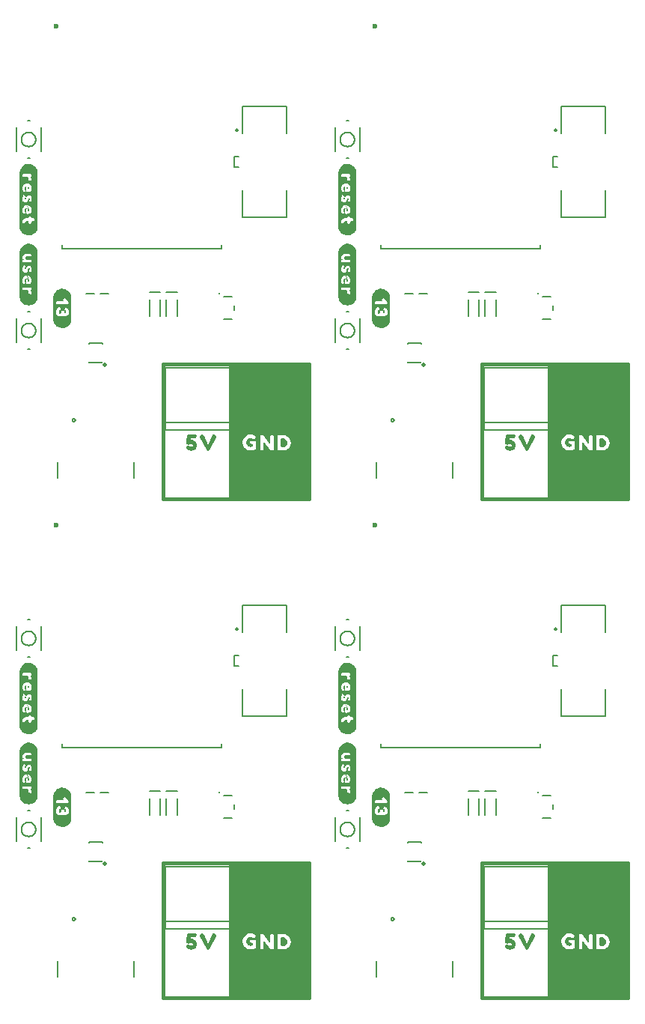
<source format=gto>
G04 EAGLE Gerber RS-274X export*
G75*
%MOMM*%
%FSLAX34Y34*%
%LPD*%
%INSilkscreen Top*%
%IPPOS*%
%AMOC8*
5,1,8,0,0,1.08239X$1,22.5*%
G01*
%ADD10C,0.406400*%
%ADD11R,8.890000X5.080000*%
%ADD12R,8.890000X7.620000*%
%ADD13R,1.270000X2.540000*%
%ADD14C,0.203200*%
%ADD15C,0.600000*%
%ADD16C,0.127000*%
%ADD17C,0.254000*%
%ADD18C,0.508000*%

G36*
X344044Y614548D02*
X344044Y614548D01*
X344089Y614560D01*
X344092Y614566D01*
X344100Y614569D01*
X344149Y614665D01*
X344146Y614674D01*
X344149Y614680D01*
X344149Y639980D01*
X344134Y640018D01*
X344127Y640059D01*
X344116Y640065D01*
X344111Y640080D01*
X344015Y640129D01*
X344013Y640128D01*
X344012Y640129D01*
X342812Y640229D01*
X342805Y640227D01*
X342800Y640229D01*
X273100Y640229D01*
X273056Y640212D01*
X273011Y640200D01*
X273008Y640194D01*
X273000Y640191D01*
X272951Y640095D01*
X272954Y640086D01*
X272951Y640080D01*
X272951Y614780D01*
X272965Y614742D01*
X272973Y614702D01*
X272983Y614696D01*
X272989Y614680D01*
X273085Y614631D01*
X273086Y614632D01*
X273087Y614631D01*
X274187Y614531D01*
X274194Y614534D01*
X274200Y614531D01*
X344000Y614531D01*
X344044Y614548D01*
G37*
G36*
X344044Y50668D02*
X344044Y50668D01*
X344089Y50680D01*
X344092Y50686D01*
X344100Y50689D01*
X344149Y50785D01*
X344146Y50794D01*
X344149Y50800D01*
X344149Y76100D01*
X344134Y76138D01*
X344127Y76179D01*
X344116Y76185D01*
X344111Y76200D01*
X344015Y76249D01*
X344013Y76248D01*
X344012Y76249D01*
X342812Y76349D01*
X342805Y76347D01*
X342800Y76349D01*
X273100Y76349D01*
X273056Y76332D01*
X273011Y76320D01*
X273008Y76314D01*
X273000Y76311D01*
X272951Y76215D01*
X272954Y76206D01*
X272951Y76200D01*
X272951Y50900D01*
X272965Y50862D01*
X272973Y50822D01*
X272983Y50816D01*
X272989Y50800D01*
X273085Y50751D01*
X273086Y50752D01*
X273087Y50751D01*
X274187Y50651D01*
X274194Y50654D01*
X274200Y50651D01*
X344000Y50651D01*
X344044Y50668D01*
G37*
G36*
X704724Y50668D02*
X704724Y50668D01*
X704769Y50680D01*
X704772Y50686D01*
X704780Y50689D01*
X704829Y50785D01*
X704826Y50794D01*
X704829Y50800D01*
X704829Y76100D01*
X704814Y76138D01*
X704807Y76179D01*
X704796Y76185D01*
X704791Y76200D01*
X704695Y76249D01*
X704693Y76248D01*
X704692Y76249D01*
X703492Y76349D01*
X703485Y76347D01*
X703480Y76349D01*
X633780Y76349D01*
X633736Y76332D01*
X633691Y76320D01*
X633688Y76314D01*
X633680Y76311D01*
X633631Y76215D01*
X633634Y76206D01*
X633631Y76200D01*
X633631Y50900D01*
X633645Y50862D01*
X633653Y50822D01*
X633663Y50816D01*
X633669Y50800D01*
X633765Y50751D01*
X633766Y50752D01*
X633767Y50751D01*
X634867Y50651D01*
X634874Y50654D01*
X634880Y50651D01*
X704680Y50651D01*
X704724Y50668D01*
G37*
G36*
X704724Y614548D02*
X704724Y614548D01*
X704769Y614560D01*
X704772Y614566D01*
X704780Y614569D01*
X704829Y614665D01*
X704826Y614674D01*
X704829Y614680D01*
X704829Y639980D01*
X704814Y640018D01*
X704807Y640059D01*
X704796Y640065D01*
X704791Y640080D01*
X704695Y640129D01*
X704693Y640128D01*
X704692Y640129D01*
X703492Y640229D01*
X703485Y640227D01*
X703480Y640229D01*
X633780Y640229D01*
X633736Y640212D01*
X633691Y640200D01*
X633688Y640194D01*
X633680Y640191D01*
X633631Y640095D01*
X633634Y640086D01*
X633631Y640080D01*
X633631Y614780D01*
X633645Y614742D01*
X633653Y614702D01*
X633663Y614696D01*
X633669Y614680D01*
X633765Y614631D01*
X633766Y614632D01*
X633767Y614631D01*
X634867Y614531D01*
X634874Y614534D01*
X634880Y614531D01*
X704680Y614531D01*
X704724Y614548D01*
G37*
G36*
X39815Y861992D02*
X39815Y861992D01*
X39823Y861995D01*
X39829Y861994D01*
X40829Y862194D01*
X40836Y862198D01*
X40843Y862197D01*
X41843Y862497D01*
X41858Y862509D01*
X41872Y862510D01*
X43672Y863510D01*
X43680Y863519D01*
X43690Y863521D01*
X45290Y864721D01*
X45300Y864737D01*
X45312Y864742D01*
X46012Y865542D01*
X46015Y865548D01*
X46019Y865550D01*
X46619Y866350D01*
X46623Y866362D01*
X46630Y866368D01*
X47630Y868168D01*
X47633Y868184D01*
X47642Y868193D01*
X47942Y869093D01*
X47941Y869096D01*
X47943Y869097D01*
X48243Y870097D01*
X48242Y870114D01*
X48249Y870125D01*
X48449Y872125D01*
X48446Y872134D01*
X48449Y872140D01*
X48449Y932140D01*
X48446Y932149D01*
X48448Y932156D01*
X48348Y933056D01*
X48249Y934055D01*
X48245Y934063D01*
X48246Y934069D01*
X48046Y935069D01*
X48038Y935083D01*
X48039Y935095D01*
X47639Y936095D01*
X47636Y936098D01*
X47636Y936101D01*
X47236Y937001D01*
X47227Y937010D01*
X47227Y937019D01*
X46727Y937819D01*
X46724Y937821D01*
X46724Y937823D01*
X46124Y938723D01*
X46110Y938733D01*
X46106Y938746D01*
X45406Y939446D01*
X45400Y939448D01*
X45398Y939452D01*
X44598Y940152D01*
X44592Y940155D01*
X44590Y940159D01*
X43790Y940759D01*
X43778Y940763D01*
X43772Y940770D01*
X41972Y941770D01*
X41956Y941773D01*
X41947Y941782D01*
X41047Y942082D01*
X41036Y942081D01*
X41029Y942086D01*
X39029Y942486D01*
X39012Y942483D01*
X39000Y942489D01*
X37900Y942489D01*
X37892Y942486D01*
X37885Y942489D01*
X35885Y942289D01*
X35870Y942281D01*
X35857Y942283D01*
X34857Y941983D01*
X34848Y941976D01*
X34839Y941976D01*
X33039Y941176D01*
X33029Y941166D01*
X33017Y941164D01*
X32117Y940564D01*
X32114Y940560D01*
X32110Y940559D01*
X31310Y939959D01*
X31304Y939949D01*
X31294Y939946D01*
X30594Y939246D01*
X30592Y939240D01*
X30588Y939238D01*
X29888Y938438D01*
X29883Y938425D01*
X29873Y938419D01*
X29373Y937619D01*
X29373Y937615D01*
X29370Y937612D01*
X28870Y936712D01*
X28868Y936705D01*
X28864Y936701D01*
X28464Y935801D01*
X28463Y935789D01*
X28457Y935783D01*
X28157Y934783D01*
X28158Y934774D01*
X28154Y934769D01*
X27954Y933769D01*
X27955Y933761D01*
X27952Y933755D01*
X27752Y931755D01*
X27760Y931723D01*
X27759Y931691D01*
X27762Y931688D01*
X27762Y931675D01*
X27751Y931654D01*
X27754Y931646D01*
X27751Y931640D01*
X27751Y871740D01*
X27754Y871732D01*
X27752Y871725D01*
X27852Y870725D01*
X27855Y870717D01*
X27854Y870711D01*
X28054Y869711D01*
X28058Y869704D01*
X28057Y869697D01*
X28357Y868697D01*
X28362Y868691D01*
X28361Y868685D01*
X28761Y867685D01*
X28769Y867676D01*
X28770Y867668D01*
X29270Y866768D01*
X29279Y866760D01*
X29281Y866750D01*
X30481Y865150D01*
X30491Y865144D01*
X30494Y865134D01*
X31194Y864434D01*
X31206Y864429D01*
X31210Y864421D01*
X32010Y863821D01*
X32015Y863819D01*
X32017Y863816D01*
X32917Y863216D01*
X32924Y863214D01*
X32928Y863210D01*
X33828Y862710D01*
X33844Y862707D01*
X33853Y862698D01*
X34753Y862398D01*
X34756Y862399D01*
X34757Y862397D01*
X35757Y862097D01*
X35766Y862098D01*
X35771Y862094D01*
X36771Y861894D01*
X36779Y861895D01*
X36785Y861892D01*
X37785Y861792D01*
X37802Y861796D01*
X37815Y861792D01*
X39815Y861992D01*
G37*
G36*
X400495Y861992D02*
X400495Y861992D01*
X400503Y861995D01*
X400509Y861994D01*
X401509Y862194D01*
X401516Y862198D01*
X401523Y862197D01*
X402523Y862497D01*
X402538Y862509D01*
X402552Y862510D01*
X404352Y863510D01*
X404360Y863519D01*
X404370Y863521D01*
X405970Y864721D01*
X405980Y864737D01*
X405992Y864742D01*
X406692Y865542D01*
X406695Y865548D01*
X406699Y865550D01*
X407299Y866350D01*
X407303Y866362D01*
X407310Y866368D01*
X408310Y868168D01*
X408313Y868184D01*
X408322Y868193D01*
X408622Y869093D01*
X408621Y869096D01*
X408623Y869097D01*
X408923Y870097D01*
X408922Y870114D01*
X408929Y870125D01*
X409129Y872125D01*
X409126Y872134D01*
X409129Y872140D01*
X409129Y932140D01*
X409126Y932149D01*
X409128Y932156D01*
X409028Y933056D01*
X408929Y934055D01*
X408925Y934063D01*
X408926Y934069D01*
X408726Y935069D01*
X408718Y935083D01*
X408719Y935095D01*
X408319Y936095D01*
X408316Y936098D01*
X408316Y936101D01*
X407916Y937001D01*
X407907Y937010D01*
X407907Y937019D01*
X407407Y937819D01*
X407404Y937821D01*
X407404Y937823D01*
X406804Y938723D01*
X406790Y938733D01*
X406786Y938746D01*
X406086Y939446D01*
X406080Y939448D01*
X406078Y939452D01*
X405278Y940152D01*
X405272Y940155D01*
X405270Y940159D01*
X404470Y940759D01*
X404458Y940763D01*
X404452Y940770D01*
X402652Y941770D01*
X402636Y941773D01*
X402627Y941782D01*
X401727Y942082D01*
X401716Y942081D01*
X401709Y942086D01*
X399709Y942486D01*
X399692Y942483D01*
X399680Y942489D01*
X398580Y942489D01*
X398572Y942486D01*
X398565Y942489D01*
X396565Y942289D01*
X396550Y942281D01*
X396537Y942283D01*
X395537Y941983D01*
X395528Y941976D01*
X395519Y941976D01*
X393719Y941176D01*
X393709Y941166D01*
X393697Y941164D01*
X392797Y940564D01*
X392794Y940560D01*
X392790Y940559D01*
X391990Y939959D01*
X391984Y939949D01*
X391974Y939946D01*
X391274Y939246D01*
X391272Y939240D01*
X391268Y939238D01*
X390568Y938438D01*
X390563Y938425D01*
X390553Y938419D01*
X390053Y937619D01*
X390053Y937615D01*
X390050Y937612D01*
X389550Y936712D01*
X389548Y936705D01*
X389544Y936701D01*
X389144Y935801D01*
X389143Y935789D01*
X389137Y935783D01*
X388837Y934783D01*
X388838Y934774D01*
X388834Y934769D01*
X388634Y933769D01*
X388635Y933761D01*
X388632Y933755D01*
X388432Y931755D01*
X388440Y931723D01*
X388439Y931691D01*
X388442Y931688D01*
X388442Y931675D01*
X388431Y931654D01*
X388434Y931646D01*
X388431Y931640D01*
X388431Y871740D01*
X388434Y871732D01*
X388432Y871725D01*
X388532Y870725D01*
X388535Y870717D01*
X388534Y870711D01*
X388734Y869711D01*
X388738Y869704D01*
X388737Y869697D01*
X389037Y868697D01*
X389042Y868691D01*
X389041Y868685D01*
X389441Y867685D01*
X389449Y867676D01*
X389450Y867668D01*
X389950Y866768D01*
X389959Y866760D01*
X389961Y866750D01*
X391161Y865150D01*
X391171Y865144D01*
X391174Y865134D01*
X391874Y864434D01*
X391886Y864429D01*
X391890Y864421D01*
X392690Y863821D01*
X392695Y863819D01*
X392697Y863816D01*
X393597Y863216D01*
X393604Y863214D01*
X393608Y863210D01*
X394508Y862710D01*
X394524Y862707D01*
X394533Y862698D01*
X395433Y862398D01*
X395436Y862399D01*
X395437Y862397D01*
X396437Y862097D01*
X396446Y862098D01*
X396451Y862094D01*
X397451Y861894D01*
X397459Y861895D01*
X397465Y861892D01*
X398465Y861792D01*
X398482Y861796D01*
X398495Y861792D01*
X400495Y861992D01*
G37*
G36*
X400495Y298112D02*
X400495Y298112D01*
X400503Y298115D01*
X400509Y298114D01*
X401509Y298314D01*
X401516Y298318D01*
X401523Y298317D01*
X402523Y298617D01*
X402538Y298629D01*
X402552Y298630D01*
X404352Y299630D01*
X404360Y299639D01*
X404370Y299641D01*
X405970Y300841D01*
X405980Y300857D01*
X405992Y300862D01*
X406692Y301662D01*
X406695Y301668D01*
X406699Y301670D01*
X407299Y302470D01*
X407303Y302482D01*
X407310Y302488D01*
X408310Y304288D01*
X408313Y304304D01*
X408322Y304313D01*
X408622Y305213D01*
X408621Y305216D01*
X408623Y305217D01*
X408923Y306217D01*
X408922Y306234D01*
X408929Y306245D01*
X409129Y308245D01*
X409126Y308254D01*
X409129Y308260D01*
X409129Y368260D01*
X409126Y368269D01*
X409128Y368276D01*
X409028Y369176D01*
X408929Y370175D01*
X408925Y370183D01*
X408926Y370189D01*
X408726Y371189D01*
X408718Y371203D01*
X408719Y371215D01*
X408319Y372215D01*
X408316Y372218D01*
X408316Y372221D01*
X407916Y373121D01*
X407907Y373130D01*
X407907Y373139D01*
X407407Y373939D01*
X407404Y373941D01*
X407404Y373943D01*
X406804Y374843D01*
X406790Y374853D01*
X406786Y374866D01*
X406086Y375566D01*
X406080Y375568D01*
X406078Y375572D01*
X405278Y376272D01*
X405272Y376275D01*
X405270Y376279D01*
X404470Y376879D01*
X404458Y376883D01*
X404452Y376890D01*
X402652Y377890D01*
X402636Y377893D01*
X402627Y377902D01*
X401727Y378202D01*
X401716Y378201D01*
X401709Y378206D01*
X399709Y378606D01*
X399692Y378603D01*
X399680Y378609D01*
X398580Y378609D01*
X398572Y378606D01*
X398565Y378609D01*
X396565Y378409D01*
X396550Y378401D01*
X396537Y378403D01*
X395537Y378103D01*
X395528Y378096D01*
X395519Y378096D01*
X393719Y377296D01*
X393709Y377286D01*
X393697Y377284D01*
X392797Y376684D01*
X392794Y376680D01*
X392790Y376679D01*
X391990Y376079D01*
X391984Y376069D01*
X391974Y376066D01*
X391274Y375366D01*
X391272Y375360D01*
X391268Y375358D01*
X390568Y374558D01*
X390563Y374545D01*
X390553Y374539D01*
X390053Y373739D01*
X390053Y373735D01*
X390050Y373732D01*
X389550Y372832D01*
X389548Y372825D01*
X389544Y372821D01*
X389144Y371921D01*
X389143Y371909D01*
X389137Y371903D01*
X388837Y370903D01*
X388838Y370894D01*
X388834Y370889D01*
X388634Y369889D01*
X388635Y369881D01*
X388632Y369875D01*
X388432Y367875D01*
X388440Y367843D01*
X388439Y367811D01*
X388442Y367808D01*
X388442Y367795D01*
X388431Y367774D01*
X388434Y367766D01*
X388431Y367760D01*
X388431Y307860D01*
X388434Y307852D01*
X388432Y307845D01*
X388532Y306845D01*
X388535Y306837D01*
X388534Y306831D01*
X388734Y305831D01*
X388738Y305824D01*
X388737Y305817D01*
X389037Y304817D01*
X389042Y304811D01*
X389041Y304805D01*
X389441Y303805D01*
X389449Y303796D01*
X389450Y303788D01*
X389950Y302888D01*
X389959Y302880D01*
X389961Y302870D01*
X391161Y301270D01*
X391171Y301264D01*
X391174Y301254D01*
X391874Y300554D01*
X391886Y300549D01*
X391890Y300541D01*
X392690Y299941D01*
X392695Y299939D01*
X392697Y299936D01*
X393597Y299336D01*
X393604Y299334D01*
X393608Y299330D01*
X394508Y298830D01*
X394524Y298827D01*
X394533Y298818D01*
X395433Y298518D01*
X395436Y298519D01*
X395437Y298517D01*
X396437Y298217D01*
X396446Y298218D01*
X396451Y298214D01*
X397451Y298014D01*
X397459Y298015D01*
X397465Y298012D01*
X398465Y297912D01*
X398482Y297916D01*
X398495Y297912D01*
X400495Y298112D01*
G37*
G36*
X39815Y298112D02*
X39815Y298112D01*
X39823Y298115D01*
X39829Y298114D01*
X40829Y298314D01*
X40836Y298318D01*
X40843Y298317D01*
X41843Y298617D01*
X41858Y298629D01*
X41872Y298630D01*
X43672Y299630D01*
X43680Y299639D01*
X43690Y299641D01*
X45290Y300841D01*
X45300Y300857D01*
X45312Y300862D01*
X46012Y301662D01*
X46015Y301668D01*
X46019Y301670D01*
X46619Y302470D01*
X46623Y302482D01*
X46630Y302488D01*
X47630Y304288D01*
X47633Y304304D01*
X47642Y304313D01*
X47942Y305213D01*
X47941Y305216D01*
X47943Y305217D01*
X48243Y306217D01*
X48242Y306234D01*
X48249Y306245D01*
X48449Y308245D01*
X48446Y308254D01*
X48449Y308260D01*
X48449Y368260D01*
X48446Y368269D01*
X48448Y368276D01*
X48348Y369176D01*
X48249Y370175D01*
X48245Y370183D01*
X48246Y370189D01*
X48046Y371189D01*
X48038Y371203D01*
X48039Y371215D01*
X47639Y372215D01*
X47636Y372218D01*
X47636Y372221D01*
X47236Y373121D01*
X47227Y373130D01*
X47227Y373139D01*
X46727Y373939D01*
X46724Y373941D01*
X46724Y373943D01*
X46124Y374843D01*
X46110Y374853D01*
X46106Y374866D01*
X45406Y375566D01*
X45400Y375568D01*
X45398Y375572D01*
X44598Y376272D01*
X44592Y376275D01*
X44590Y376279D01*
X43790Y376879D01*
X43778Y376883D01*
X43772Y376890D01*
X41972Y377890D01*
X41956Y377893D01*
X41947Y377902D01*
X41047Y378202D01*
X41036Y378201D01*
X41029Y378206D01*
X39029Y378606D01*
X39012Y378603D01*
X39000Y378609D01*
X37900Y378609D01*
X37892Y378606D01*
X37885Y378609D01*
X35885Y378409D01*
X35870Y378401D01*
X35857Y378403D01*
X34857Y378103D01*
X34848Y378096D01*
X34839Y378096D01*
X33039Y377296D01*
X33029Y377286D01*
X33017Y377284D01*
X32117Y376684D01*
X32114Y376680D01*
X32110Y376679D01*
X31310Y376079D01*
X31304Y376069D01*
X31294Y376066D01*
X30594Y375366D01*
X30592Y375360D01*
X30588Y375358D01*
X29888Y374558D01*
X29883Y374545D01*
X29873Y374539D01*
X29373Y373739D01*
X29373Y373735D01*
X29370Y373732D01*
X28870Y372832D01*
X28868Y372825D01*
X28864Y372821D01*
X28464Y371921D01*
X28463Y371909D01*
X28457Y371903D01*
X28157Y370903D01*
X28158Y370894D01*
X28154Y370889D01*
X27954Y369889D01*
X27955Y369881D01*
X27952Y369875D01*
X27752Y367875D01*
X27760Y367843D01*
X27759Y367811D01*
X27762Y367808D01*
X27762Y367795D01*
X27751Y367774D01*
X27754Y367766D01*
X27751Y367760D01*
X27751Y307860D01*
X27754Y307852D01*
X27752Y307845D01*
X27852Y306845D01*
X27855Y306837D01*
X27854Y306831D01*
X28054Y305831D01*
X28058Y305824D01*
X28057Y305817D01*
X28357Y304817D01*
X28362Y304811D01*
X28361Y304805D01*
X28761Y303805D01*
X28769Y303796D01*
X28770Y303788D01*
X29270Y302888D01*
X29279Y302880D01*
X29281Y302870D01*
X30481Y301270D01*
X30491Y301264D01*
X30494Y301254D01*
X31194Y300554D01*
X31206Y300549D01*
X31210Y300541D01*
X32010Y299941D01*
X32015Y299939D01*
X32017Y299936D01*
X32917Y299336D01*
X32924Y299334D01*
X32928Y299330D01*
X33828Y298830D01*
X33844Y298827D01*
X33853Y298818D01*
X34753Y298518D01*
X34756Y298519D01*
X34757Y298517D01*
X35757Y298217D01*
X35766Y298218D01*
X35771Y298214D01*
X36771Y298014D01*
X36779Y298015D01*
X36785Y298012D01*
X37785Y297912D01*
X37802Y297916D01*
X37815Y297912D01*
X39815Y298112D01*
G37*
G36*
X400695Y219042D02*
X400695Y219042D01*
X400703Y219045D01*
X400709Y219044D01*
X401709Y219244D01*
X401723Y219253D01*
X401735Y219251D01*
X402735Y219651D01*
X402738Y219654D01*
X402741Y219654D01*
X403641Y220054D01*
X403646Y220059D01*
X403652Y220060D01*
X404552Y220560D01*
X404560Y220569D01*
X404570Y220571D01*
X405370Y221171D01*
X405376Y221181D01*
X405386Y221184D01*
X406086Y221884D01*
X406088Y221890D01*
X406092Y221892D01*
X406792Y222692D01*
X406795Y222698D01*
X406799Y222700D01*
X407399Y223500D01*
X407403Y223512D01*
X407410Y223518D01*
X407910Y224418D01*
X407912Y224425D01*
X407916Y224429D01*
X408316Y225329D01*
X408317Y225333D01*
X408319Y225335D01*
X408719Y226335D01*
X408719Y226351D01*
X408726Y226361D01*
X408926Y227361D01*
X408925Y227369D01*
X408929Y227375D01*
X409129Y229375D01*
X409126Y229384D01*
X409129Y229390D01*
X409129Y278390D01*
X409126Y278398D01*
X409129Y278405D01*
X409029Y279405D01*
X409025Y279413D01*
X409026Y279419D01*
X408826Y280419D01*
X408822Y280426D01*
X408823Y280433D01*
X408523Y281433D01*
X408518Y281439D01*
X408519Y281445D01*
X408119Y282445D01*
X408116Y282448D01*
X408116Y282451D01*
X407716Y283351D01*
X407702Y283365D01*
X407699Y283380D01*
X406499Y284980D01*
X406489Y284986D01*
X406486Y284996D01*
X405786Y285696D01*
X405780Y285698D01*
X405778Y285702D01*
X404978Y286402D01*
X404960Y286409D01*
X404952Y286420D01*
X404056Y286919D01*
X403259Y287417D01*
X403243Y287420D01*
X403235Y287429D01*
X402235Y287829D01*
X402227Y287829D01*
X402223Y287833D01*
X401223Y288133D01*
X401214Y288132D01*
X401209Y288136D01*
X400209Y288336D01*
X400201Y288335D01*
X400195Y288339D01*
X399195Y288439D01*
X399186Y288436D01*
X399180Y288439D01*
X398180Y288439D01*
X398172Y288436D01*
X398165Y288439D01*
X397165Y288339D01*
X397157Y288335D01*
X397151Y288336D01*
X396151Y288136D01*
X396141Y288130D01*
X396133Y288132D01*
X395233Y287832D01*
X395229Y287828D01*
X395225Y287829D01*
X394225Y287429D01*
X394216Y287421D01*
X394208Y287420D01*
X393308Y286920D01*
X393300Y286911D01*
X393290Y286909D01*
X392490Y286309D01*
X392487Y286304D01*
X392482Y286302D01*
X391682Y285602D01*
X391679Y285597D01*
X391674Y285596D01*
X390974Y284896D01*
X390969Y284884D01*
X390961Y284880D01*
X390361Y284080D01*
X390357Y284068D01*
X390350Y284062D01*
X389350Y282262D01*
X389348Y282255D01*
X389344Y282251D01*
X388944Y281351D01*
X388943Y281331D01*
X388934Y281319D01*
X388534Y279319D01*
X388535Y279311D01*
X388532Y279305D01*
X388432Y278305D01*
X388432Y278302D01*
X388431Y278299D01*
X388437Y278286D01*
X388450Y278239D01*
X388431Y278199D01*
X388433Y278194D01*
X388431Y278190D01*
X388431Y229490D01*
X388434Y229482D01*
X388432Y229475D01*
X388632Y227475D01*
X388635Y227467D01*
X388634Y227461D01*
X388834Y226461D01*
X388840Y226451D01*
X388838Y226443D01*
X389138Y225543D01*
X389142Y225539D01*
X389141Y225535D01*
X389541Y224535D01*
X389549Y224526D01*
X389550Y224518D01*
X390050Y223618D01*
X390059Y223610D01*
X390061Y223600D01*
X390661Y222800D01*
X390666Y222797D01*
X390668Y222792D01*
X391368Y221992D01*
X391373Y221989D01*
X391374Y221984D01*
X392074Y221284D01*
X392086Y221279D01*
X392090Y221271D01*
X392890Y220671D01*
X392902Y220667D01*
X392908Y220660D01*
X394708Y219660D01*
X394724Y219657D01*
X394733Y219648D01*
X395633Y219348D01*
X395636Y219349D01*
X395637Y219347D01*
X396637Y219047D01*
X396654Y219048D01*
X396665Y219042D01*
X398665Y218842D01*
X398682Y218846D01*
X398695Y218842D01*
X400695Y219042D01*
G37*
G36*
X40015Y219042D02*
X40015Y219042D01*
X40023Y219045D01*
X40029Y219044D01*
X41029Y219244D01*
X41043Y219253D01*
X41055Y219251D01*
X42055Y219651D01*
X42058Y219654D01*
X42061Y219654D01*
X42961Y220054D01*
X42966Y220059D01*
X42972Y220060D01*
X43872Y220560D01*
X43880Y220569D01*
X43890Y220571D01*
X44690Y221171D01*
X44696Y221181D01*
X44706Y221184D01*
X45406Y221884D01*
X45408Y221890D01*
X45412Y221892D01*
X46112Y222692D01*
X46115Y222698D01*
X46119Y222700D01*
X46719Y223500D01*
X46723Y223512D01*
X46730Y223518D01*
X47230Y224418D01*
X47232Y224425D01*
X47236Y224429D01*
X47636Y225329D01*
X47637Y225333D01*
X47639Y225335D01*
X48039Y226335D01*
X48039Y226351D01*
X48046Y226361D01*
X48246Y227361D01*
X48245Y227369D01*
X48249Y227375D01*
X48449Y229375D01*
X48446Y229384D01*
X48449Y229390D01*
X48449Y278390D01*
X48446Y278398D01*
X48449Y278405D01*
X48349Y279405D01*
X48345Y279413D01*
X48346Y279419D01*
X48146Y280419D01*
X48142Y280426D01*
X48143Y280433D01*
X47843Y281433D01*
X47838Y281439D01*
X47839Y281445D01*
X47439Y282445D01*
X47436Y282448D01*
X47436Y282451D01*
X47036Y283351D01*
X47022Y283365D01*
X47019Y283380D01*
X45819Y284980D01*
X45809Y284986D01*
X45806Y284996D01*
X45106Y285696D01*
X45100Y285698D01*
X45098Y285702D01*
X44298Y286402D01*
X44280Y286409D01*
X44272Y286420D01*
X43376Y286919D01*
X42579Y287417D01*
X42563Y287420D01*
X42555Y287429D01*
X41555Y287829D01*
X41547Y287829D01*
X41543Y287833D01*
X40543Y288133D01*
X40534Y288132D01*
X40529Y288136D01*
X39529Y288336D01*
X39521Y288335D01*
X39515Y288339D01*
X38515Y288439D01*
X38506Y288436D01*
X38500Y288439D01*
X37500Y288439D01*
X37492Y288436D01*
X37485Y288439D01*
X36485Y288339D01*
X36477Y288335D01*
X36471Y288336D01*
X35471Y288136D01*
X35461Y288130D01*
X35453Y288132D01*
X34553Y287832D01*
X34549Y287828D01*
X34545Y287829D01*
X33545Y287429D01*
X33536Y287421D01*
X33528Y287420D01*
X32628Y286920D01*
X32620Y286911D01*
X32610Y286909D01*
X31810Y286309D01*
X31807Y286304D01*
X31802Y286302D01*
X31002Y285602D01*
X30999Y285597D01*
X30994Y285596D01*
X30294Y284896D01*
X30289Y284884D01*
X30281Y284880D01*
X29681Y284080D01*
X29677Y284068D01*
X29670Y284062D01*
X28670Y282262D01*
X28668Y282255D01*
X28664Y282251D01*
X28264Y281351D01*
X28263Y281331D01*
X28254Y281319D01*
X27854Y279319D01*
X27855Y279311D01*
X27852Y279305D01*
X27752Y278305D01*
X27752Y278302D01*
X27751Y278299D01*
X27757Y278286D01*
X27770Y278239D01*
X27751Y278199D01*
X27753Y278194D01*
X27751Y278190D01*
X27751Y229490D01*
X27754Y229482D01*
X27752Y229475D01*
X27952Y227475D01*
X27955Y227467D01*
X27954Y227461D01*
X28154Y226461D01*
X28160Y226451D01*
X28158Y226443D01*
X28458Y225543D01*
X28462Y225539D01*
X28461Y225535D01*
X28861Y224535D01*
X28869Y224526D01*
X28870Y224518D01*
X29370Y223618D01*
X29379Y223610D01*
X29381Y223600D01*
X29981Y222800D01*
X29986Y222797D01*
X29988Y222792D01*
X30688Y221992D01*
X30693Y221989D01*
X30694Y221984D01*
X31394Y221284D01*
X31406Y221279D01*
X31410Y221271D01*
X32210Y220671D01*
X32222Y220667D01*
X32228Y220660D01*
X34028Y219660D01*
X34044Y219657D01*
X34053Y219648D01*
X34953Y219348D01*
X34956Y219349D01*
X34957Y219347D01*
X35957Y219047D01*
X35974Y219048D01*
X35985Y219042D01*
X37985Y218842D01*
X38002Y218846D01*
X38015Y218842D01*
X40015Y219042D01*
G37*
G36*
X400695Y782922D02*
X400695Y782922D01*
X400703Y782925D01*
X400709Y782924D01*
X401709Y783124D01*
X401723Y783133D01*
X401735Y783131D01*
X402735Y783531D01*
X402738Y783534D01*
X402741Y783534D01*
X403641Y783934D01*
X403646Y783939D01*
X403652Y783940D01*
X404552Y784440D01*
X404560Y784449D01*
X404570Y784451D01*
X405370Y785051D01*
X405376Y785061D01*
X405386Y785064D01*
X406086Y785764D01*
X406088Y785770D01*
X406092Y785772D01*
X406792Y786572D01*
X406795Y786578D01*
X406799Y786580D01*
X407399Y787380D01*
X407403Y787392D01*
X407410Y787398D01*
X407910Y788298D01*
X407912Y788305D01*
X407916Y788309D01*
X408316Y789209D01*
X408317Y789213D01*
X408319Y789215D01*
X408719Y790215D01*
X408719Y790231D01*
X408726Y790241D01*
X408926Y791241D01*
X408925Y791249D01*
X408929Y791255D01*
X409129Y793255D01*
X409126Y793264D01*
X409129Y793270D01*
X409129Y842270D01*
X409126Y842278D01*
X409129Y842285D01*
X409029Y843285D01*
X409025Y843293D01*
X409026Y843299D01*
X408826Y844299D01*
X408822Y844306D01*
X408823Y844313D01*
X408523Y845313D01*
X408518Y845319D01*
X408519Y845325D01*
X408119Y846325D01*
X408116Y846328D01*
X408116Y846331D01*
X407716Y847231D01*
X407702Y847245D01*
X407699Y847260D01*
X406499Y848860D01*
X406489Y848866D01*
X406486Y848876D01*
X405786Y849576D01*
X405780Y849578D01*
X405778Y849582D01*
X404978Y850282D01*
X404960Y850289D01*
X404952Y850300D01*
X404056Y850799D01*
X403259Y851297D01*
X403243Y851300D01*
X403235Y851309D01*
X402235Y851709D01*
X402227Y851709D01*
X402223Y851713D01*
X401223Y852013D01*
X401214Y852012D01*
X401209Y852016D01*
X400209Y852216D01*
X400201Y852215D01*
X400195Y852219D01*
X399195Y852319D01*
X399186Y852316D01*
X399180Y852319D01*
X398180Y852319D01*
X398172Y852316D01*
X398165Y852319D01*
X397165Y852219D01*
X397157Y852215D01*
X397151Y852216D01*
X396151Y852016D01*
X396141Y852010D01*
X396133Y852012D01*
X395233Y851712D01*
X395229Y851708D01*
X395225Y851709D01*
X394225Y851309D01*
X394216Y851301D01*
X394208Y851300D01*
X393308Y850800D01*
X393300Y850791D01*
X393290Y850789D01*
X392490Y850189D01*
X392487Y850184D01*
X392482Y850182D01*
X391682Y849482D01*
X391679Y849477D01*
X391674Y849476D01*
X390974Y848776D01*
X390969Y848764D01*
X390961Y848760D01*
X390361Y847960D01*
X390357Y847948D01*
X390350Y847942D01*
X389350Y846142D01*
X389348Y846135D01*
X389344Y846131D01*
X388944Y845231D01*
X388943Y845211D01*
X388934Y845199D01*
X388534Y843199D01*
X388535Y843191D01*
X388532Y843185D01*
X388432Y842185D01*
X388432Y842182D01*
X388431Y842179D01*
X388437Y842166D01*
X388450Y842119D01*
X388431Y842079D01*
X388433Y842074D01*
X388431Y842070D01*
X388431Y793370D01*
X388434Y793362D01*
X388432Y793355D01*
X388632Y791355D01*
X388635Y791347D01*
X388634Y791341D01*
X388834Y790341D01*
X388840Y790331D01*
X388838Y790323D01*
X389138Y789423D01*
X389142Y789419D01*
X389141Y789415D01*
X389541Y788415D01*
X389549Y788406D01*
X389550Y788398D01*
X390050Y787498D01*
X390059Y787490D01*
X390061Y787480D01*
X390661Y786680D01*
X390666Y786677D01*
X390668Y786672D01*
X391368Y785872D01*
X391373Y785869D01*
X391374Y785864D01*
X392074Y785164D01*
X392086Y785159D01*
X392090Y785151D01*
X392890Y784551D01*
X392902Y784547D01*
X392908Y784540D01*
X394708Y783540D01*
X394724Y783537D01*
X394733Y783528D01*
X395633Y783228D01*
X395636Y783229D01*
X395637Y783227D01*
X396637Y782927D01*
X396654Y782928D01*
X396665Y782922D01*
X398665Y782722D01*
X398682Y782726D01*
X398695Y782722D01*
X400695Y782922D01*
G37*
G36*
X40015Y782922D02*
X40015Y782922D01*
X40023Y782925D01*
X40029Y782924D01*
X41029Y783124D01*
X41043Y783133D01*
X41055Y783131D01*
X42055Y783531D01*
X42058Y783534D01*
X42061Y783534D01*
X42961Y783934D01*
X42966Y783939D01*
X42972Y783940D01*
X43872Y784440D01*
X43880Y784449D01*
X43890Y784451D01*
X44690Y785051D01*
X44696Y785061D01*
X44706Y785064D01*
X45406Y785764D01*
X45408Y785770D01*
X45412Y785772D01*
X46112Y786572D01*
X46115Y786578D01*
X46119Y786580D01*
X46719Y787380D01*
X46723Y787392D01*
X46730Y787398D01*
X47230Y788298D01*
X47232Y788305D01*
X47236Y788309D01*
X47636Y789209D01*
X47637Y789213D01*
X47639Y789215D01*
X48039Y790215D01*
X48039Y790231D01*
X48046Y790241D01*
X48246Y791241D01*
X48245Y791249D01*
X48249Y791255D01*
X48449Y793255D01*
X48446Y793264D01*
X48449Y793270D01*
X48449Y842270D01*
X48446Y842278D01*
X48449Y842285D01*
X48349Y843285D01*
X48345Y843293D01*
X48346Y843299D01*
X48146Y844299D01*
X48142Y844306D01*
X48143Y844313D01*
X47843Y845313D01*
X47838Y845319D01*
X47839Y845325D01*
X47439Y846325D01*
X47436Y846328D01*
X47436Y846331D01*
X47036Y847231D01*
X47022Y847245D01*
X47019Y847260D01*
X45819Y848860D01*
X45809Y848866D01*
X45806Y848876D01*
X45106Y849576D01*
X45100Y849578D01*
X45098Y849582D01*
X44298Y850282D01*
X44280Y850289D01*
X44272Y850300D01*
X43376Y850799D01*
X42579Y851297D01*
X42563Y851300D01*
X42555Y851309D01*
X41555Y851709D01*
X41547Y851709D01*
X41543Y851713D01*
X40543Y852013D01*
X40534Y852012D01*
X40529Y852016D01*
X39529Y852216D01*
X39521Y852215D01*
X39515Y852219D01*
X38515Y852319D01*
X38506Y852316D01*
X38500Y852319D01*
X37500Y852319D01*
X37492Y852316D01*
X37485Y852319D01*
X36485Y852219D01*
X36477Y852215D01*
X36471Y852216D01*
X35471Y852016D01*
X35461Y852010D01*
X35453Y852012D01*
X34553Y851712D01*
X34549Y851708D01*
X34545Y851709D01*
X33545Y851309D01*
X33536Y851301D01*
X33528Y851300D01*
X32628Y850800D01*
X32620Y850791D01*
X32610Y850789D01*
X31810Y850189D01*
X31807Y850184D01*
X31802Y850182D01*
X31002Y849482D01*
X30999Y849477D01*
X30994Y849476D01*
X30294Y848776D01*
X30289Y848764D01*
X30281Y848760D01*
X29681Y847960D01*
X29677Y847948D01*
X29670Y847942D01*
X28670Y846142D01*
X28668Y846135D01*
X28664Y846131D01*
X28264Y845231D01*
X28263Y845211D01*
X28254Y845199D01*
X27854Y843199D01*
X27855Y843191D01*
X27852Y843185D01*
X27752Y842185D01*
X27752Y842182D01*
X27751Y842179D01*
X27757Y842166D01*
X27770Y842119D01*
X27751Y842079D01*
X27753Y842074D01*
X27751Y842070D01*
X27751Y793370D01*
X27754Y793362D01*
X27752Y793355D01*
X27952Y791355D01*
X27955Y791347D01*
X27954Y791341D01*
X28154Y790341D01*
X28160Y790331D01*
X28158Y790323D01*
X28458Y789423D01*
X28462Y789419D01*
X28461Y789415D01*
X28861Y788415D01*
X28869Y788406D01*
X28870Y788398D01*
X29370Y787498D01*
X29379Y787490D01*
X29381Y787480D01*
X29981Y786680D01*
X29986Y786677D01*
X29988Y786672D01*
X30688Y785872D01*
X30693Y785869D01*
X30694Y785864D01*
X31394Y785164D01*
X31406Y785159D01*
X31410Y785151D01*
X32210Y784551D01*
X32222Y784547D01*
X32228Y784540D01*
X34028Y783540D01*
X34044Y783537D01*
X34053Y783528D01*
X34953Y783228D01*
X34956Y783229D01*
X34957Y783227D01*
X35957Y782927D01*
X35974Y782928D01*
X35985Y782922D01*
X37985Y782722D01*
X38002Y782726D01*
X38015Y782722D01*
X40015Y782922D01*
G37*
G36*
X76308Y193244D02*
X76308Y193244D01*
X76315Y193242D01*
X78315Y193442D01*
X78330Y193449D01*
X78343Y193447D01*
X80343Y194047D01*
X80358Y194059D01*
X80372Y194060D01*
X81272Y194560D01*
X81275Y194563D01*
X81279Y194563D01*
X82079Y195063D01*
X82084Y195070D01*
X82086Y195070D01*
X82088Y195075D01*
X82098Y195078D01*
X83698Y196478D01*
X83704Y196489D01*
X83713Y196493D01*
X84313Y197193D01*
X84317Y197203D01*
X84324Y197207D01*
X84924Y198107D01*
X84926Y198114D01*
X84930Y198118D01*
X85430Y199018D01*
X85432Y199025D01*
X85436Y199029D01*
X85836Y199929D01*
X85837Y199938D01*
X85842Y199943D01*
X86142Y200843D01*
X86141Y200854D01*
X86146Y200861D01*
X86346Y201861D01*
X86345Y201870D01*
X86349Y201877D01*
X86449Y202975D01*
X86549Y203975D01*
X86546Y203984D01*
X86549Y203990D01*
X86549Y227290D01*
X86545Y227302D01*
X86548Y227311D01*
X86448Y228008D01*
X86349Y229005D01*
X86345Y229013D01*
X86346Y229019D01*
X86146Y230019D01*
X86140Y230029D01*
X86142Y230037D01*
X85842Y230937D01*
X85838Y230941D01*
X85839Y230945D01*
X85439Y231945D01*
X85428Y231957D01*
X85427Y231969D01*
X84927Y232769D01*
X84924Y232771D01*
X84924Y232773D01*
X84324Y233673D01*
X84315Y233679D01*
X84313Y233687D01*
X83713Y234387D01*
X83702Y234393D01*
X83698Y234402D01*
X82098Y235802D01*
X82085Y235807D01*
X82079Y235817D01*
X81279Y236317D01*
X81271Y236318D01*
X81267Y236324D01*
X80267Y236824D01*
X80254Y236825D01*
X80247Y236832D01*
X79347Y237132D01*
X79344Y237131D01*
X79343Y237133D01*
X78343Y237433D01*
X78326Y237432D01*
X78315Y237439D01*
X76315Y237639D01*
X76306Y237636D01*
X76300Y237639D01*
X75300Y237639D01*
X75283Y237633D01*
X75271Y237636D01*
X73271Y237236D01*
X73257Y237228D01*
X73245Y237229D01*
X72245Y236829D01*
X72242Y236826D01*
X72239Y236826D01*
X71339Y236426D01*
X71334Y236421D01*
X71328Y236420D01*
X70428Y235920D01*
X70420Y235911D01*
X70410Y235909D01*
X69610Y235309D01*
X69604Y235299D01*
X69594Y235296D01*
X68894Y234596D01*
X68892Y234590D01*
X68888Y234588D01*
X68188Y233788D01*
X68185Y233782D01*
X68181Y233780D01*
X67581Y232980D01*
X67577Y232968D01*
X67570Y232962D01*
X67070Y232062D01*
X67068Y232055D01*
X67064Y232051D01*
X66664Y231151D01*
X66663Y231147D01*
X66661Y231145D01*
X66261Y230145D01*
X66261Y230131D01*
X66254Y230122D01*
X66054Y229222D01*
X66056Y229212D01*
X66052Y229205D01*
X65852Y227205D01*
X65869Y227142D01*
X65853Y227118D01*
X65858Y227103D01*
X65851Y227090D01*
X65851Y203790D01*
X65854Y203782D01*
X65851Y203777D01*
X65951Y202677D01*
X65952Y202676D01*
X65952Y202675D01*
X66052Y201675D01*
X66056Y201666D01*
X66054Y201658D01*
X66254Y200758D01*
X66262Y200746D01*
X66261Y200735D01*
X66661Y199735D01*
X66664Y199732D01*
X66664Y199729D01*
X67064Y198829D01*
X67069Y198824D01*
X67070Y198818D01*
X67570Y197918D01*
X67579Y197910D01*
X67581Y197900D01*
X68181Y197100D01*
X68186Y197097D01*
X68188Y197092D01*
X68888Y196292D01*
X68893Y196289D01*
X68894Y196284D01*
X69594Y195584D01*
X69606Y195579D01*
X69610Y195571D01*
X70410Y194971D01*
X70422Y194967D01*
X70428Y194960D01*
X71328Y194460D01*
X71335Y194458D01*
X71339Y194454D01*
X72239Y194054D01*
X72243Y194053D01*
X72245Y194051D01*
X73245Y193651D01*
X73261Y193651D01*
X73271Y193644D01*
X75271Y193244D01*
X75288Y193247D01*
X75300Y193241D01*
X76300Y193241D01*
X76308Y193244D01*
G37*
G36*
X436988Y193244D02*
X436988Y193244D01*
X436995Y193242D01*
X438995Y193442D01*
X439010Y193449D01*
X439023Y193447D01*
X441023Y194047D01*
X441038Y194059D01*
X441052Y194060D01*
X441952Y194560D01*
X441955Y194563D01*
X441959Y194563D01*
X442759Y195063D01*
X442764Y195070D01*
X442766Y195070D01*
X442768Y195075D01*
X442778Y195078D01*
X444378Y196478D01*
X444384Y196489D01*
X444393Y196493D01*
X444993Y197193D01*
X444997Y197203D01*
X445004Y197207D01*
X445604Y198107D01*
X445606Y198114D01*
X445610Y198118D01*
X446110Y199018D01*
X446112Y199025D01*
X446116Y199029D01*
X446516Y199929D01*
X446517Y199938D01*
X446522Y199943D01*
X446822Y200843D01*
X446821Y200854D01*
X446826Y200861D01*
X447026Y201861D01*
X447025Y201870D01*
X447029Y201877D01*
X447129Y202975D01*
X447229Y203975D01*
X447226Y203984D01*
X447229Y203990D01*
X447229Y227290D01*
X447225Y227302D01*
X447228Y227311D01*
X447128Y228008D01*
X447029Y229005D01*
X447025Y229013D01*
X447026Y229019D01*
X446826Y230019D01*
X446820Y230029D01*
X446822Y230037D01*
X446522Y230937D01*
X446518Y230941D01*
X446519Y230945D01*
X446119Y231945D01*
X446108Y231957D01*
X446107Y231969D01*
X445607Y232769D01*
X445604Y232771D01*
X445604Y232773D01*
X445004Y233673D01*
X444995Y233679D01*
X444993Y233687D01*
X444393Y234387D01*
X444382Y234393D01*
X444378Y234402D01*
X442778Y235802D01*
X442765Y235807D01*
X442759Y235817D01*
X441959Y236317D01*
X441951Y236318D01*
X441947Y236324D01*
X440947Y236824D01*
X440934Y236825D01*
X440927Y236832D01*
X440027Y237132D01*
X440024Y237131D01*
X440023Y237133D01*
X439023Y237433D01*
X439006Y237432D01*
X438995Y237439D01*
X436995Y237639D01*
X436986Y237636D01*
X436980Y237639D01*
X435980Y237639D01*
X435963Y237633D01*
X435951Y237636D01*
X433951Y237236D01*
X433937Y237228D01*
X433925Y237229D01*
X432925Y236829D01*
X432922Y236826D01*
X432919Y236826D01*
X432019Y236426D01*
X432014Y236421D01*
X432008Y236420D01*
X431108Y235920D01*
X431100Y235911D01*
X431090Y235909D01*
X430290Y235309D01*
X430284Y235299D01*
X430274Y235296D01*
X429574Y234596D01*
X429572Y234590D01*
X429568Y234588D01*
X428868Y233788D01*
X428865Y233782D01*
X428861Y233780D01*
X428261Y232980D01*
X428257Y232968D01*
X428250Y232962D01*
X427750Y232062D01*
X427748Y232055D01*
X427744Y232051D01*
X427344Y231151D01*
X427343Y231147D01*
X427341Y231145D01*
X426941Y230145D01*
X426941Y230131D01*
X426934Y230122D01*
X426734Y229222D01*
X426736Y229212D01*
X426732Y229205D01*
X426532Y227205D01*
X426549Y227142D01*
X426533Y227118D01*
X426538Y227103D01*
X426531Y227090D01*
X426531Y203790D01*
X426534Y203782D01*
X426531Y203777D01*
X426631Y202677D01*
X426632Y202676D01*
X426632Y202675D01*
X426732Y201675D01*
X426736Y201666D01*
X426734Y201658D01*
X426934Y200758D01*
X426942Y200746D01*
X426941Y200735D01*
X427341Y199735D01*
X427344Y199732D01*
X427344Y199729D01*
X427744Y198829D01*
X427749Y198824D01*
X427750Y198818D01*
X428250Y197918D01*
X428259Y197910D01*
X428261Y197900D01*
X428861Y197100D01*
X428866Y197097D01*
X428868Y197092D01*
X429568Y196292D01*
X429573Y196289D01*
X429574Y196284D01*
X430274Y195584D01*
X430286Y195579D01*
X430290Y195571D01*
X431090Y194971D01*
X431102Y194967D01*
X431108Y194960D01*
X432008Y194460D01*
X432015Y194458D01*
X432019Y194454D01*
X432919Y194054D01*
X432923Y194053D01*
X432925Y194051D01*
X433925Y193651D01*
X433941Y193651D01*
X433951Y193644D01*
X435951Y193244D01*
X435968Y193247D01*
X435980Y193241D01*
X436980Y193241D01*
X436988Y193244D01*
G37*
G36*
X76308Y757124D02*
X76308Y757124D01*
X76315Y757122D01*
X78315Y757322D01*
X78330Y757329D01*
X78343Y757327D01*
X80343Y757927D01*
X80358Y757939D01*
X80372Y757940D01*
X81272Y758440D01*
X81275Y758443D01*
X81279Y758443D01*
X82079Y758943D01*
X82084Y758950D01*
X82086Y758950D01*
X82088Y758955D01*
X82098Y758958D01*
X83698Y760358D01*
X83704Y760369D01*
X83713Y760373D01*
X84313Y761073D01*
X84317Y761083D01*
X84324Y761087D01*
X84924Y761987D01*
X84926Y761994D01*
X84930Y761998D01*
X85430Y762898D01*
X85432Y762905D01*
X85436Y762909D01*
X85836Y763809D01*
X85837Y763818D01*
X85842Y763823D01*
X86142Y764723D01*
X86141Y764734D01*
X86146Y764741D01*
X86346Y765741D01*
X86345Y765750D01*
X86349Y765757D01*
X86449Y766855D01*
X86549Y767855D01*
X86546Y767864D01*
X86549Y767870D01*
X86549Y791170D01*
X86545Y791182D01*
X86548Y791191D01*
X86448Y791888D01*
X86349Y792885D01*
X86345Y792893D01*
X86346Y792899D01*
X86146Y793899D01*
X86140Y793909D01*
X86142Y793917D01*
X85842Y794817D01*
X85838Y794821D01*
X85839Y794825D01*
X85439Y795825D01*
X85428Y795837D01*
X85427Y795849D01*
X84927Y796649D01*
X84924Y796651D01*
X84924Y796653D01*
X84324Y797553D01*
X84315Y797559D01*
X84313Y797567D01*
X83713Y798267D01*
X83702Y798273D01*
X83698Y798282D01*
X82098Y799682D01*
X82085Y799687D01*
X82079Y799697D01*
X81279Y800197D01*
X81271Y800198D01*
X81267Y800204D01*
X80267Y800704D01*
X80254Y800705D01*
X80247Y800712D01*
X79347Y801012D01*
X79344Y801011D01*
X79343Y801013D01*
X78343Y801313D01*
X78326Y801312D01*
X78315Y801319D01*
X76315Y801519D01*
X76306Y801516D01*
X76300Y801519D01*
X75300Y801519D01*
X75283Y801513D01*
X75271Y801516D01*
X73271Y801116D01*
X73257Y801108D01*
X73245Y801109D01*
X72245Y800709D01*
X72242Y800706D01*
X72239Y800706D01*
X71339Y800306D01*
X71334Y800301D01*
X71328Y800300D01*
X70428Y799800D01*
X70420Y799791D01*
X70410Y799789D01*
X69610Y799189D01*
X69604Y799179D01*
X69594Y799176D01*
X68894Y798476D01*
X68892Y798470D01*
X68888Y798468D01*
X68188Y797668D01*
X68185Y797662D01*
X68181Y797660D01*
X67581Y796860D01*
X67577Y796848D01*
X67570Y796842D01*
X67070Y795942D01*
X67068Y795935D01*
X67064Y795931D01*
X66664Y795031D01*
X66663Y795027D01*
X66661Y795025D01*
X66261Y794025D01*
X66261Y794011D01*
X66254Y794002D01*
X66054Y793102D01*
X66056Y793092D01*
X66052Y793085D01*
X65852Y791085D01*
X65869Y791022D01*
X65853Y790998D01*
X65858Y790983D01*
X65851Y790970D01*
X65851Y767670D01*
X65854Y767662D01*
X65851Y767657D01*
X65951Y766557D01*
X65952Y766556D01*
X65952Y766555D01*
X66052Y765555D01*
X66056Y765546D01*
X66054Y765538D01*
X66254Y764638D01*
X66262Y764626D01*
X66261Y764615D01*
X66661Y763615D01*
X66664Y763612D01*
X66664Y763609D01*
X67064Y762709D01*
X67069Y762704D01*
X67070Y762698D01*
X67570Y761798D01*
X67579Y761790D01*
X67581Y761780D01*
X68181Y760980D01*
X68186Y760977D01*
X68188Y760972D01*
X68888Y760172D01*
X68893Y760169D01*
X68894Y760164D01*
X69594Y759464D01*
X69606Y759459D01*
X69610Y759451D01*
X70410Y758851D01*
X70422Y758847D01*
X70428Y758840D01*
X71328Y758340D01*
X71335Y758338D01*
X71339Y758334D01*
X72239Y757934D01*
X72243Y757933D01*
X72245Y757931D01*
X73245Y757531D01*
X73261Y757531D01*
X73271Y757524D01*
X75271Y757124D01*
X75288Y757127D01*
X75300Y757121D01*
X76300Y757121D01*
X76308Y757124D01*
G37*
G36*
X436988Y757124D02*
X436988Y757124D01*
X436995Y757122D01*
X438995Y757322D01*
X439010Y757329D01*
X439023Y757327D01*
X441023Y757927D01*
X441038Y757939D01*
X441052Y757940D01*
X441952Y758440D01*
X441955Y758443D01*
X441959Y758443D01*
X442759Y758943D01*
X442764Y758950D01*
X442766Y758950D01*
X442768Y758955D01*
X442778Y758958D01*
X444378Y760358D01*
X444384Y760369D01*
X444393Y760373D01*
X444993Y761073D01*
X444997Y761083D01*
X445004Y761087D01*
X445604Y761987D01*
X445606Y761994D01*
X445610Y761998D01*
X446110Y762898D01*
X446112Y762905D01*
X446116Y762909D01*
X446516Y763809D01*
X446517Y763818D01*
X446522Y763823D01*
X446822Y764723D01*
X446821Y764734D01*
X446826Y764741D01*
X447026Y765741D01*
X447025Y765750D01*
X447029Y765757D01*
X447129Y766855D01*
X447229Y767855D01*
X447226Y767864D01*
X447229Y767870D01*
X447229Y791170D01*
X447225Y791182D01*
X447228Y791191D01*
X447128Y791888D01*
X447029Y792885D01*
X447025Y792893D01*
X447026Y792899D01*
X446826Y793899D01*
X446820Y793909D01*
X446822Y793917D01*
X446522Y794817D01*
X446518Y794821D01*
X446519Y794825D01*
X446119Y795825D01*
X446108Y795837D01*
X446107Y795849D01*
X445607Y796649D01*
X445604Y796651D01*
X445604Y796653D01*
X445004Y797553D01*
X444995Y797559D01*
X444993Y797567D01*
X444393Y798267D01*
X444382Y798273D01*
X444378Y798282D01*
X442778Y799682D01*
X442765Y799687D01*
X442759Y799697D01*
X441959Y800197D01*
X441951Y800198D01*
X441947Y800204D01*
X440947Y800704D01*
X440934Y800705D01*
X440927Y800712D01*
X440027Y801012D01*
X440024Y801011D01*
X440023Y801013D01*
X439023Y801313D01*
X439006Y801312D01*
X438995Y801319D01*
X436995Y801519D01*
X436986Y801516D01*
X436980Y801519D01*
X435980Y801519D01*
X435963Y801513D01*
X435951Y801516D01*
X433951Y801116D01*
X433937Y801108D01*
X433925Y801109D01*
X432925Y800709D01*
X432922Y800706D01*
X432919Y800706D01*
X432019Y800306D01*
X432014Y800301D01*
X432008Y800300D01*
X431108Y799800D01*
X431100Y799791D01*
X431090Y799789D01*
X430290Y799189D01*
X430284Y799179D01*
X430274Y799176D01*
X429574Y798476D01*
X429572Y798470D01*
X429568Y798468D01*
X428868Y797668D01*
X428865Y797662D01*
X428861Y797660D01*
X428261Y796860D01*
X428257Y796848D01*
X428250Y796842D01*
X427750Y795942D01*
X427748Y795935D01*
X427744Y795931D01*
X427344Y795031D01*
X427343Y795027D01*
X427341Y795025D01*
X426941Y794025D01*
X426941Y794011D01*
X426934Y794002D01*
X426734Y793102D01*
X426736Y793092D01*
X426732Y793085D01*
X426532Y791085D01*
X426549Y791022D01*
X426533Y790998D01*
X426538Y790983D01*
X426531Y790970D01*
X426531Y767670D01*
X426534Y767662D01*
X426531Y767657D01*
X426631Y766557D01*
X426632Y766556D01*
X426632Y766555D01*
X426732Y765555D01*
X426736Y765546D01*
X426734Y765538D01*
X426934Y764638D01*
X426942Y764626D01*
X426941Y764615D01*
X427341Y763615D01*
X427344Y763612D01*
X427344Y763609D01*
X427744Y762709D01*
X427749Y762704D01*
X427750Y762698D01*
X428250Y761798D01*
X428259Y761790D01*
X428261Y761780D01*
X428861Y760980D01*
X428866Y760977D01*
X428868Y760972D01*
X429568Y760172D01*
X429573Y760169D01*
X429574Y760164D01*
X430274Y759464D01*
X430286Y759459D01*
X430290Y759451D01*
X431090Y758851D01*
X431102Y758847D01*
X431108Y758840D01*
X432008Y758340D01*
X432015Y758338D01*
X432019Y758334D01*
X432919Y757934D01*
X432923Y757933D01*
X432925Y757931D01*
X433925Y757531D01*
X433941Y757531D01*
X433951Y757524D01*
X435951Y757124D01*
X435968Y757127D01*
X435980Y757121D01*
X436980Y757121D01*
X436988Y757124D01*
G37*
%LPC*%
G36*
X312071Y54844D02*
X312071Y54844D01*
X311115Y55895D01*
X310839Y56262D01*
X310051Y57307D01*
X309263Y58351D01*
X308475Y59396D01*
X307687Y60441D01*
X306519Y61990D01*
X306518Y61991D01*
X306517Y61992D01*
X304317Y64792D01*
X304313Y64795D01*
X304311Y64800D01*
X304267Y64822D01*
X304225Y64847D01*
X304220Y64846D01*
X304215Y64849D01*
X304168Y64836D01*
X304120Y64826D01*
X304116Y64821D01*
X304111Y64820D01*
X304102Y64802D01*
X304056Y64739D01*
X304060Y64719D01*
X304051Y64700D01*
X304051Y56035D01*
X303593Y55120D01*
X302578Y54751D01*
X300960Y54846D01*
X300243Y55473D01*
X300149Y56514D01*
X300142Y56526D01*
X300144Y56540D01*
X300135Y56550D01*
X300138Y56577D01*
X300149Y56600D01*
X300149Y70588D01*
X300336Y71708D01*
X301246Y72254D01*
X302579Y72349D01*
X303614Y71973D01*
X304484Y71006D01*
X304591Y70860D01*
X304809Y70561D01*
X304918Y70412D01*
X305137Y70114D01*
X305246Y69964D01*
X305355Y69815D01*
X305464Y69666D01*
X305683Y69367D01*
X305792Y69218D01*
X306010Y68920D01*
X306011Y68920D01*
X306120Y68770D01*
X306229Y68621D01*
X306338Y68472D01*
X306447Y68323D01*
X306556Y68173D01*
X306557Y68173D01*
X306666Y68024D01*
X306884Y67726D01*
X306993Y67576D01*
X307212Y67278D01*
X307321Y67129D01*
X307430Y66979D01*
X307480Y66912D01*
X307539Y66830D01*
X307540Y66830D01*
X307649Y66681D01*
X307758Y66532D01*
X307977Y66233D01*
X308087Y66084D01*
X308196Y65935D01*
X308306Y65785D01*
X308525Y65487D01*
X308634Y65338D01*
X308743Y65188D01*
X308744Y65188D01*
X308853Y65039D01*
X309072Y64741D01*
X309181Y64591D01*
X309291Y64442D01*
X309400Y64293D01*
X309619Y63994D01*
X309680Y63912D01*
X309682Y63910D01*
X309683Y63908D01*
X310783Y62508D01*
X310789Y62504D01*
X310789Y62502D01*
X310793Y62500D01*
X310794Y62494D01*
X311194Y62094D01*
X311240Y62074D01*
X311285Y62051D01*
X311289Y62053D01*
X311293Y62051D01*
X311340Y62067D01*
X311389Y62080D01*
X311390Y62083D01*
X311395Y62085D01*
X311448Y62178D01*
X311444Y62189D01*
X311449Y62200D01*
X311449Y71231D01*
X312755Y72351D01*
X314068Y72351D01*
X315074Y71893D01*
X315352Y70874D01*
X315451Y69589D01*
X315462Y69566D01*
X315463Y69553D01*
X315459Y69548D01*
X315460Y69518D01*
X315451Y69500D01*
X315451Y56900D01*
X315467Y56858D01*
X315469Y56850D01*
X315452Y56819D01*
X315453Y56816D01*
X315451Y56814D01*
X315355Y55757D01*
X314720Y54940D01*
X313296Y54750D01*
X312071Y54844D01*
G37*
%LPD*%
%LPC*%
G36*
X312071Y618724D02*
X312071Y618724D01*
X311115Y619775D01*
X310839Y620142D01*
X310051Y621187D01*
X309263Y622231D01*
X308475Y623276D01*
X307687Y624321D01*
X306519Y625870D01*
X306518Y625871D01*
X306517Y625872D01*
X304317Y628672D01*
X304313Y628675D01*
X304311Y628680D01*
X304267Y628702D01*
X304225Y628727D01*
X304220Y628726D01*
X304215Y628729D01*
X304168Y628716D01*
X304120Y628706D01*
X304116Y628701D01*
X304111Y628700D01*
X304102Y628682D01*
X304056Y628619D01*
X304060Y628599D01*
X304051Y628580D01*
X304051Y619915D01*
X303593Y619000D01*
X302578Y618631D01*
X300960Y618726D01*
X300243Y619353D01*
X300149Y620394D01*
X300142Y620406D01*
X300144Y620420D01*
X300135Y620430D01*
X300138Y620457D01*
X300149Y620480D01*
X300149Y634468D01*
X300336Y635588D01*
X301246Y636134D01*
X302579Y636229D01*
X303614Y635853D01*
X304484Y634886D01*
X304591Y634740D01*
X304809Y634441D01*
X304918Y634292D01*
X305137Y633994D01*
X305246Y633844D01*
X305355Y633695D01*
X305464Y633546D01*
X305683Y633247D01*
X305792Y633098D01*
X306010Y632800D01*
X306011Y632800D01*
X306120Y632650D01*
X306229Y632501D01*
X306338Y632352D01*
X306447Y632203D01*
X306556Y632053D01*
X306557Y632053D01*
X306666Y631904D01*
X306884Y631606D01*
X306993Y631456D01*
X307212Y631158D01*
X307321Y631009D01*
X307430Y630859D01*
X307480Y630792D01*
X307539Y630710D01*
X307540Y630710D01*
X307649Y630561D01*
X307758Y630412D01*
X307977Y630113D01*
X308087Y629964D01*
X308196Y629815D01*
X308306Y629665D01*
X308525Y629367D01*
X308634Y629218D01*
X308743Y629068D01*
X308744Y629068D01*
X308853Y628919D01*
X309072Y628621D01*
X309181Y628471D01*
X309291Y628322D01*
X309400Y628173D01*
X309619Y627874D01*
X309680Y627792D01*
X309682Y627790D01*
X309683Y627788D01*
X310783Y626388D01*
X310789Y626384D01*
X310789Y626382D01*
X310793Y626380D01*
X310794Y626374D01*
X311194Y625974D01*
X311240Y625954D01*
X311285Y625931D01*
X311289Y625933D01*
X311293Y625931D01*
X311340Y625947D01*
X311389Y625960D01*
X311390Y625963D01*
X311395Y625965D01*
X311448Y626058D01*
X311444Y626069D01*
X311449Y626080D01*
X311449Y635111D01*
X312755Y636231D01*
X314068Y636231D01*
X315074Y635773D01*
X315352Y634754D01*
X315451Y633469D01*
X315462Y633446D01*
X315463Y633433D01*
X315459Y633428D01*
X315460Y633398D01*
X315451Y633380D01*
X315451Y620780D01*
X315467Y620738D01*
X315469Y620730D01*
X315452Y620699D01*
X315453Y620696D01*
X315451Y620694D01*
X315355Y619637D01*
X314720Y618820D01*
X313296Y618630D01*
X312071Y618724D01*
G37*
%LPD*%
%LPC*%
G36*
X672751Y618724D02*
X672751Y618724D01*
X671795Y619775D01*
X671519Y620142D01*
X670731Y621187D01*
X669943Y622231D01*
X669155Y623276D01*
X668367Y624321D01*
X667199Y625870D01*
X667198Y625871D01*
X667197Y625872D01*
X664997Y628672D01*
X664993Y628675D01*
X664991Y628680D01*
X664947Y628702D01*
X664905Y628727D01*
X664900Y628726D01*
X664895Y628729D01*
X664848Y628716D01*
X664800Y628706D01*
X664796Y628701D01*
X664791Y628700D01*
X664782Y628682D01*
X664736Y628619D01*
X664740Y628599D01*
X664731Y628580D01*
X664731Y619915D01*
X664273Y619000D01*
X663258Y618631D01*
X661640Y618726D01*
X660923Y619353D01*
X660829Y620394D01*
X660822Y620406D01*
X660824Y620420D01*
X660815Y620430D01*
X660818Y620457D01*
X660829Y620480D01*
X660829Y634468D01*
X661016Y635588D01*
X661926Y636134D01*
X663259Y636229D01*
X664294Y635853D01*
X665164Y634886D01*
X665271Y634740D01*
X665489Y634441D01*
X665598Y634292D01*
X665817Y633994D01*
X665926Y633844D01*
X666035Y633695D01*
X666144Y633546D01*
X666363Y633247D01*
X666472Y633098D01*
X666690Y632800D01*
X666691Y632800D01*
X666800Y632650D01*
X666909Y632501D01*
X667018Y632352D01*
X667127Y632203D01*
X667236Y632053D01*
X667237Y632053D01*
X667346Y631904D01*
X667564Y631606D01*
X667673Y631456D01*
X667892Y631158D01*
X668001Y631009D01*
X668110Y630859D01*
X668160Y630792D01*
X668219Y630710D01*
X668220Y630710D01*
X668329Y630561D01*
X668438Y630412D01*
X668657Y630113D01*
X668767Y629964D01*
X668876Y629815D01*
X668986Y629665D01*
X669205Y629367D01*
X669314Y629218D01*
X669423Y629068D01*
X669424Y629068D01*
X669533Y628919D01*
X669752Y628621D01*
X669861Y628471D01*
X669971Y628322D01*
X670080Y628173D01*
X670299Y627874D01*
X670360Y627792D01*
X670362Y627790D01*
X670363Y627788D01*
X671463Y626388D01*
X671469Y626384D01*
X671469Y626382D01*
X671473Y626380D01*
X671474Y626374D01*
X671874Y625974D01*
X671920Y625954D01*
X671965Y625931D01*
X671969Y625933D01*
X671973Y625931D01*
X672020Y625947D01*
X672069Y625960D01*
X672070Y625963D01*
X672075Y625965D01*
X672128Y626058D01*
X672124Y626069D01*
X672129Y626080D01*
X672129Y635111D01*
X673435Y636231D01*
X674748Y636231D01*
X675754Y635773D01*
X676032Y634754D01*
X676131Y633469D01*
X676142Y633446D01*
X676143Y633433D01*
X676139Y633428D01*
X676140Y633398D01*
X676131Y633380D01*
X676131Y620780D01*
X676147Y620738D01*
X676149Y620730D01*
X676132Y620699D01*
X676133Y620696D01*
X676131Y620694D01*
X676035Y619637D01*
X675400Y618820D01*
X673976Y618630D01*
X672751Y618724D01*
G37*
%LPD*%
%LPC*%
G36*
X672751Y54844D02*
X672751Y54844D01*
X671795Y55895D01*
X671519Y56262D01*
X670731Y57307D01*
X669943Y58351D01*
X669155Y59396D01*
X668367Y60441D01*
X667199Y61990D01*
X667198Y61991D01*
X667197Y61992D01*
X664997Y64792D01*
X664993Y64795D01*
X664991Y64800D01*
X664947Y64822D01*
X664905Y64847D01*
X664900Y64846D01*
X664895Y64849D01*
X664848Y64836D01*
X664800Y64826D01*
X664796Y64821D01*
X664791Y64820D01*
X664782Y64802D01*
X664736Y64739D01*
X664740Y64719D01*
X664731Y64700D01*
X664731Y56035D01*
X664273Y55120D01*
X663258Y54751D01*
X661640Y54846D01*
X660923Y55473D01*
X660829Y56514D01*
X660822Y56526D01*
X660824Y56540D01*
X660815Y56550D01*
X660818Y56577D01*
X660829Y56600D01*
X660829Y70588D01*
X661016Y71708D01*
X661926Y72254D01*
X663259Y72349D01*
X664294Y71973D01*
X665164Y71006D01*
X665271Y70860D01*
X665489Y70561D01*
X665598Y70412D01*
X665817Y70114D01*
X665926Y69964D01*
X666035Y69815D01*
X666144Y69666D01*
X666363Y69367D01*
X666472Y69218D01*
X666690Y68920D01*
X666691Y68920D01*
X666800Y68770D01*
X666909Y68621D01*
X667018Y68472D01*
X667127Y68323D01*
X667236Y68173D01*
X667237Y68173D01*
X667346Y68024D01*
X667564Y67726D01*
X667673Y67576D01*
X667892Y67278D01*
X668001Y67129D01*
X668110Y66979D01*
X668160Y66912D01*
X668219Y66830D01*
X668220Y66830D01*
X668329Y66681D01*
X668438Y66532D01*
X668657Y66233D01*
X668767Y66084D01*
X668876Y65935D01*
X668986Y65785D01*
X669205Y65487D01*
X669314Y65338D01*
X669423Y65188D01*
X669424Y65188D01*
X669533Y65039D01*
X669752Y64741D01*
X669861Y64591D01*
X669971Y64442D01*
X670080Y64293D01*
X670299Y63994D01*
X670360Y63912D01*
X670362Y63910D01*
X670363Y63908D01*
X671463Y62508D01*
X671469Y62504D01*
X671469Y62502D01*
X671473Y62500D01*
X671474Y62494D01*
X671874Y62094D01*
X671920Y62074D01*
X671965Y62051D01*
X671969Y62053D01*
X671973Y62051D01*
X672020Y62067D01*
X672069Y62080D01*
X672070Y62083D01*
X672075Y62085D01*
X672128Y62178D01*
X672124Y62189D01*
X672129Y62200D01*
X672129Y71231D01*
X673435Y72351D01*
X674748Y72351D01*
X675754Y71893D01*
X676032Y70874D01*
X676131Y69589D01*
X676142Y69566D01*
X676143Y69553D01*
X676139Y69548D01*
X676140Y69518D01*
X676131Y69500D01*
X676131Y56900D01*
X676147Y56858D01*
X676149Y56850D01*
X676132Y56819D01*
X676133Y56816D01*
X676131Y56814D01*
X676035Y55757D01*
X675400Y54940D01*
X673976Y54750D01*
X672751Y54844D01*
G37*
%LPD*%
%LPC*%
G36*
X321711Y54749D02*
X321711Y54749D01*
X320364Y54942D01*
X319739Y55477D01*
X319548Y56723D01*
X319532Y56751D01*
X319548Y56781D01*
X319545Y56792D01*
X319549Y56800D01*
X319549Y68420D01*
X323551Y67482D01*
X323551Y60100D01*
X323556Y60086D01*
X323553Y60075D01*
X323753Y58875D01*
X323771Y58845D01*
X323780Y58811D01*
X323795Y58803D01*
X323807Y58783D01*
X323882Y58760D01*
X323900Y58751D01*
X327700Y58751D01*
X327800Y58789D01*
X327802Y58793D01*
X327806Y58794D01*
X328202Y59191D01*
X329099Y59988D01*
X329104Y59997D01*
X329111Y60000D01*
X330011Y61000D01*
X330021Y61026D01*
X330036Y61038D01*
X330536Y62138D01*
X330537Y62163D01*
X330548Y62177D01*
X330748Y63477D01*
X330742Y63504D01*
X330748Y63523D01*
X330548Y64823D01*
X330539Y64838D01*
X330540Y64851D01*
X330140Y65951D01*
X330121Y65973D01*
X330117Y65993D01*
X329317Y66993D01*
X329299Y67003D01*
X329293Y67017D01*
X328293Y67817D01*
X328262Y67826D01*
X328247Y67842D01*
X327047Y68242D01*
X327025Y68241D01*
X327011Y68249D01*
X325711Y68349D01*
X325705Y68347D01*
X325700Y68349D01*
X324500Y68349D01*
X324438Y68325D01*
X324413Y68321D01*
X323768Y67861D01*
X319549Y68838D01*
X319549Y70780D01*
X319829Y71804D01*
X320549Y72255D01*
X321607Y72351D01*
X326688Y72351D01*
X327870Y72154D01*
X329051Y71859D01*
X330129Y71368D01*
X331209Y70681D01*
X332197Y69792D01*
X333079Y68910D01*
X333669Y67829D01*
X334260Y66745D01*
X334554Y65571D01*
X334751Y64289D01*
X334751Y63011D01*
X334554Y61730D01*
X334259Y60549D01*
X333770Y59474D01*
X333080Y58489D01*
X332291Y57503D01*
X331307Y56617D01*
X330321Y55927D01*
X329240Y55337D01*
X328065Y54946D01*
X326789Y54749D01*
X321711Y54749D01*
G37*
%LPD*%
%LPC*%
G36*
X682391Y54749D02*
X682391Y54749D01*
X681044Y54942D01*
X680419Y55477D01*
X680228Y56723D01*
X680212Y56751D01*
X680228Y56781D01*
X680225Y56792D01*
X680229Y56800D01*
X680229Y68420D01*
X684231Y67482D01*
X684231Y60100D01*
X684236Y60086D01*
X684233Y60075D01*
X684433Y58875D01*
X684451Y58845D01*
X684460Y58811D01*
X684475Y58803D01*
X684487Y58783D01*
X684562Y58760D01*
X684580Y58751D01*
X688380Y58751D01*
X688480Y58789D01*
X688482Y58793D01*
X688486Y58794D01*
X688882Y59191D01*
X689779Y59988D01*
X689784Y59997D01*
X689791Y60000D01*
X690691Y61000D01*
X690701Y61026D01*
X690716Y61038D01*
X691216Y62138D01*
X691217Y62163D01*
X691228Y62177D01*
X691428Y63477D01*
X691422Y63504D01*
X691428Y63523D01*
X691228Y64823D01*
X691219Y64838D01*
X691220Y64851D01*
X690820Y65951D01*
X690801Y65973D01*
X690797Y65993D01*
X689997Y66993D01*
X689979Y67003D01*
X689973Y67017D01*
X688973Y67817D01*
X688942Y67826D01*
X688927Y67842D01*
X687727Y68242D01*
X687705Y68241D01*
X687691Y68249D01*
X686391Y68349D01*
X686385Y68347D01*
X686380Y68349D01*
X685180Y68349D01*
X685118Y68325D01*
X685093Y68321D01*
X684448Y67861D01*
X680229Y68838D01*
X680229Y70780D01*
X680509Y71804D01*
X681229Y72255D01*
X682287Y72351D01*
X687368Y72351D01*
X688550Y72154D01*
X689731Y71859D01*
X690809Y71368D01*
X691889Y70681D01*
X692877Y69792D01*
X693759Y68910D01*
X694349Y67829D01*
X694940Y66745D01*
X695234Y65571D01*
X695431Y64289D01*
X695431Y63011D01*
X695234Y61730D01*
X694939Y60549D01*
X694450Y59474D01*
X693760Y58489D01*
X692971Y57503D01*
X691987Y56617D01*
X691001Y55927D01*
X689920Y55337D01*
X688745Y54946D01*
X687469Y54749D01*
X682391Y54749D01*
G37*
%LPD*%
%LPC*%
G36*
X321711Y618629D02*
X321711Y618629D01*
X320364Y618822D01*
X319739Y619357D01*
X319548Y620603D01*
X319532Y620631D01*
X319548Y620661D01*
X319545Y620672D01*
X319549Y620680D01*
X319549Y632300D01*
X323551Y631362D01*
X323551Y623980D01*
X323556Y623966D01*
X323553Y623955D01*
X323753Y622755D01*
X323771Y622725D01*
X323780Y622691D01*
X323795Y622683D01*
X323807Y622663D01*
X323882Y622640D01*
X323900Y622631D01*
X327700Y622631D01*
X327800Y622669D01*
X327802Y622673D01*
X327806Y622674D01*
X328202Y623071D01*
X329099Y623868D01*
X329104Y623877D01*
X329111Y623880D01*
X330011Y624880D01*
X330021Y624906D01*
X330036Y624918D01*
X330536Y626018D01*
X330537Y626043D01*
X330548Y626057D01*
X330748Y627357D01*
X330742Y627384D01*
X330748Y627403D01*
X330548Y628703D01*
X330539Y628718D01*
X330540Y628731D01*
X330140Y629831D01*
X330121Y629853D01*
X330117Y629873D01*
X329317Y630873D01*
X329299Y630883D01*
X329293Y630897D01*
X328293Y631697D01*
X328262Y631706D01*
X328247Y631722D01*
X327047Y632122D01*
X327025Y632121D01*
X327011Y632129D01*
X325711Y632229D01*
X325705Y632227D01*
X325700Y632229D01*
X324500Y632229D01*
X324438Y632205D01*
X324413Y632201D01*
X323768Y631741D01*
X319549Y632718D01*
X319549Y634660D01*
X319829Y635684D01*
X320549Y636135D01*
X321607Y636231D01*
X326688Y636231D01*
X327870Y636034D01*
X329051Y635739D01*
X330129Y635248D01*
X331209Y634561D01*
X332197Y633672D01*
X333079Y632790D01*
X333669Y631709D01*
X334260Y630625D01*
X334554Y629451D01*
X334751Y628169D01*
X334751Y626891D01*
X334554Y625610D01*
X334259Y624429D01*
X333770Y623354D01*
X333080Y622369D01*
X332291Y621383D01*
X331307Y620497D01*
X330321Y619807D01*
X329240Y619217D01*
X328065Y618826D01*
X326789Y618629D01*
X321711Y618629D01*
G37*
%LPD*%
%LPC*%
G36*
X682391Y618629D02*
X682391Y618629D01*
X681044Y618822D01*
X680419Y619357D01*
X680228Y620603D01*
X680212Y620631D01*
X680228Y620661D01*
X680225Y620672D01*
X680229Y620680D01*
X680229Y632300D01*
X684231Y631362D01*
X684231Y623980D01*
X684236Y623966D01*
X684233Y623955D01*
X684433Y622755D01*
X684451Y622725D01*
X684460Y622691D01*
X684475Y622683D01*
X684487Y622663D01*
X684562Y622640D01*
X684580Y622631D01*
X688380Y622631D01*
X688480Y622669D01*
X688482Y622673D01*
X688486Y622674D01*
X688882Y623071D01*
X689779Y623868D01*
X689784Y623877D01*
X689791Y623880D01*
X690691Y624880D01*
X690701Y624906D01*
X690716Y624918D01*
X691216Y626018D01*
X691217Y626043D01*
X691228Y626057D01*
X691428Y627357D01*
X691422Y627384D01*
X691428Y627403D01*
X691228Y628703D01*
X691219Y628718D01*
X691220Y628731D01*
X690820Y629831D01*
X690801Y629853D01*
X690797Y629873D01*
X689997Y630873D01*
X689979Y630883D01*
X689973Y630897D01*
X688973Y631697D01*
X688942Y631706D01*
X688927Y631722D01*
X687727Y632122D01*
X687705Y632121D01*
X687691Y632129D01*
X686391Y632229D01*
X686385Y632227D01*
X686380Y632229D01*
X685180Y632229D01*
X685118Y632205D01*
X685093Y632201D01*
X684448Y631741D01*
X680229Y632718D01*
X680229Y634660D01*
X680509Y635684D01*
X681229Y636135D01*
X682287Y636231D01*
X687368Y636231D01*
X688550Y636034D01*
X689731Y635739D01*
X690809Y635248D01*
X691889Y634561D01*
X692877Y633672D01*
X693759Y632790D01*
X694349Y631709D01*
X694940Y630625D01*
X695234Y629451D01*
X695431Y628169D01*
X695431Y626891D01*
X695234Y625610D01*
X694939Y624429D01*
X694450Y623354D01*
X693760Y622369D01*
X692971Y621383D01*
X691987Y620497D01*
X691001Y619807D01*
X689920Y619217D01*
X688745Y618826D01*
X687469Y618629D01*
X682391Y618629D01*
G37*
%LPD*%
%LPC*%
G36*
X649092Y54749D02*
X649092Y54749D01*
X647916Y54945D01*
X646735Y55339D01*
X645651Y55832D01*
X644567Y56522D01*
X643583Y57309D01*
X642699Y58291D01*
X642012Y59371D01*
X641518Y60457D01*
X641125Y61537D01*
X640928Y62817D01*
X640830Y64100D01*
X640928Y65377D01*
X641222Y66652D01*
X641714Y67733D01*
X642307Y68821D01*
X642993Y69801D01*
X643977Y70686D01*
X644963Y71475D01*
X646040Y72063D01*
X647222Y72457D01*
X648404Y72752D01*
X649586Y72851D01*
X650862Y72851D01*
X652038Y72557D01*
X653220Y72163D01*
X654300Y71574D01*
X655363Y70801D01*
X655813Y69900D01*
X655257Y68788D01*
X654305Y67836D01*
X653494Y67656D01*
X651137Y68638D01*
X651116Y68638D01*
X651103Y68648D01*
X649803Y68848D01*
X649782Y68843D01*
X649768Y68849D01*
X648568Y68749D01*
X648542Y68736D01*
X648523Y68738D01*
X647323Y68238D01*
X647309Y68224D01*
X647294Y68222D01*
X646294Y67522D01*
X646280Y67501D01*
X646263Y67493D01*
X645463Y66493D01*
X645455Y66465D01*
X645440Y66451D01*
X645040Y65351D01*
X645040Y65326D01*
X645031Y65311D01*
X644931Y63911D01*
X644935Y63898D01*
X644931Y63889D01*
X645031Y62589D01*
X645045Y62560D01*
X645044Y62538D01*
X645544Y61438D01*
X645556Y61427D01*
X645558Y61414D01*
X646258Y60414D01*
X646259Y60414D01*
X646259Y60412D01*
X646265Y60409D01*
X646278Y60401D01*
X646286Y60385D01*
X647386Y59485D01*
X647408Y59477D01*
X647418Y59464D01*
X648518Y58964D01*
X648542Y58963D01*
X648555Y58953D01*
X649755Y58753D01*
X649784Y58759D01*
X649803Y58753D01*
X651103Y58953D01*
X651118Y58961D01*
X651131Y58960D01*
X652231Y59360D01*
X652248Y59374D01*
X652269Y59380D01*
X652280Y59403D01*
X652312Y59430D01*
X652317Y59477D01*
X652329Y59500D01*
X652329Y62100D01*
X652313Y62141D01*
X652303Y62184D01*
X652295Y62189D01*
X652291Y62200D01*
X652195Y62249D01*
X652189Y62247D01*
X652186Y62249D01*
X649639Y62347D01*
X648924Y62972D01*
X648832Y64173D01*
X649290Y65181D01*
X650306Y65551D01*
X654364Y65551D01*
X655694Y65266D01*
X656235Y64545D01*
X656331Y63294D01*
X656331Y58200D01*
X656338Y58180D01*
X656336Y58160D01*
X656342Y58153D01*
X656340Y58151D01*
X655953Y57087D01*
X655089Y56318D01*
X654207Y55731D01*
X653132Y55242D01*
X651852Y54947D01*
X650469Y54749D01*
X649092Y54749D01*
G37*
%LPD*%
%LPC*%
G36*
X649092Y618629D02*
X649092Y618629D01*
X647916Y618825D01*
X646735Y619219D01*
X645651Y619712D01*
X644567Y620402D01*
X643583Y621189D01*
X642699Y622171D01*
X642012Y623251D01*
X641518Y624337D01*
X641125Y625417D01*
X640928Y626697D01*
X640830Y627980D01*
X640928Y629257D01*
X641222Y630532D01*
X641714Y631613D01*
X642307Y632701D01*
X642993Y633681D01*
X643977Y634566D01*
X644963Y635355D01*
X646040Y635943D01*
X647222Y636337D01*
X648404Y636632D01*
X649586Y636731D01*
X650862Y636731D01*
X652038Y636437D01*
X653220Y636043D01*
X654300Y635454D01*
X655363Y634681D01*
X655813Y633780D01*
X655257Y632668D01*
X654305Y631716D01*
X653494Y631536D01*
X651137Y632518D01*
X651116Y632518D01*
X651103Y632528D01*
X649803Y632728D01*
X649782Y632723D01*
X649768Y632729D01*
X648568Y632629D01*
X648542Y632616D01*
X648523Y632618D01*
X647323Y632118D01*
X647309Y632104D01*
X647294Y632102D01*
X646294Y631402D01*
X646280Y631381D01*
X646263Y631373D01*
X645463Y630373D01*
X645455Y630345D01*
X645440Y630331D01*
X645040Y629231D01*
X645040Y629206D01*
X645031Y629191D01*
X644931Y627791D01*
X644935Y627778D01*
X644931Y627769D01*
X645031Y626469D01*
X645045Y626440D01*
X645044Y626418D01*
X645544Y625318D01*
X645556Y625307D01*
X645558Y625294D01*
X646258Y624294D01*
X646259Y624294D01*
X646259Y624292D01*
X646265Y624289D01*
X646278Y624281D01*
X646286Y624265D01*
X647386Y623365D01*
X647408Y623357D01*
X647418Y623344D01*
X648518Y622844D01*
X648542Y622843D01*
X648555Y622833D01*
X649755Y622633D01*
X649784Y622639D01*
X649803Y622633D01*
X651103Y622833D01*
X651118Y622841D01*
X651131Y622840D01*
X652231Y623240D01*
X652248Y623254D01*
X652269Y623260D01*
X652280Y623283D01*
X652312Y623310D01*
X652317Y623357D01*
X652329Y623380D01*
X652329Y625980D01*
X652313Y626021D01*
X652303Y626064D01*
X652295Y626069D01*
X652291Y626080D01*
X652195Y626129D01*
X652189Y626127D01*
X652186Y626129D01*
X649639Y626227D01*
X648924Y626852D01*
X648832Y628053D01*
X649290Y629061D01*
X650306Y629431D01*
X654364Y629431D01*
X655694Y629146D01*
X656235Y628425D01*
X656331Y627174D01*
X656331Y622080D01*
X656338Y622060D01*
X656336Y622040D01*
X656342Y622033D01*
X656340Y622031D01*
X655953Y620967D01*
X655089Y620198D01*
X654207Y619611D01*
X653132Y619122D01*
X651852Y618827D01*
X650469Y618629D01*
X649092Y618629D01*
G37*
%LPD*%
%LPC*%
G36*
X288412Y54749D02*
X288412Y54749D01*
X287236Y54945D01*
X286055Y55339D01*
X284971Y55832D01*
X283887Y56522D01*
X282903Y57309D01*
X282019Y58291D01*
X281332Y59371D01*
X280838Y60457D01*
X280445Y61537D01*
X280248Y62817D01*
X280150Y64100D01*
X280248Y65377D01*
X280542Y66652D01*
X281034Y67733D01*
X281627Y68821D01*
X282313Y69801D01*
X283297Y70686D01*
X284283Y71475D01*
X285360Y72063D01*
X286542Y72457D01*
X287724Y72752D01*
X288906Y72851D01*
X290182Y72851D01*
X291358Y72557D01*
X292540Y72163D01*
X293620Y71574D01*
X294683Y70801D01*
X295133Y69900D01*
X294577Y68788D01*
X293625Y67836D01*
X292814Y67656D01*
X290457Y68638D01*
X290436Y68638D01*
X290423Y68648D01*
X289123Y68848D01*
X289102Y68843D01*
X289088Y68849D01*
X287888Y68749D01*
X287862Y68736D01*
X287843Y68738D01*
X286643Y68238D01*
X286629Y68224D01*
X286614Y68222D01*
X285614Y67522D01*
X285600Y67501D01*
X285583Y67493D01*
X284783Y66493D01*
X284775Y66465D01*
X284760Y66451D01*
X284360Y65351D01*
X284360Y65326D01*
X284351Y65311D01*
X284251Y63911D01*
X284255Y63898D01*
X284251Y63889D01*
X284351Y62589D01*
X284365Y62560D01*
X284364Y62538D01*
X284864Y61438D01*
X284876Y61427D01*
X284878Y61414D01*
X285578Y60414D01*
X285579Y60414D01*
X285579Y60412D01*
X285585Y60409D01*
X285598Y60401D01*
X285606Y60385D01*
X286706Y59485D01*
X286728Y59477D01*
X286738Y59464D01*
X287838Y58964D01*
X287862Y58963D01*
X287875Y58953D01*
X289075Y58753D01*
X289104Y58759D01*
X289123Y58753D01*
X290423Y58953D01*
X290438Y58961D01*
X290451Y58960D01*
X291551Y59360D01*
X291568Y59374D01*
X291589Y59380D01*
X291600Y59403D01*
X291632Y59430D01*
X291637Y59477D01*
X291649Y59500D01*
X291649Y62100D01*
X291633Y62141D01*
X291623Y62184D01*
X291615Y62189D01*
X291611Y62200D01*
X291515Y62249D01*
X291509Y62247D01*
X291506Y62249D01*
X288959Y62347D01*
X288244Y62972D01*
X288152Y64173D01*
X288610Y65181D01*
X289626Y65551D01*
X293684Y65551D01*
X295014Y65266D01*
X295555Y64545D01*
X295651Y63294D01*
X295651Y58200D01*
X295658Y58180D01*
X295656Y58160D01*
X295662Y58153D01*
X295660Y58151D01*
X295273Y57087D01*
X294409Y56318D01*
X293527Y55731D01*
X292452Y55242D01*
X291172Y54947D01*
X289789Y54749D01*
X288412Y54749D01*
G37*
%LPD*%
%LPC*%
G36*
X288412Y618629D02*
X288412Y618629D01*
X287236Y618825D01*
X286055Y619219D01*
X284971Y619712D01*
X283887Y620402D01*
X282903Y621189D01*
X282019Y622171D01*
X281332Y623251D01*
X280838Y624337D01*
X280445Y625417D01*
X280248Y626697D01*
X280150Y627980D01*
X280248Y629257D01*
X280542Y630532D01*
X281034Y631613D01*
X281627Y632701D01*
X282313Y633681D01*
X283297Y634566D01*
X284283Y635355D01*
X285360Y635943D01*
X286542Y636337D01*
X287724Y636632D01*
X288906Y636731D01*
X290182Y636731D01*
X291358Y636437D01*
X292540Y636043D01*
X293620Y635454D01*
X294683Y634681D01*
X295133Y633780D01*
X294577Y632668D01*
X293625Y631716D01*
X292814Y631536D01*
X290457Y632518D01*
X290436Y632518D01*
X290423Y632528D01*
X289123Y632728D01*
X289102Y632723D01*
X289088Y632729D01*
X287888Y632629D01*
X287862Y632616D01*
X287843Y632618D01*
X286643Y632118D01*
X286629Y632104D01*
X286614Y632102D01*
X285614Y631402D01*
X285600Y631381D01*
X285583Y631373D01*
X284783Y630373D01*
X284775Y630345D01*
X284760Y630331D01*
X284360Y629231D01*
X284360Y629206D01*
X284351Y629191D01*
X284251Y627791D01*
X284255Y627778D01*
X284251Y627769D01*
X284351Y626469D01*
X284365Y626440D01*
X284364Y626418D01*
X284864Y625318D01*
X284876Y625307D01*
X284878Y625294D01*
X285578Y624294D01*
X285579Y624294D01*
X285579Y624292D01*
X285585Y624289D01*
X285598Y624281D01*
X285606Y624265D01*
X286706Y623365D01*
X286728Y623357D01*
X286738Y623344D01*
X287838Y622844D01*
X287862Y622843D01*
X287875Y622833D01*
X289075Y622633D01*
X289104Y622639D01*
X289123Y622633D01*
X290423Y622833D01*
X290438Y622841D01*
X290451Y622840D01*
X291551Y623240D01*
X291568Y623254D01*
X291589Y623260D01*
X291600Y623283D01*
X291632Y623310D01*
X291637Y623357D01*
X291649Y623380D01*
X291649Y625980D01*
X291633Y626021D01*
X291623Y626064D01*
X291615Y626069D01*
X291611Y626080D01*
X291515Y626129D01*
X291509Y626127D01*
X291506Y626129D01*
X288959Y626227D01*
X288244Y626852D01*
X288152Y628053D01*
X288610Y629061D01*
X289626Y629431D01*
X293684Y629431D01*
X295014Y629146D01*
X295555Y628425D01*
X295651Y627174D01*
X295651Y622080D01*
X295658Y622060D01*
X295656Y622040D01*
X295662Y622033D01*
X295660Y622031D01*
X295273Y620967D01*
X294409Y620198D01*
X293527Y619611D01*
X292452Y619122D01*
X291172Y618827D01*
X289789Y618629D01*
X288412Y618629D01*
G37*
%LPD*%
G36*
X583499Y54458D02*
X583499Y54458D01*
X583514Y54455D01*
X584814Y54755D01*
X584828Y54765D01*
X584842Y54764D01*
X585942Y55264D01*
X585957Y55280D01*
X585973Y55283D01*
X586973Y56083D01*
X586981Y56096D01*
X586991Y56100D01*
X587891Y57100D01*
X587898Y57120D01*
X587911Y57129D01*
X588511Y58229D01*
X588513Y58244D01*
X588522Y58253D01*
X588922Y59453D01*
X588921Y59475D01*
X588929Y59489D01*
X589029Y60789D01*
X589025Y60802D01*
X589029Y60811D01*
X588929Y62111D01*
X588919Y62131D01*
X588922Y62147D01*
X588522Y63347D01*
X588509Y63362D01*
X588508Y63377D01*
X587908Y64377D01*
X587901Y64382D01*
X587899Y64390D01*
X587889Y64395D01*
X587886Y64406D01*
X586886Y65406D01*
X586876Y65410D01*
X586873Y65417D01*
X585873Y66217D01*
X585849Y66224D01*
X585837Y66238D01*
X584637Y66738D01*
X584617Y66738D01*
X584605Y66747D01*
X583405Y66947D01*
X583390Y66944D01*
X583380Y66949D01*
X582240Y66949D01*
X582323Y68194D01*
X583007Y68451D01*
X586880Y68451D01*
X586902Y68459D01*
X586919Y68456D01*
X588019Y68756D01*
X588106Y68820D01*
X588108Y68832D01*
X588116Y68838D01*
X588616Y69938D01*
X588618Y69978D01*
X588629Y70000D01*
X588629Y71600D01*
X588613Y71641D01*
X588614Y71667D01*
X588114Y72667D01*
X588034Y72739D01*
X588025Y72739D01*
X588019Y72744D01*
X586919Y73044D01*
X586895Y73042D01*
X586880Y73049D01*
X580380Y73049D01*
X580353Y73039D01*
X580333Y73042D01*
X579133Y72642D01*
X579088Y72604D01*
X579063Y72593D01*
X578263Y71593D01*
X578252Y71558D01*
X578237Y71541D01*
X578037Y70841D01*
X578038Y70827D01*
X578032Y70818D01*
X577432Y65921D01*
X577033Y63525D01*
X577043Y63474D01*
X577040Y63448D01*
X577340Y62648D01*
X577382Y62600D01*
X577394Y62578D01*
X578394Y61878D01*
X578416Y61872D01*
X578426Y61861D01*
X579726Y61361D01*
X579770Y61361D01*
X579794Y61351D01*
X580894Y61451D01*
X580941Y61475D01*
X580968Y61479D01*
X582029Y62251D01*
X583233Y62251D01*
X584149Y61610D01*
X584421Y60520D01*
X583876Y59521D01*
X582859Y59151D01*
X581537Y59246D01*
X580573Y60017D01*
X580545Y60026D01*
X580531Y60040D01*
X579431Y60440D01*
X579328Y60438D01*
X579325Y60439D01*
X579324Y60438D01*
X578325Y60039D01*
X578297Y60013D01*
X578274Y60006D01*
X577174Y58906D01*
X577155Y58862D01*
X577137Y58843D01*
X576837Y57843D01*
X576845Y57736D01*
X576849Y57732D01*
X576849Y57729D01*
X577449Y56629D01*
X577471Y56610D01*
X577473Y56601D01*
X577481Y56597D01*
X577487Y56583D01*
X578487Y55783D01*
X578496Y55781D01*
X578500Y55774D01*
X579600Y55074D01*
X579622Y55070D01*
X579633Y55058D01*
X580833Y54658D01*
X580848Y54659D01*
X580857Y54653D01*
X582157Y54453D01*
X582171Y54455D01*
X582180Y54451D01*
X583480Y54451D01*
X583499Y54458D01*
G37*
G36*
X222819Y618338D02*
X222819Y618338D01*
X222834Y618335D01*
X224134Y618635D01*
X224148Y618645D01*
X224162Y618644D01*
X225262Y619144D01*
X225277Y619160D01*
X225293Y619163D01*
X226293Y619963D01*
X226301Y619976D01*
X226311Y619980D01*
X227211Y620980D01*
X227218Y621000D01*
X227231Y621009D01*
X227831Y622109D01*
X227833Y622124D01*
X227842Y622133D01*
X228242Y623333D01*
X228241Y623355D01*
X228249Y623369D01*
X228349Y624669D01*
X228345Y624682D01*
X228349Y624691D01*
X228249Y625991D01*
X228239Y626011D01*
X228242Y626027D01*
X227842Y627227D01*
X227829Y627242D01*
X227828Y627257D01*
X227228Y628257D01*
X227221Y628262D01*
X227219Y628270D01*
X227209Y628275D01*
X227206Y628286D01*
X226206Y629286D01*
X226196Y629290D01*
X226193Y629297D01*
X225193Y630097D01*
X225169Y630104D01*
X225157Y630118D01*
X223957Y630618D01*
X223937Y630618D01*
X223925Y630627D01*
X222725Y630827D01*
X222710Y630824D01*
X222700Y630829D01*
X221560Y630829D01*
X221643Y632074D01*
X222327Y632331D01*
X226200Y632331D01*
X226222Y632339D01*
X226239Y632336D01*
X227339Y632636D01*
X227426Y632700D01*
X227428Y632712D01*
X227436Y632718D01*
X227936Y633818D01*
X227938Y633858D01*
X227949Y633880D01*
X227949Y635480D01*
X227933Y635521D01*
X227934Y635547D01*
X227434Y636547D01*
X227354Y636619D01*
X227345Y636619D01*
X227339Y636624D01*
X226239Y636924D01*
X226215Y636922D01*
X226200Y636929D01*
X219700Y636929D01*
X219673Y636919D01*
X219653Y636922D01*
X218453Y636522D01*
X218408Y636484D01*
X218383Y636473D01*
X217583Y635473D01*
X217572Y635438D01*
X217557Y635421D01*
X217357Y634721D01*
X217358Y634707D01*
X217352Y634698D01*
X216752Y629801D01*
X216353Y627405D01*
X216363Y627354D01*
X216360Y627328D01*
X216660Y626528D01*
X216702Y626480D01*
X216714Y626458D01*
X217714Y625758D01*
X217736Y625752D01*
X217746Y625741D01*
X219046Y625241D01*
X219090Y625241D01*
X219114Y625231D01*
X220214Y625331D01*
X220261Y625355D01*
X220288Y625359D01*
X221349Y626131D01*
X222553Y626131D01*
X223469Y625490D01*
X223741Y624400D01*
X223196Y623401D01*
X222179Y623031D01*
X220857Y623126D01*
X219893Y623897D01*
X219865Y623906D01*
X219851Y623920D01*
X218751Y624320D01*
X218648Y624318D01*
X218645Y624319D01*
X218644Y624318D01*
X217645Y623919D01*
X217617Y623893D01*
X217594Y623886D01*
X216494Y622786D01*
X216475Y622742D01*
X216457Y622723D01*
X216157Y621723D01*
X216165Y621616D01*
X216169Y621612D01*
X216169Y621609D01*
X216769Y620509D01*
X216791Y620490D01*
X216793Y620481D01*
X216801Y620477D01*
X216807Y620463D01*
X217807Y619663D01*
X217816Y619661D01*
X217820Y619654D01*
X218920Y618954D01*
X218942Y618950D01*
X218953Y618938D01*
X220153Y618538D01*
X220168Y618539D01*
X220177Y618533D01*
X221477Y618333D01*
X221491Y618335D01*
X221500Y618331D01*
X222800Y618331D01*
X222819Y618338D01*
G37*
G36*
X222819Y54458D02*
X222819Y54458D01*
X222834Y54455D01*
X224134Y54755D01*
X224148Y54765D01*
X224162Y54764D01*
X225262Y55264D01*
X225277Y55280D01*
X225293Y55283D01*
X226293Y56083D01*
X226301Y56096D01*
X226311Y56100D01*
X227211Y57100D01*
X227218Y57120D01*
X227231Y57129D01*
X227831Y58229D01*
X227833Y58244D01*
X227842Y58253D01*
X228242Y59453D01*
X228241Y59475D01*
X228249Y59489D01*
X228349Y60789D01*
X228345Y60802D01*
X228349Y60811D01*
X228249Y62111D01*
X228239Y62131D01*
X228242Y62147D01*
X227842Y63347D01*
X227829Y63362D01*
X227828Y63377D01*
X227228Y64377D01*
X227221Y64382D01*
X227219Y64390D01*
X227209Y64395D01*
X227206Y64406D01*
X226206Y65406D01*
X226196Y65410D01*
X226193Y65417D01*
X225193Y66217D01*
X225169Y66224D01*
X225157Y66238D01*
X223957Y66738D01*
X223937Y66738D01*
X223925Y66747D01*
X222725Y66947D01*
X222710Y66944D01*
X222700Y66949D01*
X221560Y66949D01*
X221643Y68194D01*
X222327Y68451D01*
X226200Y68451D01*
X226222Y68459D01*
X226239Y68456D01*
X227339Y68756D01*
X227426Y68820D01*
X227428Y68832D01*
X227436Y68838D01*
X227936Y69938D01*
X227938Y69978D01*
X227949Y70000D01*
X227949Y71600D01*
X227933Y71641D01*
X227934Y71667D01*
X227434Y72667D01*
X227354Y72739D01*
X227345Y72739D01*
X227339Y72744D01*
X226239Y73044D01*
X226215Y73042D01*
X226200Y73049D01*
X219700Y73049D01*
X219673Y73039D01*
X219653Y73042D01*
X218453Y72642D01*
X218408Y72604D01*
X218383Y72593D01*
X217583Y71593D01*
X217572Y71558D01*
X217557Y71541D01*
X217357Y70841D01*
X217358Y70827D01*
X217352Y70818D01*
X216752Y65921D01*
X216353Y63525D01*
X216363Y63474D01*
X216360Y63448D01*
X216660Y62648D01*
X216702Y62600D01*
X216714Y62578D01*
X217714Y61878D01*
X217736Y61872D01*
X217746Y61861D01*
X219046Y61361D01*
X219090Y61361D01*
X219114Y61351D01*
X220214Y61451D01*
X220261Y61475D01*
X220288Y61479D01*
X221349Y62251D01*
X222553Y62251D01*
X223469Y61610D01*
X223741Y60520D01*
X223196Y59521D01*
X222179Y59151D01*
X220857Y59246D01*
X219893Y60017D01*
X219865Y60026D01*
X219851Y60040D01*
X218751Y60440D01*
X218648Y60438D01*
X218645Y60439D01*
X218644Y60438D01*
X217645Y60039D01*
X217617Y60013D01*
X217594Y60006D01*
X216494Y58906D01*
X216475Y58862D01*
X216457Y58843D01*
X216157Y57843D01*
X216165Y57736D01*
X216169Y57732D01*
X216169Y57729D01*
X216769Y56629D01*
X216791Y56610D01*
X216793Y56601D01*
X216801Y56597D01*
X216807Y56583D01*
X217807Y55783D01*
X217816Y55781D01*
X217820Y55774D01*
X218920Y55074D01*
X218942Y55070D01*
X218953Y55058D01*
X220153Y54658D01*
X220168Y54659D01*
X220177Y54653D01*
X221477Y54453D01*
X221491Y54455D01*
X221500Y54451D01*
X222800Y54451D01*
X222819Y54458D01*
G37*
G36*
X583499Y618338D02*
X583499Y618338D01*
X583514Y618335D01*
X584814Y618635D01*
X584828Y618645D01*
X584842Y618644D01*
X585942Y619144D01*
X585957Y619160D01*
X585973Y619163D01*
X586973Y619963D01*
X586981Y619976D01*
X586991Y619980D01*
X587891Y620980D01*
X587898Y621000D01*
X587911Y621009D01*
X588511Y622109D01*
X588513Y622124D01*
X588522Y622133D01*
X588922Y623333D01*
X588921Y623355D01*
X588929Y623369D01*
X589029Y624669D01*
X589025Y624682D01*
X589029Y624691D01*
X588929Y625991D01*
X588919Y626011D01*
X588922Y626027D01*
X588522Y627227D01*
X588509Y627242D01*
X588508Y627257D01*
X587908Y628257D01*
X587901Y628262D01*
X587899Y628270D01*
X587889Y628275D01*
X587886Y628286D01*
X586886Y629286D01*
X586876Y629290D01*
X586873Y629297D01*
X585873Y630097D01*
X585849Y630104D01*
X585837Y630118D01*
X584637Y630618D01*
X584617Y630618D01*
X584605Y630627D01*
X583405Y630827D01*
X583390Y630824D01*
X583380Y630829D01*
X582240Y630829D01*
X582323Y632074D01*
X583007Y632331D01*
X586880Y632331D01*
X586902Y632339D01*
X586919Y632336D01*
X588019Y632636D01*
X588106Y632700D01*
X588108Y632712D01*
X588116Y632718D01*
X588616Y633818D01*
X588618Y633858D01*
X588629Y633880D01*
X588629Y635480D01*
X588613Y635521D01*
X588614Y635547D01*
X588114Y636547D01*
X588034Y636619D01*
X588025Y636619D01*
X588019Y636624D01*
X586919Y636924D01*
X586895Y636922D01*
X586880Y636929D01*
X580380Y636929D01*
X580353Y636919D01*
X580333Y636922D01*
X579133Y636522D01*
X579088Y636484D01*
X579063Y636473D01*
X578263Y635473D01*
X578252Y635438D01*
X578237Y635421D01*
X578037Y634721D01*
X578038Y634707D01*
X578032Y634698D01*
X577432Y629801D01*
X577033Y627405D01*
X577043Y627354D01*
X577040Y627328D01*
X577340Y626528D01*
X577382Y626480D01*
X577394Y626458D01*
X578394Y625758D01*
X578416Y625752D01*
X578426Y625741D01*
X579726Y625241D01*
X579770Y625241D01*
X579794Y625231D01*
X580894Y625331D01*
X580941Y625355D01*
X580968Y625359D01*
X582029Y626131D01*
X583233Y626131D01*
X584149Y625490D01*
X584421Y624400D01*
X583876Y623401D01*
X582859Y623031D01*
X581537Y623126D01*
X580573Y623897D01*
X580545Y623906D01*
X580531Y623920D01*
X579431Y624320D01*
X579328Y624318D01*
X579325Y624319D01*
X579324Y624318D01*
X578325Y623919D01*
X578297Y623893D01*
X578274Y623886D01*
X577174Y622786D01*
X577155Y622742D01*
X577137Y622723D01*
X576837Y621723D01*
X576845Y621616D01*
X576849Y621612D01*
X576849Y621609D01*
X577449Y620509D01*
X577471Y620490D01*
X577473Y620481D01*
X577481Y620477D01*
X577487Y620463D01*
X578487Y619663D01*
X578496Y619661D01*
X578500Y619654D01*
X579600Y618954D01*
X579622Y618950D01*
X579633Y618938D01*
X580833Y618538D01*
X580848Y618539D01*
X580857Y618533D01*
X582157Y618333D01*
X582171Y618335D01*
X582180Y618331D01*
X583480Y618331D01*
X583499Y618338D01*
G37*
G36*
X242225Y618533D02*
X242225Y618533D01*
X242273Y618562D01*
X242299Y618568D01*
X243199Y619368D01*
X243211Y619391D01*
X243226Y619400D01*
X243926Y620500D01*
X243928Y620510D01*
X243934Y620515D01*
X250034Y633015D01*
X250035Y633026D01*
X250042Y633033D01*
X250442Y634233D01*
X250439Y634280D01*
X250442Y634286D01*
X250439Y634299D01*
X250443Y634323D01*
X250143Y635323D01*
X250105Y635372D01*
X250095Y635396D01*
X248995Y636296D01*
X248955Y636308D01*
X248936Y636325D01*
X247736Y636625D01*
X247687Y636619D01*
X247661Y636624D01*
X246561Y636324D01*
X246474Y636260D01*
X246472Y636248D01*
X246464Y636242D01*
X241242Y624910D01*
X241020Y625077D01*
X236536Y634942D01*
X236534Y634944D01*
X236534Y634947D01*
X236134Y635747D01*
X236108Y635770D01*
X236099Y635792D01*
X235199Y636592D01*
X235099Y636629D01*
X235092Y636627D01*
X235087Y636629D01*
X233987Y636529D01*
X233951Y636511D01*
X233926Y636510D01*
X232526Y635710D01*
X232498Y635675D01*
X232476Y635663D01*
X231876Y634763D01*
X231852Y634658D01*
X231857Y634650D01*
X231855Y634644D01*
X232155Y633444D01*
X232167Y633428D01*
X232167Y633413D01*
X238967Y619813D01*
X238976Y619804D01*
X238978Y619794D01*
X239678Y618794D01*
X239736Y618755D01*
X239753Y618738D01*
X240953Y618338D01*
X240999Y618341D01*
X241025Y618333D01*
X242225Y618533D01*
G37*
G36*
X602905Y618533D02*
X602905Y618533D01*
X602953Y618562D01*
X602979Y618568D01*
X603879Y619368D01*
X603891Y619391D01*
X603906Y619400D01*
X604606Y620500D01*
X604608Y620510D01*
X604614Y620515D01*
X610714Y633015D01*
X610715Y633026D01*
X610722Y633033D01*
X611122Y634233D01*
X611119Y634280D01*
X611122Y634286D01*
X611119Y634299D01*
X611123Y634323D01*
X610823Y635323D01*
X610785Y635372D01*
X610775Y635396D01*
X609675Y636296D01*
X609635Y636308D01*
X609616Y636325D01*
X608416Y636625D01*
X608367Y636619D01*
X608341Y636624D01*
X607241Y636324D01*
X607154Y636260D01*
X607152Y636248D01*
X607144Y636242D01*
X601922Y624910D01*
X601700Y625077D01*
X597216Y634942D01*
X597214Y634944D01*
X597214Y634947D01*
X596814Y635747D01*
X596788Y635770D01*
X596779Y635792D01*
X595879Y636592D01*
X595779Y636629D01*
X595772Y636627D01*
X595767Y636629D01*
X594667Y636529D01*
X594631Y636511D01*
X594606Y636510D01*
X593206Y635710D01*
X593178Y635675D01*
X593156Y635663D01*
X592556Y634763D01*
X592532Y634658D01*
X592537Y634650D01*
X592535Y634644D01*
X592835Y633444D01*
X592847Y633428D01*
X592847Y633413D01*
X599647Y619813D01*
X599656Y619804D01*
X599658Y619794D01*
X600358Y618794D01*
X600416Y618755D01*
X600433Y618738D01*
X601633Y618338D01*
X601679Y618341D01*
X601705Y618333D01*
X602905Y618533D01*
G37*
G36*
X242225Y54653D02*
X242225Y54653D01*
X242273Y54682D01*
X242299Y54688D01*
X243199Y55488D01*
X243211Y55511D01*
X243226Y55520D01*
X243926Y56620D01*
X243928Y56630D01*
X243934Y56635D01*
X250034Y69135D01*
X250035Y69146D01*
X250042Y69153D01*
X250442Y70353D01*
X250439Y70400D01*
X250442Y70406D01*
X250439Y70419D01*
X250443Y70443D01*
X250143Y71443D01*
X250105Y71492D01*
X250095Y71516D01*
X248995Y72416D01*
X248955Y72428D01*
X248936Y72445D01*
X247736Y72745D01*
X247687Y72739D01*
X247661Y72744D01*
X246561Y72444D01*
X246474Y72380D01*
X246472Y72368D01*
X246464Y72362D01*
X241242Y61030D01*
X241020Y61197D01*
X236536Y71062D01*
X236534Y71064D01*
X236534Y71067D01*
X236134Y71867D01*
X236108Y71890D01*
X236099Y71912D01*
X235199Y72712D01*
X235099Y72749D01*
X235092Y72747D01*
X235087Y72749D01*
X233987Y72649D01*
X233951Y72631D01*
X233926Y72630D01*
X232526Y71830D01*
X232498Y71795D01*
X232476Y71783D01*
X231876Y70883D01*
X231852Y70778D01*
X231857Y70770D01*
X231855Y70764D01*
X232155Y69564D01*
X232167Y69548D01*
X232167Y69533D01*
X238967Y55933D01*
X238976Y55924D01*
X238978Y55914D01*
X239678Y54914D01*
X239736Y54875D01*
X239753Y54858D01*
X240953Y54458D01*
X240999Y54461D01*
X241025Y54453D01*
X242225Y54653D01*
G37*
G36*
X602905Y54653D02*
X602905Y54653D01*
X602953Y54682D01*
X602979Y54688D01*
X603879Y55488D01*
X603891Y55511D01*
X603906Y55520D01*
X604606Y56620D01*
X604608Y56630D01*
X604614Y56635D01*
X610714Y69135D01*
X610715Y69146D01*
X610722Y69153D01*
X611122Y70353D01*
X611119Y70400D01*
X611122Y70406D01*
X611119Y70419D01*
X611123Y70443D01*
X610823Y71443D01*
X610785Y71492D01*
X610775Y71516D01*
X609675Y72416D01*
X609635Y72428D01*
X609616Y72445D01*
X608416Y72745D01*
X608367Y72739D01*
X608341Y72744D01*
X607241Y72444D01*
X607154Y72380D01*
X607152Y72368D01*
X607144Y72362D01*
X601922Y61030D01*
X601700Y61197D01*
X597216Y71062D01*
X597214Y71064D01*
X597214Y71067D01*
X596814Y71867D01*
X596788Y71890D01*
X596779Y71912D01*
X595879Y72712D01*
X595779Y72749D01*
X595772Y72747D01*
X595767Y72749D01*
X594667Y72649D01*
X594631Y72631D01*
X594606Y72630D01*
X593206Y71830D01*
X593178Y71795D01*
X593156Y71783D01*
X592556Y70883D01*
X592532Y70778D01*
X592537Y70770D01*
X592535Y70764D01*
X592835Y69564D01*
X592847Y69548D01*
X592847Y69533D01*
X599647Y55933D01*
X599656Y55924D01*
X599658Y55914D01*
X600358Y54914D01*
X600416Y54875D01*
X600433Y54858D01*
X601633Y54458D01*
X601679Y54461D01*
X601705Y54453D01*
X602905Y54653D01*
G37*
%LPC*%
G36*
X433511Y770217D02*
X433511Y770217D01*
X432644Y770506D01*
X431874Y770988D01*
X431098Y771764D01*
X430612Y772540D01*
X430223Y773416D01*
X430028Y774392D01*
X429930Y775470D01*
X430028Y776547D01*
X430222Y777423D01*
X430614Y778303D01*
X431097Y779174D01*
X431770Y779751D01*
X432643Y780332D01*
X432727Y780328D01*
X433604Y780621D01*
X434426Y780621D01*
X434948Y780185D01*
X435227Y779163D01*
X435042Y778143D01*
X434494Y777595D01*
X433619Y777206D01*
X433560Y777147D01*
X433547Y777137D01*
X433047Y776137D01*
X433044Y776109D01*
X433034Y776090D01*
X433037Y776082D01*
X433031Y776070D01*
X433031Y774970D01*
X433041Y774943D01*
X433038Y774923D01*
X433338Y774023D01*
X433373Y773981D01*
X433383Y773957D01*
X434083Y773357D01*
X434184Y773321D01*
X434198Y773327D01*
X434209Y773324D01*
X435209Y773524D01*
X435300Y773581D01*
X435302Y773588D01*
X435307Y773591D01*
X435807Y774391D01*
X435815Y774435D01*
X435829Y774458D01*
X435927Y775637D01*
X436204Y776375D01*
X436828Y776821D01*
X438048Y776821D01*
X438853Y776463D01*
X439032Y775746D01*
X439131Y774459D01*
X439154Y774410D01*
X439159Y774383D01*
X439659Y773683D01*
X439675Y773672D01*
X439685Y773655D01*
X439711Y773649D01*
X439748Y773624D01*
X439791Y773631D01*
X439816Y773625D01*
X440616Y773825D01*
X440686Y773874D01*
X440689Y773875D01*
X440690Y773877D01*
X440704Y773887D01*
X440706Y773894D01*
X440710Y773898D01*
X441210Y774798D01*
X441217Y774844D01*
X441229Y774867D01*
X441228Y774868D01*
X441229Y774870D01*
X441229Y775870D01*
X441207Y775927D01*
X441204Y775953D01*
X440604Y776853D01*
X440579Y776871D01*
X440570Y776889D01*
X439792Y777473D01*
X439344Y778190D01*
X439614Y778999D01*
X440272Y779845D01*
X440983Y780112D01*
X441814Y779835D01*
X442689Y779251D01*
X443457Y778579D01*
X443843Y777712D01*
X444234Y776734D01*
X444331Y775763D01*
X444331Y773129D01*
X442979Y771680D01*
X442103Y770999D01*
X441233Y770612D01*
X440370Y770421D01*
X439322Y770516D01*
X438568Y770893D01*
X437886Y771576D01*
X437884Y771576D01*
X437884Y771577D01*
X437876Y771580D01*
X437787Y771619D01*
X437769Y771613D01*
X437755Y771617D01*
X437155Y771517D01*
X437108Y771489D01*
X437082Y771482D01*
X436291Y770790D01*
X435524Y770311D01*
X434572Y770121D01*
X433511Y770217D01*
G37*
%LPD*%
%LPC*%
G36*
X72831Y770217D02*
X72831Y770217D01*
X71964Y770506D01*
X71194Y770988D01*
X70418Y771764D01*
X69932Y772540D01*
X69543Y773416D01*
X69348Y774392D01*
X69250Y775470D01*
X69348Y776547D01*
X69542Y777423D01*
X69934Y778303D01*
X70417Y779174D01*
X71090Y779751D01*
X71963Y780332D01*
X72047Y780328D01*
X72924Y780621D01*
X73746Y780621D01*
X74268Y780185D01*
X74547Y779163D01*
X74362Y778143D01*
X73814Y777595D01*
X72939Y777206D01*
X72880Y777147D01*
X72867Y777137D01*
X72367Y776137D01*
X72364Y776109D01*
X72354Y776090D01*
X72357Y776082D01*
X72351Y776070D01*
X72351Y774970D01*
X72361Y774943D01*
X72358Y774923D01*
X72658Y774023D01*
X72693Y773981D01*
X72703Y773957D01*
X73403Y773357D01*
X73504Y773321D01*
X73518Y773327D01*
X73529Y773324D01*
X74529Y773524D01*
X74620Y773581D01*
X74622Y773588D01*
X74627Y773591D01*
X75127Y774391D01*
X75135Y774435D01*
X75149Y774458D01*
X75247Y775637D01*
X75524Y776375D01*
X76148Y776821D01*
X77368Y776821D01*
X78173Y776463D01*
X78352Y775746D01*
X78451Y774459D01*
X78474Y774410D01*
X78479Y774383D01*
X78979Y773683D01*
X78995Y773672D01*
X79005Y773655D01*
X79031Y773649D01*
X79068Y773624D01*
X79111Y773631D01*
X79136Y773625D01*
X79936Y773825D01*
X80006Y773874D01*
X80009Y773875D01*
X80010Y773877D01*
X80024Y773887D01*
X80026Y773894D01*
X80030Y773898D01*
X80530Y774798D01*
X80537Y774844D01*
X80549Y774867D01*
X80548Y774868D01*
X80549Y774870D01*
X80549Y775870D01*
X80527Y775927D01*
X80524Y775953D01*
X79924Y776853D01*
X79899Y776871D01*
X79890Y776889D01*
X79112Y777473D01*
X78664Y778190D01*
X78934Y778999D01*
X79592Y779845D01*
X80303Y780112D01*
X81134Y779835D01*
X82009Y779251D01*
X82777Y778579D01*
X83163Y777712D01*
X83554Y776734D01*
X83651Y775763D01*
X83651Y773129D01*
X82299Y771680D01*
X81423Y770999D01*
X80553Y770612D01*
X79690Y770421D01*
X78642Y770516D01*
X77888Y770893D01*
X77206Y771576D01*
X77204Y771576D01*
X77204Y771577D01*
X77196Y771580D01*
X77107Y771619D01*
X77089Y771613D01*
X77075Y771617D01*
X76475Y771517D01*
X76428Y771489D01*
X76402Y771482D01*
X75611Y770790D01*
X74844Y770311D01*
X73892Y770121D01*
X72831Y770217D01*
G37*
%LPD*%
%LPC*%
G36*
X433511Y206337D02*
X433511Y206337D01*
X432644Y206626D01*
X431874Y207108D01*
X431098Y207884D01*
X430612Y208660D01*
X430223Y209536D01*
X430028Y210512D01*
X429930Y211590D01*
X430028Y212667D01*
X430222Y213543D01*
X430614Y214423D01*
X431097Y215294D01*
X431770Y215871D01*
X432643Y216452D01*
X432727Y216448D01*
X433604Y216741D01*
X434426Y216741D01*
X434948Y216305D01*
X435227Y215283D01*
X435042Y214263D01*
X434494Y213715D01*
X433619Y213326D01*
X433560Y213267D01*
X433547Y213257D01*
X433047Y212257D01*
X433044Y212229D01*
X433034Y212210D01*
X433037Y212202D01*
X433031Y212190D01*
X433031Y211090D01*
X433041Y211063D01*
X433038Y211043D01*
X433338Y210143D01*
X433373Y210101D01*
X433383Y210077D01*
X434083Y209477D01*
X434184Y209441D01*
X434198Y209447D01*
X434209Y209444D01*
X435209Y209644D01*
X435300Y209701D01*
X435302Y209708D01*
X435307Y209711D01*
X435807Y210511D01*
X435815Y210555D01*
X435829Y210578D01*
X435927Y211757D01*
X436204Y212495D01*
X436828Y212941D01*
X438048Y212941D01*
X438853Y212583D01*
X439032Y211866D01*
X439131Y210579D01*
X439154Y210530D01*
X439159Y210503D01*
X439659Y209803D01*
X439675Y209792D01*
X439685Y209775D01*
X439711Y209769D01*
X439748Y209744D01*
X439791Y209751D01*
X439816Y209745D01*
X440616Y209945D01*
X440686Y209994D01*
X440689Y209995D01*
X440690Y209997D01*
X440704Y210007D01*
X440706Y210014D01*
X440710Y210018D01*
X441210Y210918D01*
X441217Y210964D01*
X441229Y210987D01*
X441228Y210988D01*
X441229Y210990D01*
X441229Y211990D01*
X441207Y212047D01*
X441204Y212073D01*
X440604Y212973D01*
X440579Y212991D01*
X440570Y213009D01*
X439792Y213593D01*
X439344Y214310D01*
X439614Y215119D01*
X440272Y215965D01*
X440983Y216232D01*
X441814Y215955D01*
X442689Y215371D01*
X443457Y214699D01*
X443843Y213832D01*
X444234Y212854D01*
X444331Y211883D01*
X444331Y209249D01*
X442979Y207800D01*
X442103Y207119D01*
X441233Y206732D01*
X440370Y206541D01*
X439322Y206636D01*
X438568Y207013D01*
X437886Y207696D01*
X437884Y207696D01*
X437884Y207697D01*
X437876Y207700D01*
X437787Y207739D01*
X437769Y207733D01*
X437755Y207737D01*
X437155Y207637D01*
X437108Y207609D01*
X437082Y207602D01*
X436291Y206910D01*
X435524Y206431D01*
X434572Y206241D01*
X433511Y206337D01*
G37*
%LPD*%
%LPC*%
G36*
X72831Y206337D02*
X72831Y206337D01*
X71964Y206626D01*
X71194Y207108D01*
X70418Y207884D01*
X69932Y208660D01*
X69543Y209536D01*
X69348Y210512D01*
X69250Y211590D01*
X69348Y212667D01*
X69542Y213543D01*
X69934Y214423D01*
X70417Y215294D01*
X71090Y215871D01*
X71963Y216452D01*
X72047Y216448D01*
X72924Y216741D01*
X73746Y216741D01*
X74268Y216305D01*
X74547Y215283D01*
X74362Y214263D01*
X73814Y213715D01*
X72939Y213326D01*
X72880Y213267D01*
X72867Y213257D01*
X72367Y212257D01*
X72364Y212229D01*
X72354Y212210D01*
X72357Y212202D01*
X72351Y212190D01*
X72351Y211090D01*
X72361Y211063D01*
X72358Y211043D01*
X72658Y210143D01*
X72693Y210101D01*
X72703Y210077D01*
X73403Y209477D01*
X73504Y209441D01*
X73518Y209447D01*
X73529Y209444D01*
X74529Y209644D01*
X74620Y209701D01*
X74622Y209708D01*
X74627Y209711D01*
X75127Y210511D01*
X75135Y210555D01*
X75149Y210578D01*
X75247Y211757D01*
X75524Y212495D01*
X76148Y212941D01*
X77368Y212941D01*
X78173Y212583D01*
X78352Y211866D01*
X78451Y210579D01*
X78474Y210530D01*
X78479Y210503D01*
X78979Y209803D01*
X78995Y209792D01*
X79005Y209775D01*
X79031Y209769D01*
X79068Y209744D01*
X79111Y209751D01*
X79136Y209745D01*
X79936Y209945D01*
X80006Y209994D01*
X80009Y209995D01*
X80010Y209997D01*
X80024Y210007D01*
X80026Y210014D01*
X80030Y210018D01*
X80530Y210918D01*
X80537Y210964D01*
X80549Y210987D01*
X80548Y210988D01*
X80549Y210990D01*
X80549Y211990D01*
X80527Y212047D01*
X80524Y212073D01*
X79924Y212973D01*
X79899Y212991D01*
X79890Y213009D01*
X79112Y213593D01*
X78664Y214310D01*
X78934Y215119D01*
X79592Y215965D01*
X80303Y216232D01*
X81134Y215955D01*
X82009Y215371D01*
X82777Y214699D01*
X83163Y213832D01*
X83554Y212854D01*
X83651Y211883D01*
X83651Y209249D01*
X82299Y207800D01*
X81423Y207119D01*
X80553Y206732D01*
X79690Y206541D01*
X78642Y206636D01*
X77888Y207013D01*
X77206Y207696D01*
X77204Y207696D01*
X77204Y207697D01*
X77196Y207700D01*
X77107Y207739D01*
X77089Y207733D01*
X77075Y207737D01*
X76475Y207637D01*
X76428Y207609D01*
X76402Y207602D01*
X75611Y206910D01*
X74844Y206431D01*
X73892Y206241D01*
X72831Y206337D01*
G37*
%LPD*%
%LPC*%
G36*
X32332Y267236D02*
X32332Y267236D01*
X31502Y267420D01*
X31149Y268125D01*
X31149Y269355D01*
X31506Y270068D01*
X32347Y270348D01*
X32368Y270366D01*
X32395Y270375D01*
X32408Y270399D01*
X32430Y270417D01*
X32434Y270444D01*
X32448Y270468D01*
X32441Y270489D01*
X32446Y270523D01*
X32414Y270570D01*
X32406Y270596D01*
X31720Y271281D01*
X31246Y272135D01*
X31151Y273182D01*
X31343Y274145D01*
X31697Y274942D01*
X31699Y274941D01*
X31702Y274942D01*
X31705Y274941D01*
X31804Y274983D01*
X31810Y274996D01*
X31812Y274997D01*
X31814Y274997D01*
X31814Y274998D01*
X31819Y275000D01*
X32407Y275783D01*
X33176Y276361D01*
X34054Y276751D01*
X34931Y277043D01*
X36007Y277141D01*
X40073Y277141D01*
X40781Y276875D01*
X41051Y276066D01*
X41051Y274838D01*
X40618Y274232D01*
X39693Y274139D01*
X36600Y274139D01*
X36592Y274136D01*
X36585Y274139D01*
X35585Y274039D01*
X35546Y274019D01*
X35521Y274017D01*
X34721Y273517D01*
X34670Y273449D01*
X34658Y273437D01*
X34358Y272537D01*
X34360Y272499D01*
X34351Y272477D01*
X34451Y271377D01*
X34481Y271317D01*
X34487Y271293D01*
X35087Y270593D01*
X35154Y270556D01*
X35171Y270544D01*
X36171Y270344D01*
X36188Y270347D01*
X36200Y270341D01*
X40252Y270341D01*
X40864Y269904D01*
X41050Y268883D01*
X40956Y267765D01*
X40440Y267334D01*
X39493Y267239D01*
X32400Y267239D01*
X32392Y267236D01*
X32383Y267238D01*
X32350Y267221D01*
X32332Y267236D01*
G37*
%LPD*%
%LPC*%
G36*
X32332Y831116D02*
X32332Y831116D01*
X31502Y831300D01*
X31149Y832005D01*
X31149Y833235D01*
X31506Y833948D01*
X32347Y834228D01*
X32368Y834246D01*
X32395Y834255D01*
X32408Y834279D01*
X32430Y834297D01*
X32434Y834324D01*
X32448Y834348D01*
X32441Y834369D01*
X32446Y834403D01*
X32414Y834450D01*
X32406Y834476D01*
X31720Y835161D01*
X31246Y836015D01*
X31151Y837062D01*
X31343Y838025D01*
X31697Y838822D01*
X31699Y838821D01*
X31702Y838822D01*
X31705Y838821D01*
X31804Y838863D01*
X31810Y838876D01*
X31812Y838877D01*
X31814Y838877D01*
X31814Y838878D01*
X31819Y838880D01*
X32407Y839663D01*
X33176Y840241D01*
X34054Y840631D01*
X34931Y840923D01*
X36007Y841021D01*
X40073Y841021D01*
X40781Y840755D01*
X41051Y839946D01*
X41051Y838718D01*
X40618Y838112D01*
X39693Y838019D01*
X36600Y838019D01*
X36592Y838016D01*
X36585Y838019D01*
X35585Y837919D01*
X35546Y837899D01*
X35521Y837897D01*
X34721Y837397D01*
X34670Y837329D01*
X34658Y837317D01*
X34358Y836417D01*
X34360Y836379D01*
X34351Y836357D01*
X34451Y835257D01*
X34481Y835197D01*
X34487Y835173D01*
X35087Y834473D01*
X35154Y834436D01*
X35171Y834424D01*
X36171Y834224D01*
X36188Y834227D01*
X36200Y834221D01*
X40252Y834221D01*
X40864Y833784D01*
X41050Y832763D01*
X40956Y831645D01*
X40440Y831214D01*
X39493Y831119D01*
X32400Y831119D01*
X32392Y831116D01*
X32383Y831118D01*
X32350Y831101D01*
X32332Y831116D01*
G37*
%LPD*%
%LPC*%
G36*
X393012Y831116D02*
X393012Y831116D01*
X392182Y831300D01*
X391829Y832005D01*
X391829Y833235D01*
X392186Y833948D01*
X393027Y834228D01*
X393048Y834246D01*
X393075Y834255D01*
X393088Y834279D01*
X393110Y834297D01*
X393114Y834324D01*
X393128Y834348D01*
X393121Y834369D01*
X393126Y834403D01*
X393094Y834450D01*
X393086Y834476D01*
X392400Y835161D01*
X391926Y836015D01*
X391831Y837062D01*
X392023Y838025D01*
X392377Y838822D01*
X392379Y838821D01*
X392382Y838822D01*
X392385Y838821D01*
X392484Y838863D01*
X392490Y838876D01*
X392492Y838877D01*
X392494Y838877D01*
X392494Y838878D01*
X392499Y838880D01*
X393087Y839663D01*
X393856Y840241D01*
X394734Y840631D01*
X395611Y840923D01*
X396687Y841021D01*
X400753Y841021D01*
X401461Y840755D01*
X401731Y839946D01*
X401731Y838718D01*
X401298Y838112D01*
X400373Y838019D01*
X397280Y838019D01*
X397272Y838016D01*
X397265Y838019D01*
X396265Y837919D01*
X396226Y837899D01*
X396201Y837897D01*
X395401Y837397D01*
X395350Y837329D01*
X395338Y837317D01*
X395038Y836417D01*
X395040Y836379D01*
X395031Y836357D01*
X395131Y835257D01*
X395161Y835197D01*
X395167Y835173D01*
X395767Y834473D01*
X395834Y834436D01*
X395851Y834424D01*
X396851Y834224D01*
X396868Y834227D01*
X396880Y834221D01*
X400932Y834221D01*
X401544Y833784D01*
X401730Y832763D01*
X401636Y831645D01*
X401120Y831214D01*
X400173Y831119D01*
X393080Y831119D01*
X393072Y831116D01*
X393063Y831118D01*
X393030Y831101D01*
X393012Y831116D01*
G37*
%LPD*%
%LPC*%
G36*
X393012Y267236D02*
X393012Y267236D01*
X392182Y267420D01*
X391829Y268125D01*
X391829Y269355D01*
X392186Y270068D01*
X393027Y270348D01*
X393048Y270366D01*
X393075Y270375D01*
X393088Y270399D01*
X393110Y270417D01*
X393114Y270444D01*
X393128Y270468D01*
X393121Y270489D01*
X393126Y270523D01*
X393094Y270570D01*
X393086Y270596D01*
X392400Y271281D01*
X391926Y272135D01*
X391831Y273182D01*
X392023Y274145D01*
X392377Y274942D01*
X392379Y274941D01*
X392382Y274942D01*
X392385Y274941D01*
X392484Y274983D01*
X392490Y274996D01*
X392492Y274997D01*
X392494Y274997D01*
X392494Y274998D01*
X392499Y275000D01*
X393087Y275783D01*
X393856Y276361D01*
X394734Y276751D01*
X395611Y277043D01*
X396687Y277141D01*
X400753Y277141D01*
X401461Y276875D01*
X401731Y276066D01*
X401731Y274838D01*
X401298Y274232D01*
X400373Y274139D01*
X397280Y274139D01*
X397272Y274136D01*
X397265Y274139D01*
X396265Y274039D01*
X396226Y274019D01*
X396201Y274017D01*
X395401Y273517D01*
X395350Y273449D01*
X395338Y273437D01*
X395038Y272537D01*
X395040Y272499D01*
X395031Y272477D01*
X395131Y271377D01*
X395161Y271317D01*
X395167Y271293D01*
X395767Y270593D01*
X395834Y270556D01*
X395851Y270544D01*
X396851Y270344D01*
X396868Y270347D01*
X396880Y270341D01*
X400932Y270341D01*
X401544Y269904D01*
X401730Y268883D01*
X401636Y267765D01*
X401120Y267334D01*
X400173Y267239D01*
X393080Y267239D01*
X393072Y267236D01*
X393063Y267238D01*
X393030Y267221D01*
X393012Y267236D01*
G37*
%LPD*%
%LPC*%
G36*
X38305Y311384D02*
X38305Y311384D01*
X37949Y312095D01*
X37949Y312753D01*
X38049Y313745D01*
X38039Y313780D01*
X38038Y313817D01*
X38026Y313828D01*
X38020Y313849D01*
X37949Y313894D01*
X37936Y313905D01*
X37136Y314105D01*
X37114Y314102D01*
X37100Y314109D01*
X35000Y314109D01*
X34953Y314091D01*
X34926Y314090D01*
X34226Y313690D01*
X34225Y313688D01*
X34222Y313687D01*
X34216Y313678D01*
X34158Y313606D01*
X34159Y313586D01*
X34151Y313574D01*
X34054Y312502D01*
X33700Y311794D01*
X32705Y311613D01*
X31598Y311889D01*
X31245Y312507D01*
X31150Y313461D01*
X31247Y314531D01*
X31536Y315493D01*
X32010Y316158D01*
X32580Y316632D01*
X33437Y317013D01*
X34606Y317111D01*
X37700Y317111D01*
X37737Y317125D01*
X37775Y317131D01*
X37783Y317143D01*
X37800Y317149D01*
X37845Y317239D01*
X37848Y317244D01*
X37945Y318110D01*
X38393Y318828D01*
X39232Y319014D01*
X39233Y319015D01*
X39235Y319015D01*
X39251Y319026D01*
X39266Y319024D01*
X39287Y319011D01*
X40339Y318916D01*
X40958Y318385D01*
X41052Y317544D01*
X41056Y317535D01*
X41055Y317526D01*
X41071Y317506D01*
X41101Y317448D01*
X41128Y317438D01*
X41141Y317423D01*
X41841Y317123D01*
X41879Y317121D01*
X41900Y317111D01*
X43852Y317111D01*
X44463Y316675D01*
X44649Y315561D01*
X44464Y314546D01*
X43852Y314109D01*
X41900Y314109D01*
X41853Y314091D01*
X41826Y314090D01*
X41126Y313690D01*
X41120Y313682D01*
X41111Y313680D01*
X41100Y313658D01*
X41058Y313606D01*
X41060Y313578D01*
X41051Y313560D01*
X41051Y312568D01*
X40957Y311729D01*
X40434Y311205D01*
X39216Y311111D01*
X38305Y311384D01*
G37*
%LPD*%
%LPC*%
G36*
X398985Y875264D02*
X398985Y875264D01*
X398629Y875975D01*
X398629Y876633D01*
X398729Y877625D01*
X398719Y877660D01*
X398718Y877697D01*
X398706Y877708D01*
X398700Y877729D01*
X398629Y877774D01*
X398616Y877785D01*
X397816Y877985D01*
X397794Y877982D01*
X397780Y877989D01*
X395680Y877989D01*
X395633Y877971D01*
X395606Y877970D01*
X394906Y877570D01*
X394905Y877568D01*
X394902Y877567D01*
X394896Y877558D01*
X394838Y877486D01*
X394839Y877466D01*
X394831Y877454D01*
X394734Y876382D01*
X394380Y875674D01*
X393385Y875493D01*
X392278Y875769D01*
X391925Y876387D01*
X391830Y877341D01*
X391927Y878411D01*
X392216Y879373D01*
X392690Y880038D01*
X393260Y880512D01*
X394117Y880893D01*
X395286Y880991D01*
X398380Y880991D01*
X398417Y881005D01*
X398455Y881011D01*
X398463Y881023D01*
X398480Y881029D01*
X398525Y881119D01*
X398528Y881124D01*
X398625Y881990D01*
X399073Y882708D01*
X399912Y882894D01*
X399913Y882895D01*
X399915Y882895D01*
X399931Y882906D01*
X399946Y882904D01*
X399967Y882891D01*
X401019Y882796D01*
X401638Y882265D01*
X401732Y881424D01*
X401736Y881415D01*
X401735Y881406D01*
X401751Y881386D01*
X401781Y881328D01*
X401808Y881318D01*
X401821Y881303D01*
X402521Y881003D01*
X402559Y881001D01*
X402580Y880991D01*
X404532Y880991D01*
X405143Y880555D01*
X405329Y879441D01*
X405144Y878426D01*
X404532Y877989D01*
X402580Y877989D01*
X402533Y877971D01*
X402506Y877970D01*
X401806Y877570D01*
X401800Y877562D01*
X401791Y877560D01*
X401780Y877538D01*
X401738Y877486D01*
X401740Y877458D01*
X401731Y877440D01*
X401731Y876448D01*
X401637Y875609D01*
X401114Y875085D01*
X399896Y874991D01*
X398985Y875264D01*
G37*
%LPD*%
%LPC*%
G36*
X38305Y875264D02*
X38305Y875264D01*
X37949Y875975D01*
X37949Y876633D01*
X38049Y877625D01*
X38039Y877660D01*
X38038Y877697D01*
X38026Y877708D01*
X38020Y877729D01*
X37949Y877774D01*
X37936Y877785D01*
X37136Y877985D01*
X37114Y877982D01*
X37100Y877989D01*
X35000Y877989D01*
X34953Y877971D01*
X34926Y877970D01*
X34226Y877570D01*
X34225Y877568D01*
X34222Y877567D01*
X34216Y877558D01*
X34158Y877486D01*
X34159Y877466D01*
X34151Y877454D01*
X34054Y876382D01*
X33700Y875674D01*
X32705Y875493D01*
X31598Y875769D01*
X31245Y876387D01*
X31150Y877341D01*
X31247Y878411D01*
X31536Y879373D01*
X32010Y880038D01*
X32580Y880512D01*
X33437Y880893D01*
X34606Y880991D01*
X37700Y880991D01*
X37737Y881005D01*
X37775Y881011D01*
X37783Y881023D01*
X37800Y881029D01*
X37845Y881119D01*
X37848Y881124D01*
X37945Y881990D01*
X38393Y882708D01*
X39232Y882894D01*
X39233Y882895D01*
X39235Y882895D01*
X39251Y882906D01*
X39266Y882904D01*
X39287Y882891D01*
X40339Y882796D01*
X40958Y882265D01*
X41052Y881424D01*
X41056Y881415D01*
X41055Y881406D01*
X41071Y881386D01*
X41101Y881328D01*
X41128Y881318D01*
X41141Y881303D01*
X41841Y881003D01*
X41879Y881001D01*
X41900Y880991D01*
X43852Y880991D01*
X44463Y880555D01*
X44649Y879441D01*
X44464Y878426D01*
X43852Y877989D01*
X41900Y877989D01*
X41853Y877971D01*
X41826Y877970D01*
X41126Y877570D01*
X41120Y877562D01*
X41111Y877560D01*
X41100Y877538D01*
X41058Y877486D01*
X41060Y877458D01*
X41051Y877440D01*
X41051Y876448D01*
X40957Y875609D01*
X40434Y875085D01*
X39216Y874991D01*
X38305Y875264D01*
G37*
%LPD*%
%LPC*%
G36*
X398985Y311384D02*
X398985Y311384D01*
X398629Y312095D01*
X398629Y312753D01*
X398729Y313745D01*
X398719Y313780D01*
X398718Y313817D01*
X398706Y313828D01*
X398700Y313849D01*
X398629Y313894D01*
X398616Y313905D01*
X397816Y314105D01*
X397794Y314102D01*
X397780Y314109D01*
X395680Y314109D01*
X395633Y314091D01*
X395606Y314090D01*
X394906Y313690D01*
X394905Y313688D01*
X394902Y313687D01*
X394896Y313678D01*
X394838Y313606D01*
X394839Y313586D01*
X394831Y313574D01*
X394734Y312502D01*
X394380Y311794D01*
X393385Y311613D01*
X392278Y311889D01*
X391925Y312507D01*
X391830Y313461D01*
X391927Y314531D01*
X392216Y315493D01*
X392690Y316158D01*
X393260Y316632D01*
X394117Y317013D01*
X395286Y317111D01*
X398380Y317111D01*
X398417Y317125D01*
X398455Y317131D01*
X398463Y317143D01*
X398480Y317149D01*
X398525Y317239D01*
X398528Y317244D01*
X398625Y318110D01*
X399073Y318828D01*
X399912Y319014D01*
X399913Y319015D01*
X399915Y319015D01*
X399931Y319026D01*
X399946Y319024D01*
X399967Y319011D01*
X401019Y318916D01*
X401638Y318385D01*
X401732Y317544D01*
X401736Y317535D01*
X401735Y317526D01*
X401751Y317506D01*
X401781Y317448D01*
X401808Y317438D01*
X401821Y317423D01*
X402521Y317123D01*
X402559Y317121D01*
X402580Y317111D01*
X404532Y317111D01*
X405143Y316675D01*
X405329Y315561D01*
X405144Y314546D01*
X404532Y314109D01*
X402580Y314109D01*
X402533Y314091D01*
X402506Y314090D01*
X401806Y313690D01*
X401800Y313682D01*
X401791Y313680D01*
X401780Y313658D01*
X401738Y313606D01*
X401740Y313578D01*
X401731Y313560D01*
X401731Y312568D01*
X401637Y311729D01*
X401114Y311205D01*
X399896Y311111D01*
X398985Y311384D01*
G37*
%LPD*%
%LPC*%
G36*
X394402Y255939D02*
X394402Y255939D01*
X393448Y256225D01*
X392695Y256790D01*
X392221Y257644D01*
X392026Y258521D01*
X391829Y259505D01*
X391829Y260583D01*
X391927Y261559D01*
X392220Y262439D01*
X392603Y263395D01*
X393637Y264147D01*
X394406Y263858D01*
X395222Y263223D01*
X395134Y262430D01*
X394644Y261352D01*
X394644Y261351D01*
X394244Y260451D01*
X394241Y260391D01*
X394233Y260365D01*
X394433Y259165D01*
X394437Y259159D01*
X394436Y259152D01*
X394451Y259135D01*
X394487Y259073D01*
X394512Y259065D01*
X394525Y259051D01*
X395025Y258851D01*
X395077Y258851D01*
X395131Y258850D01*
X395132Y258850D01*
X395212Y258921D01*
X395214Y258938D01*
X395223Y258947D01*
X395523Y259947D01*
X395522Y259957D01*
X395527Y259963D01*
X395724Y261046D01*
X396114Y261923D01*
X396595Y262790D01*
X397356Y263361D01*
X398218Y263744D01*
X399278Y263840D01*
X400137Y263745D01*
X400892Y263367D01*
X401457Y262802D01*
X401840Y262037D01*
X402132Y260964D01*
X402230Y259692D01*
X402133Y258719D01*
X401839Y257739D01*
X401458Y256786D01*
X400853Y256354D01*
X399959Y256622D01*
X399245Y257336D01*
X399423Y258046D01*
X399820Y259139D01*
X399820Y259171D01*
X399829Y259190D01*
X399829Y260390D01*
X399798Y260471D01*
X399795Y260486D01*
X399295Y261086D01*
X399289Y261089D01*
X399286Y261095D01*
X399243Y261114D01*
X399201Y261138D01*
X399194Y261136D01*
X399188Y261139D01*
X399168Y261130D01*
X399096Y261113D01*
X399082Y261093D01*
X399065Y261086D01*
X398565Y260486D01*
X398551Y260444D01*
X398535Y260425D01*
X398036Y258329D01*
X397745Y257358D01*
X397177Y256602D01*
X396414Y256125D01*
X396358Y256138D01*
X396352Y256135D01*
X396348Y256136D01*
X395464Y255939D01*
X394402Y255939D01*
G37*
%LPD*%
%LPC*%
G36*
X33722Y819819D02*
X33722Y819819D01*
X32768Y820105D01*
X32015Y820670D01*
X31541Y821524D01*
X31346Y822401D01*
X31149Y823385D01*
X31149Y824463D01*
X31247Y825439D01*
X31540Y826319D01*
X31923Y827275D01*
X32957Y828027D01*
X33726Y827738D01*
X34542Y827103D01*
X34454Y826310D01*
X33964Y825232D01*
X33964Y825231D01*
X33564Y824331D01*
X33561Y824271D01*
X33553Y824245D01*
X33753Y823045D01*
X33757Y823039D01*
X33756Y823032D01*
X33771Y823015D01*
X33807Y822953D01*
X33832Y822945D01*
X33845Y822931D01*
X34345Y822731D01*
X34397Y822731D01*
X34451Y822730D01*
X34452Y822730D01*
X34532Y822801D01*
X34534Y822818D01*
X34543Y822827D01*
X34843Y823827D01*
X34842Y823837D01*
X34847Y823843D01*
X35044Y824926D01*
X35434Y825803D01*
X35915Y826670D01*
X36676Y827241D01*
X37538Y827624D01*
X38598Y827720D01*
X39457Y827625D01*
X40212Y827247D01*
X40777Y826682D01*
X41160Y825917D01*
X41452Y824844D01*
X41550Y823572D01*
X41453Y822599D01*
X41159Y821619D01*
X40778Y820666D01*
X40173Y820234D01*
X39279Y820502D01*
X38565Y821216D01*
X38743Y821926D01*
X39140Y823019D01*
X39140Y823051D01*
X39149Y823070D01*
X39149Y824270D01*
X39118Y824351D01*
X39115Y824366D01*
X38615Y824966D01*
X38609Y824969D01*
X38606Y824975D01*
X38563Y824994D01*
X38521Y825018D01*
X38514Y825016D01*
X38508Y825019D01*
X38488Y825010D01*
X38416Y824993D01*
X38402Y824973D01*
X38385Y824966D01*
X37885Y824366D01*
X37871Y824324D01*
X37855Y824305D01*
X37356Y822209D01*
X37065Y821238D01*
X36497Y820482D01*
X35734Y820005D01*
X35678Y820018D01*
X35672Y820015D01*
X35668Y820016D01*
X34784Y819819D01*
X33722Y819819D01*
G37*
%LPD*%
%LPC*%
G36*
X33722Y255939D02*
X33722Y255939D01*
X32768Y256225D01*
X32015Y256790D01*
X31541Y257644D01*
X31346Y258521D01*
X31149Y259505D01*
X31149Y260583D01*
X31247Y261559D01*
X31540Y262439D01*
X31923Y263395D01*
X32957Y264147D01*
X33726Y263858D01*
X34542Y263223D01*
X34454Y262430D01*
X33964Y261352D01*
X33964Y261351D01*
X33564Y260451D01*
X33561Y260391D01*
X33553Y260365D01*
X33753Y259165D01*
X33757Y259159D01*
X33756Y259152D01*
X33771Y259135D01*
X33807Y259073D01*
X33832Y259065D01*
X33845Y259051D01*
X34345Y258851D01*
X34397Y258851D01*
X34451Y258850D01*
X34452Y258850D01*
X34532Y258921D01*
X34534Y258938D01*
X34543Y258947D01*
X34843Y259947D01*
X34842Y259957D01*
X34847Y259963D01*
X35044Y261046D01*
X35434Y261923D01*
X35915Y262790D01*
X36676Y263361D01*
X37538Y263744D01*
X38598Y263840D01*
X39457Y263745D01*
X40212Y263367D01*
X40777Y262802D01*
X41160Y262037D01*
X41452Y260964D01*
X41550Y259692D01*
X41453Y258719D01*
X41159Y257739D01*
X40778Y256786D01*
X40173Y256354D01*
X39279Y256622D01*
X38565Y257336D01*
X38743Y258046D01*
X39140Y259139D01*
X39140Y259171D01*
X39149Y259190D01*
X39149Y260390D01*
X39118Y260471D01*
X39115Y260486D01*
X38615Y261086D01*
X38609Y261089D01*
X38606Y261095D01*
X38563Y261114D01*
X38521Y261138D01*
X38514Y261136D01*
X38508Y261139D01*
X38488Y261130D01*
X38416Y261113D01*
X38402Y261093D01*
X38385Y261086D01*
X37885Y260486D01*
X37871Y260444D01*
X37855Y260425D01*
X37356Y258329D01*
X37065Y257358D01*
X36497Y256602D01*
X35734Y256125D01*
X35678Y256138D01*
X35672Y256135D01*
X35668Y256136D01*
X34784Y255939D01*
X33722Y255939D01*
G37*
%LPD*%
%LPC*%
G36*
X394402Y819819D02*
X394402Y819819D01*
X393448Y820105D01*
X392695Y820670D01*
X392221Y821524D01*
X392026Y822401D01*
X391829Y823385D01*
X391829Y824463D01*
X391927Y825439D01*
X392220Y826319D01*
X392603Y827275D01*
X393637Y828027D01*
X394406Y827738D01*
X395222Y827103D01*
X395134Y826310D01*
X394644Y825232D01*
X394644Y825231D01*
X394244Y824331D01*
X394241Y824271D01*
X394233Y824245D01*
X394433Y823045D01*
X394437Y823039D01*
X394436Y823032D01*
X394451Y823015D01*
X394487Y822953D01*
X394512Y822945D01*
X394525Y822931D01*
X395025Y822731D01*
X395077Y822731D01*
X395131Y822730D01*
X395132Y822730D01*
X395212Y822801D01*
X395214Y822818D01*
X395223Y822827D01*
X395523Y823827D01*
X395522Y823837D01*
X395527Y823843D01*
X395724Y824926D01*
X396114Y825803D01*
X396595Y826670D01*
X397356Y827241D01*
X398218Y827624D01*
X399278Y827720D01*
X400137Y827625D01*
X400892Y827247D01*
X401457Y826682D01*
X401840Y825917D01*
X402132Y824844D01*
X402230Y823572D01*
X402133Y822599D01*
X401839Y821619D01*
X401458Y820666D01*
X400853Y820234D01*
X399959Y820502D01*
X399245Y821216D01*
X399423Y821926D01*
X399820Y823019D01*
X399820Y823051D01*
X399829Y823070D01*
X399829Y824270D01*
X399798Y824351D01*
X399795Y824366D01*
X399295Y824966D01*
X399289Y824969D01*
X399286Y824975D01*
X399243Y824994D01*
X399201Y825018D01*
X399194Y825016D01*
X399188Y825019D01*
X399168Y825010D01*
X399096Y824993D01*
X399082Y824973D01*
X399065Y824966D01*
X398565Y824366D01*
X398551Y824324D01*
X398535Y824305D01*
X398036Y822209D01*
X397745Y821238D01*
X397177Y820482D01*
X396414Y820005D01*
X396358Y820018D01*
X396352Y820015D01*
X396348Y820016D01*
X395464Y819819D01*
X394402Y819819D01*
G37*
%LPD*%
%LPC*%
G36*
X33439Y899286D02*
X33439Y899286D01*
X32586Y899665D01*
X31918Y900334D01*
X31441Y901096D01*
X31248Y902062D01*
X31149Y903147D01*
X31149Y904125D01*
X31345Y905102D01*
X31638Y905983D01*
X32297Y907301D01*
X33073Y907387D01*
X34002Y906922D01*
X34538Y906207D01*
X34359Y905489D01*
X33864Y904402D01*
X33864Y904392D01*
X33858Y904387D01*
X33558Y903487D01*
X33560Y903458D01*
X33554Y903446D01*
X33560Y903422D01*
X33556Y903401D01*
X33856Y902301D01*
X33881Y902267D01*
X33900Y902229D01*
X33911Y902226D01*
X33920Y902214D01*
X34025Y902193D01*
X34027Y902194D01*
X34029Y902194D01*
X34529Y902294D01*
X34542Y902302D01*
X34557Y902302D01*
X34575Y902323D01*
X34620Y902351D01*
X34630Y902386D01*
X34645Y902404D01*
X34945Y903604D01*
X34945Y903606D01*
X34946Y903608D01*
X35143Y904496D01*
X35531Y905466D01*
X36104Y906230D01*
X36966Y906805D01*
X37824Y907091D01*
X38793Y907091D01*
X39746Y906995D01*
X40398Y906530D01*
X40870Y905963D01*
X41256Y904999D01*
X41451Y903927D01*
X41451Y902647D01*
X41353Y901669D01*
X41062Y900698D01*
X40601Y899869D01*
X39921Y899699D01*
X39096Y900157D01*
X38566Y900775D01*
X38843Y901697D01*
X39143Y902697D01*
X39140Y902732D01*
X39149Y902752D01*
X39049Y903952D01*
X39046Y903959D01*
X39047Y903966D01*
X39033Y903984D01*
X39002Y904049D01*
X38978Y904059D01*
X38967Y904074D01*
X38367Y904374D01*
X38317Y904378D01*
X38267Y904386D01*
X38265Y904383D01*
X38260Y904384D01*
X38174Y904320D01*
X38171Y904307D01*
X38164Y904301D01*
X37764Y903401D01*
X37763Y903379D01*
X37753Y903367D01*
X37553Y902268D01*
X37358Y901292D01*
X36875Y900422D01*
X36309Y899667D01*
X35453Y899382D01*
X35420Y899354D01*
X35383Y899332D01*
X35381Y899322D01*
X35370Y899313D01*
X35365Y899278D01*
X34401Y899190D01*
X33439Y899286D01*
G37*
%LPD*%
%LPC*%
G36*
X394119Y899286D02*
X394119Y899286D01*
X393266Y899665D01*
X392598Y900334D01*
X392121Y901096D01*
X391928Y902062D01*
X391829Y903147D01*
X391829Y904125D01*
X392025Y905102D01*
X392318Y905983D01*
X392977Y907301D01*
X393753Y907387D01*
X394682Y906922D01*
X395218Y906207D01*
X395039Y905489D01*
X394544Y904402D01*
X394544Y904392D01*
X394538Y904387D01*
X394238Y903487D01*
X394240Y903458D01*
X394234Y903446D01*
X394240Y903422D01*
X394236Y903401D01*
X394536Y902301D01*
X394561Y902267D01*
X394580Y902229D01*
X394591Y902226D01*
X394600Y902214D01*
X394705Y902193D01*
X394707Y902194D01*
X394709Y902194D01*
X395209Y902294D01*
X395222Y902302D01*
X395237Y902302D01*
X395255Y902323D01*
X395300Y902351D01*
X395310Y902386D01*
X395325Y902404D01*
X395625Y903604D01*
X395625Y903606D01*
X395626Y903608D01*
X395823Y904496D01*
X396211Y905466D01*
X396784Y906230D01*
X397646Y906805D01*
X398504Y907091D01*
X399473Y907091D01*
X400426Y906995D01*
X401078Y906530D01*
X401550Y905963D01*
X401936Y904999D01*
X402131Y903927D01*
X402131Y902647D01*
X402033Y901669D01*
X401742Y900698D01*
X401281Y899869D01*
X400601Y899699D01*
X399776Y900157D01*
X399246Y900775D01*
X399523Y901697D01*
X399823Y902697D01*
X399820Y902732D01*
X399829Y902752D01*
X399729Y903952D01*
X399726Y903959D01*
X399727Y903966D01*
X399713Y903984D01*
X399682Y904049D01*
X399658Y904059D01*
X399647Y904074D01*
X399047Y904374D01*
X398997Y904378D01*
X398947Y904386D01*
X398945Y904383D01*
X398940Y904384D01*
X398854Y904320D01*
X398851Y904307D01*
X398844Y904301D01*
X398444Y903401D01*
X398443Y903379D01*
X398433Y903367D01*
X398233Y902268D01*
X398038Y901292D01*
X397555Y900422D01*
X396989Y899667D01*
X396133Y899382D01*
X396100Y899354D01*
X396063Y899332D01*
X396061Y899322D01*
X396050Y899313D01*
X396045Y899278D01*
X395081Y899190D01*
X394119Y899286D01*
G37*
%LPD*%
%LPC*%
G36*
X33439Y335406D02*
X33439Y335406D01*
X32586Y335785D01*
X31918Y336454D01*
X31441Y337216D01*
X31248Y338182D01*
X31149Y339267D01*
X31149Y340245D01*
X31345Y341222D01*
X31638Y342103D01*
X32297Y343421D01*
X33073Y343507D01*
X34002Y343042D01*
X34538Y342327D01*
X34359Y341609D01*
X33864Y340522D01*
X33864Y340512D01*
X33858Y340507D01*
X33558Y339607D01*
X33560Y339578D01*
X33554Y339566D01*
X33560Y339542D01*
X33556Y339521D01*
X33856Y338421D01*
X33881Y338387D01*
X33900Y338349D01*
X33911Y338346D01*
X33920Y338334D01*
X34025Y338313D01*
X34027Y338314D01*
X34029Y338314D01*
X34529Y338414D01*
X34542Y338422D01*
X34557Y338422D01*
X34575Y338443D01*
X34620Y338471D01*
X34630Y338506D01*
X34645Y338524D01*
X34945Y339724D01*
X34945Y339726D01*
X34946Y339728D01*
X35143Y340616D01*
X35531Y341586D01*
X36104Y342350D01*
X36966Y342925D01*
X37824Y343211D01*
X38793Y343211D01*
X39746Y343115D01*
X40398Y342650D01*
X40870Y342083D01*
X41256Y341119D01*
X41451Y340047D01*
X41451Y338767D01*
X41353Y337789D01*
X41062Y336818D01*
X40601Y335989D01*
X39921Y335819D01*
X39096Y336277D01*
X38566Y336895D01*
X38843Y337817D01*
X39143Y338817D01*
X39140Y338852D01*
X39149Y338872D01*
X39049Y340072D01*
X39046Y340079D01*
X39047Y340086D01*
X39033Y340104D01*
X39002Y340169D01*
X38978Y340179D01*
X38967Y340194D01*
X38367Y340494D01*
X38317Y340498D01*
X38267Y340506D01*
X38265Y340503D01*
X38260Y340504D01*
X38174Y340440D01*
X38171Y340427D01*
X38164Y340421D01*
X37764Y339521D01*
X37763Y339499D01*
X37753Y339487D01*
X37553Y338388D01*
X37358Y337412D01*
X36875Y336542D01*
X36309Y335787D01*
X35453Y335502D01*
X35420Y335474D01*
X35383Y335452D01*
X35381Y335442D01*
X35370Y335433D01*
X35365Y335398D01*
X34401Y335310D01*
X33439Y335406D01*
G37*
%LPD*%
%LPC*%
G36*
X394119Y335406D02*
X394119Y335406D01*
X393266Y335785D01*
X392598Y336454D01*
X392121Y337216D01*
X391928Y338182D01*
X391829Y339267D01*
X391829Y340245D01*
X392025Y341222D01*
X392318Y342103D01*
X392977Y343421D01*
X393753Y343507D01*
X394682Y343042D01*
X395218Y342327D01*
X395039Y341609D01*
X394544Y340522D01*
X394544Y340512D01*
X394538Y340507D01*
X394238Y339607D01*
X394240Y339578D01*
X394234Y339566D01*
X394240Y339542D01*
X394236Y339521D01*
X394536Y338421D01*
X394561Y338387D01*
X394580Y338349D01*
X394591Y338346D01*
X394600Y338334D01*
X394705Y338313D01*
X394707Y338314D01*
X394709Y338314D01*
X395209Y338414D01*
X395222Y338422D01*
X395237Y338422D01*
X395255Y338443D01*
X395300Y338471D01*
X395310Y338506D01*
X395325Y338524D01*
X395625Y339724D01*
X395625Y339726D01*
X395626Y339728D01*
X395823Y340616D01*
X396211Y341586D01*
X396784Y342350D01*
X397646Y342925D01*
X398504Y343211D01*
X399473Y343211D01*
X400426Y343115D01*
X401078Y342650D01*
X401550Y342083D01*
X401936Y341119D01*
X402131Y340047D01*
X402131Y338767D01*
X402033Y337789D01*
X401742Y336818D01*
X401281Y335989D01*
X400601Y335819D01*
X399776Y336277D01*
X399246Y336895D01*
X399523Y337817D01*
X399823Y338817D01*
X399820Y338852D01*
X399829Y338872D01*
X399729Y340072D01*
X399726Y340079D01*
X399727Y340086D01*
X399713Y340104D01*
X399682Y340169D01*
X399658Y340179D01*
X399647Y340194D01*
X399047Y340494D01*
X398997Y340498D01*
X398947Y340506D01*
X398945Y340503D01*
X398940Y340504D01*
X398854Y340440D01*
X398851Y340427D01*
X398844Y340421D01*
X398444Y339521D01*
X398443Y339499D01*
X398433Y339487D01*
X398233Y338388D01*
X398038Y337412D01*
X397555Y336542D01*
X396989Y335787D01*
X396133Y335502D01*
X396100Y335474D01*
X396063Y335452D01*
X396061Y335442D01*
X396050Y335433D01*
X396045Y335398D01*
X395081Y335310D01*
X394119Y335406D01*
G37*
%LPD*%
%LPC*%
G36*
X430283Y220611D02*
X430283Y220611D01*
X429929Y221230D01*
X429929Y222550D01*
X430310Y223216D01*
X430313Y223241D01*
X430320Y223252D01*
X430332Y223250D01*
X431107Y223541D01*
X438280Y223541D01*
X438306Y223551D01*
X438333Y223551D01*
X438354Y223569D01*
X438380Y223579D01*
X438393Y223604D01*
X438413Y223623D01*
X438413Y223645D01*
X438429Y223675D01*
X438413Y223730D01*
X438414Y223757D01*
X438017Y224550D01*
X437743Y225281D01*
X438099Y225994D01*
X439040Y226747D01*
X439739Y226834D01*
X440480Y226279D01*
X443263Y223297D01*
X443645Y222724D01*
X443928Y221873D01*
X443837Y220958D01*
X443218Y220339D01*
X431080Y220339D01*
X431057Y220331D01*
X431033Y220332D01*
X431031Y220330D01*
X430283Y220611D01*
G37*
%LPD*%
%LPC*%
G36*
X430283Y784491D02*
X430283Y784491D01*
X429929Y785110D01*
X429929Y786430D01*
X430310Y787096D01*
X430313Y787121D01*
X430320Y787132D01*
X430332Y787130D01*
X431107Y787421D01*
X438280Y787421D01*
X438306Y787431D01*
X438333Y787431D01*
X438354Y787449D01*
X438380Y787459D01*
X438393Y787484D01*
X438413Y787503D01*
X438413Y787525D01*
X438429Y787555D01*
X438413Y787610D01*
X438414Y787637D01*
X438017Y788430D01*
X437743Y789161D01*
X438099Y789874D01*
X439040Y790627D01*
X439739Y790714D01*
X440480Y790159D01*
X443263Y787177D01*
X443645Y786604D01*
X443928Y785753D01*
X443837Y784838D01*
X443218Y784219D01*
X431080Y784219D01*
X431057Y784211D01*
X431033Y784212D01*
X431031Y784210D01*
X430283Y784491D01*
G37*
%LPD*%
%LPC*%
G36*
X69603Y784491D02*
X69603Y784491D01*
X69249Y785110D01*
X69249Y786430D01*
X69630Y787096D01*
X69633Y787121D01*
X69640Y787132D01*
X69652Y787130D01*
X70427Y787421D01*
X77600Y787421D01*
X77626Y787431D01*
X77653Y787431D01*
X77674Y787449D01*
X77700Y787459D01*
X77713Y787484D01*
X77733Y787503D01*
X77733Y787525D01*
X77749Y787555D01*
X77733Y787610D01*
X77734Y787637D01*
X77337Y788430D01*
X77063Y789161D01*
X77419Y789874D01*
X78360Y790627D01*
X79059Y790714D01*
X79800Y790159D01*
X82583Y787177D01*
X82965Y786604D01*
X83248Y785753D01*
X83157Y784838D01*
X82538Y784219D01*
X70400Y784219D01*
X70377Y784211D01*
X70353Y784212D01*
X70351Y784210D01*
X69603Y784491D01*
G37*
%LPD*%
%LPC*%
G36*
X69603Y220611D02*
X69603Y220611D01*
X69249Y221230D01*
X69249Y222550D01*
X69630Y223216D01*
X69633Y223241D01*
X69640Y223252D01*
X69652Y223250D01*
X70427Y223541D01*
X77600Y223541D01*
X77626Y223551D01*
X77653Y223551D01*
X77674Y223569D01*
X77700Y223579D01*
X77713Y223604D01*
X77733Y223623D01*
X77733Y223645D01*
X77749Y223675D01*
X77733Y223730D01*
X77734Y223757D01*
X77337Y224550D01*
X77063Y225281D01*
X77419Y225994D01*
X78360Y226747D01*
X79059Y226834D01*
X79800Y226279D01*
X82583Y223297D01*
X82965Y222724D01*
X83248Y221873D01*
X83157Y220958D01*
X82538Y220339D01*
X70400Y220339D01*
X70377Y220331D01*
X70353Y220332D01*
X70351Y220330D01*
X69603Y220611D01*
G37*
%LPD*%
%LPC*%
G36*
X399916Y795516D02*
X399916Y795516D01*
X398981Y795890D01*
X398544Y796590D01*
X398822Y797423D01*
X398821Y797444D01*
X398829Y797457D01*
X398929Y798557D01*
X398909Y798627D01*
X398907Y798649D01*
X398407Y799449D01*
X398357Y799486D01*
X398341Y799506D01*
X397441Y799906D01*
X397402Y799908D01*
X397380Y799919D01*
X393287Y799919D01*
X392356Y800012D01*
X391925Y800529D01*
X391831Y801759D01*
X392009Y802564D01*
X392812Y802921D01*
X400880Y802921D01*
X400907Y802931D01*
X400922Y802931D01*
X401547Y802574D01*
X401730Y801661D01*
X401635Y800529D01*
X401165Y799966D01*
X401138Y799884D01*
X401131Y799870D01*
X401131Y799470D01*
X401148Y799424D01*
X401150Y799398D01*
X401642Y798512D01*
X401929Y797555D01*
X401833Y796604D01*
X401558Y795870D01*
X400844Y795424D01*
X399916Y795516D01*
G37*
%LPD*%
%LPC*%
G36*
X399916Y231636D02*
X399916Y231636D01*
X398981Y232010D01*
X398544Y232710D01*
X398822Y233543D01*
X398821Y233564D01*
X398829Y233577D01*
X398929Y234677D01*
X398909Y234747D01*
X398907Y234769D01*
X398407Y235569D01*
X398357Y235606D01*
X398341Y235626D01*
X397441Y236026D01*
X397402Y236028D01*
X397380Y236039D01*
X393287Y236039D01*
X392356Y236132D01*
X391925Y236649D01*
X391831Y237879D01*
X392009Y238684D01*
X392812Y239041D01*
X400880Y239041D01*
X400907Y239051D01*
X400922Y239051D01*
X401547Y238694D01*
X401730Y237781D01*
X401635Y236649D01*
X401165Y236086D01*
X401138Y236004D01*
X401131Y235990D01*
X401131Y235590D01*
X401148Y235544D01*
X401150Y235518D01*
X401642Y234632D01*
X401929Y233675D01*
X401833Y232724D01*
X401558Y231990D01*
X400844Y231544D01*
X399916Y231636D01*
G37*
%LPD*%
%LPC*%
G36*
X39236Y231636D02*
X39236Y231636D01*
X38301Y232010D01*
X37864Y232710D01*
X38142Y233543D01*
X38141Y233564D01*
X38149Y233577D01*
X38249Y234677D01*
X38229Y234747D01*
X38227Y234769D01*
X37727Y235569D01*
X37677Y235606D01*
X37661Y235626D01*
X36761Y236026D01*
X36722Y236028D01*
X36700Y236039D01*
X32607Y236039D01*
X31676Y236132D01*
X31245Y236649D01*
X31151Y237879D01*
X31329Y238684D01*
X32132Y239041D01*
X40200Y239041D01*
X40227Y239051D01*
X40242Y239051D01*
X40867Y238694D01*
X41050Y237781D01*
X40955Y236649D01*
X40485Y236086D01*
X40458Y236004D01*
X40451Y235990D01*
X40451Y235590D01*
X40468Y235544D01*
X40470Y235518D01*
X40962Y234632D01*
X41249Y233675D01*
X41153Y232724D01*
X40878Y231990D01*
X40164Y231544D01*
X39236Y231636D01*
G37*
%LPD*%
%LPC*%
G36*
X39236Y795516D02*
X39236Y795516D01*
X38301Y795890D01*
X37864Y796590D01*
X38142Y797423D01*
X38141Y797444D01*
X38149Y797457D01*
X38249Y798557D01*
X38229Y798627D01*
X38227Y798649D01*
X37727Y799449D01*
X37677Y799486D01*
X37661Y799506D01*
X36761Y799906D01*
X36722Y799908D01*
X36700Y799919D01*
X32607Y799919D01*
X31676Y800012D01*
X31245Y800529D01*
X31151Y801759D01*
X31329Y802564D01*
X32132Y802921D01*
X40200Y802921D01*
X40227Y802931D01*
X40242Y802931D01*
X40867Y802574D01*
X41050Y801661D01*
X40955Y800529D01*
X40485Y799966D01*
X40458Y799884D01*
X40451Y799870D01*
X40451Y799470D01*
X40468Y799424D01*
X40470Y799398D01*
X40962Y798512D01*
X41249Y797555D01*
X41153Y796604D01*
X40878Y795870D01*
X40164Y795424D01*
X39236Y795516D01*
G37*
%LPD*%
%LPC*%
G36*
X399427Y360102D02*
X399427Y360102D01*
X399375Y360099D01*
X399344Y360099D01*
X398629Y360635D01*
X398629Y361536D01*
X398922Y362413D01*
X398919Y362464D01*
X398926Y362489D01*
X398726Y363489D01*
X398669Y363580D01*
X398665Y363581D01*
X398663Y363584D01*
X397763Y364184D01*
X397717Y364194D01*
X397695Y364209D01*
X396695Y364309D01*
X396686Y364306D01*
X396680Y364309D01*
X392715Y364309D01*
X392014Y364660D01*
X391830Y365667D01*
X391929Y366747D01*
X391920Y366777D01*
X391920Y366782D01*
X392440Y367216D01*
X393387Y367311D01*
X400564Y367311D01*
X401383Y367129D01*
X401731Y366520D01*
X401731Y365284D01*
X401458Y364466D01*
X400913Y364194D01*
X400906Y364185D01*
X400894Y364182D01*
X400870Y364146D01*
X400841Y364114D01*
X400841Y364103D01*
X400834Y364093D01*
X400841Y364068D01*
X400841Y364007D01*
X400862Y363983D01*
X400867Y363963D01*
X401449Y363283D01*
X401831Y362234D01*
X401831Y361276D01*
X401644Y360435D01*
X401206Y359998D01*
X400290Y359814D01*
X399427Y360102D01*
G37*
%LPD*%
%LPC*%
G36*
X38747Y923982D02*
X38747Y923982D01*
X38695Y923979D01*
X38664Y923979D01*
X37949Y924515D01*
X37949Y925416D01*
X38242Y926293D01*
X38239Y926344D01*
X38246Y926369D01*
X38046Y927369D01*
X37989Y927460D01*
X37985Y927461D01*
X37983Y927464D01*
X37083Y928064D01*
X37037Y928074D01*
X37015Y928089D01*
X36015Y928189D01*
X36006Y928186D01*
X36000Y928189D01*
X32035Y928189D01*
X31334Y928540D01*
X31150Y929547D01*
X31249Y930627D01*
X31240Y930657D01*
X31240Y930662D01*
X31760Y931096D01*
X32707Y931191D01*
X39884Y931191D01*
X40703Y931009D01*
X41051Y930400D01*
X41051Y929164D01*
X40778Y928346D01*
X40233Y928074D01*
X40226Y928065D01*
X40214Y928062D01*
X40190Y928026D01*
X40161Y927994D01*
X40161Y927983D01*
X40154Y927973D01*
X40161Y927948D01*
X40161Y927887D01*
X40182Y927863D01*
X40187Y927843D01*
X40769Y927163D01*
X41151Y926114D01*
X41151Y925156D01*
X40964Y924315D01*
X40526Y923878D01*
X39610Y923694D01*
X38747Y923982D01*
G37*
%LPD*%
%LPC*%
G36*
X38747Y360102D02*
X38747Y360102D01*
X38695Y360099D01*
X38664Y360099D01*
X37949Y360635D01*
X37949Y361536D01*
X38242Y362413D01*
X38239Y362464D01*
X38246Y362489D01*
X38046Y363489D01*
X37989Y363580D01*
X37985Y363581D01*
X37983Y363584D01*
X37083Y364184D01*
X37037Y364194D01*
X37015Y364209D01*
X36015Y364309D01*
X36006Y364306D01*
X36000Y364309D01*
X32035Y364309D01*
X31334Y364660D01*
X31150Y365667D01*
X31249Y366747D01*
X31240Y366777D01*
X31240Y366782D01*
X31760Y367216D01*
X32707Y367311D01*
X39884Y367311D01*
X40703Y367129D01*
X41051Y366520D01*
X41051Y365284D01*
X40778Y364466D01*
X40233Y364194D01*
X40226Y364185D01*
X40214Y364182D01*
X40190Y364146D01*
X40161Y364114D01*
X40161Y364103D01*
X40154Y364093D01*
X40161Y364068D01*
X40161Y364007D01*
X40182Y363983D01*
X40187Y363963D01*
X40769Y363283D01*
X41151Y362234D01*
X41151Y361276D01*
X40964Y360435D01*
X40526Y359998D01*
X39610Y359814D01*
X38747Y360102D01*
G37*
%LPD*%
%LPC*%
G36*
X399427Y923982D02*
X399427Y923982D01*
X399375Y923979D01*
X399344Y923979D01*
X398629Y924515D01*
X398629Y925416D01*
X398922Y926293D01*
X398919Y926344D01*
X398926Y926369D01*
X398726Y927369D01*
X398669Y927460D01*
X398665Y927461D01*
X398663Y927464D01*
X397763Y928064D01*
X397717Y928074D01*
X397695Y928089D01*
X396695Y928189D01*
X396686Y928186D01*
X396680Y928189D01*
X392715Y928189D01*
X392014Y928540D01*
X391830Y929547D01*
X391929Y930627D01*
X391920Y930657D01*
X391920Y930662D01*
X392440Y931096D01*
X393387Y931191D01*
X400564Y931191D01*
X401383Y931009D01*
X401731Y930400D01*
X401731Y929164D01*
X401458Y928346D01*
X400913Y928074D01*
X400906Y928065D01*
X400894Y928062D01*
X400870Y928026D01*
X400841Y927994D01*
X400841Y927983D01*
X400834Y927973D01*
X400841Y927948D01*
X400841Y927887D01*
X400862Y927863D01*
X400867Y927843D01*
X401449Y927163D01*
X401831Y926114D01*
X401831Y925156D01*
X401644Y924315D01*
X401206Y923878D01*
X400290Y923694D01*
X399427Y923982D01*
G37*
%LPD*%
%LPC*%
G36*
X396863Y886272D02*
X396863Y886272D01*
X396319Y886908D01*
X396129Y887855D01*
X396129Y891747D01*
X397531Y891514D01*
X397531Y889740D01*
X397531Y889739D01*
X397531Y889737D01*
X397535Y889730D01*
X397569Y889640D01*
X397587Y889631D01*
X397593Y889619D01*
X398293Y889119D01*
X398312Y889114D01*
X398325Y889101D01*
X398352Y889104D01*
X398397Y889092D01*
X398434Y889111D01*
X398459Y889113D01*
X399259Y889613D01*
X399324Y889699D01*
X399322Y889715D01*
X399329Y889725D01*
X399340Y889835D01*
X399354Y889984D01*
X399369Y890134D01*
X399399Y890432D01*
X399414Y890581D01*
X399429Y890725D01*
X399415Y890774D01*
X399416Y890801D01*
X399016Y891701D01*
X399003Y891714D01*
X398999Y891730D01*
X398980Y891739D01*
X398970Y891759D01*
X398211Y892329D01*
X397261Y895828D01*
X397658Y895792D01*
X398642Y895596D01*
X399510Y895306D01*
X400282Y894727D01*
X400967Y894042D01*
X401551Y893264D01*
X401937Y892395D01*
X402132Y891418D01*
X402230Y890347D01*
X402035Y889275D01*
X401741Y888295D01*
X401357Y887528D01*
X400689Y886860D01*
X399820Y886377D01*
X398933Y886082D01*
X398924Y886075D01*
X398889Y886079D01*
X398865Y886089D01*
X397893Y885991D01*
X396863Y886272D01*
G37*
%LPD*%
%LPC*%
G36*
X36183Y886272D02*
X36183Y886272D01*
X35639Y886908D01*
X35449Y887855D01*
X35449Y891747D01*
X36851Y891514D01*
X36851Y889740D01*
X36851Y889739D01*
X36851Y889737D01*
X36855Y889730D01*
X36889Y889640D01*
X36907Y889631D01*
X36913Y889619D01*
X37613Y889119D01*
X37632Y889114D01*
X37645Y889101D01*
X37672Y889104D01*
X37717Y889092D01*
X37754Y889111D01*
X37779Y889113D01*
X38579Y889613D01*
X38644Y889699D01*
X38642Y889715D01*
X38649Y889725D01*
X38660Y889835D01*
X38674Y889984D01*
X38689Y890134D01*
X38719Y890432D01*
X38734Y890581D01*
X38749Y890725D01*
X38735Y890774D01*
X38736Y890801D01*
X38336Y891701D01*
X38323Y891714D01*
X38319Y891730D01*
X38300Y891739D01*
X38290Y891759D01*
X37531Y892329D01*
X36581Y895828D01*
X36978Y895792D01*
X37962Y895596D01*
X38830Y895306D01*
X39602Y894727D01*
X40287Y894042D01*
X40871Y893264D01*
X41257Y892395D01*
X41452Y891418D01*
X41550Y890347D01*
X41355Y889275D01*
X41061Y888295D01*
X40677Y887528D01*
X40009Y886860D01*
X39140Y886377D01*
X38253Y886082D01*
X38244Y886075D01*
X38209Y886079D01*
X38185Y886089D01*
X37213Y885991D01*
X36183Y886272D01*
G37*
%LPD*%
%LPC*%
G36*
X396863Y322392D02*
X396863Y322392D01*
X396319Y323028D01*
X396129Y323975D01*
X396129Y327867D01*
X397531Y327634D01*
X397531Y325860D01*
X397531Y325859D01*
X397531Y325857D01*
X397535Y325850D01*
X397569Y325760D01*
X397587Y325751D01*
X397593Y325739D01*
X398293Y325239D01*
X398312Y325234D01*
X398325Y325221D01*
X398352Y325224D01*
X398397Y325212D01*
X398434Y325231D01*
X398459Y325233D01*
X399259Y325733D01*
X399324Y325819D01*
X399322Y325835D01*
X399329Y325845D01*
X399340Y325955D01*
X399354Y326104D01*
X399369Y326254D01*
X399399Y326552D01*
X399414Y326701D01*
X399429Y326845D01*
X399415Y326894D01*
X399416Y326921D01*
X399016Y327821D01*
X399003Y327834D01*
X398999Y327850D01*
X398980Y327859D01*
X398970Y327879D01*
X398211Y328449D01*
X397261Y331948D01*
X397658Y331912D01*
X398642Y331716D01*
X399510Y331426D01*
X400282Y330847D01*
X400967Y330162D01*
X401551Y329384D01*
X401937Y328515D01*
X402132Y327538D01*
X402230Y326467D01*
X402035Y325395D01*
X401741Y324415D01*
X401357Y323648D01*
X400689Y322980D01*
X399820Y322497D01*
X398933Y322202D01*
X398924Y322195D01*
X398889Y322199D01*
X398865Y322209D01*
X397893Y322111D01*
X396863Y322392D01*
G37*
%LPD*%
%LPC*%
G36*
X36183Y322392D02*
X36183Y322392D01*
X35639Y323028D01*
X35449Y323975D01*
X35449Y327867D01*
X36851Y327634D01*
X36851Y325860D01*
X36851Y325859D01*
X36851Y325857D01*
X36855Y325850D01*
X36889Y325760D01*
X36907Y325751D01*
X36913Y325739D01*
X37613Y325239D01*
X37632Y325234D01*
X37645Y325221D01*
X37672Y325224D01*
X37717Y325212D01*
X37754Y325231D01*
X37779Y325233D01*
X38579Y325733D01*
X38644Y325819D01*
X38642Y325835D01*
X38649Y325845D01*
X38660Y325955D01*
X38674Y326104D01*
X38689Y326254D01*
X38719Y326552D01*
X38734Y326701D01*
X38749Y326845D01*
X38735Y326894D01*
X38736Y326921D01*
X38336Y327821D01*
X38323Y327834D01*
X38319Y327850D01*
X38300Y327859D01*
X38290Y327879D01*
X37531Y328449D01*
X36581Y331948D01*
X36978Y331912D01*
X37962Y331716D01*
X38830Y331426D01*
X39602Y330847D01*
X40287Y330162D01*
X40871Y329384D01*
X41257Y328515D01*
X41452Y327538D01*
X41550Y326467D01*
X41355Y325395D01*
X41061Y324415D01*
X40677Y323648D01*
X40009Y322980D01*
X39140Y322497D01*
X38253Y322202D01*
X38244Y322195D01*
X38209Y322199D01*
X38185Y322209D01*
X37213Y322111D01*
X36183Y322392D01*
G37*
%LPD*%
%LPC*%
G36*
X36435Y242739D02*
X36435Y242739D01*
X36293Y242810D01*
X35637Y243560D01*
X35449Y244406D01*
X35449Y248354D01*
X36851Y248432D01*
X36851Y246690D01*
X36871Y246638D01*
X36873Y246611D01*
X37373Y245811D01*
X37403Y245789D01*
X37427Y245760D01*
X37442Y245759D01*
X37459Y245746D01*
X37545Y245754D01*
X37561Y245754D01*
X38461Y246154D01*
X38462Y246155D01*
X38464Y246155D01*
X38470Y246163D01*
X38497Y246190D01*
X38503Y246192D01*
X38507Y246200D01*
X38537Y246230D01*
X38537Y246249D01*
X38546Y246261D01*
X38746Y247261D01*
X38738Y247311D01*
X38742Y247337D01*
X38442Y248237D01*
X38414Y248271D01*
X38406Y248296D01*
X37735Y248966D01*
X36829Y252537D01*
X37764Y252444D01*
X38732Y252056D01*
X39507Y251572D01*
X40187Y250892D01*
X40771Y250114D01*
X41161Y249236D01*
X41453Y248359D01*
X41550Y247290D01*
X41453Y246219D01*
X41160Y245242D01*
X40775Y244376D01*
X40102Y243703D01*
X39330Y243124D01*
X38453Y242832D01*
X38451Y242830D01*
X38408Y242829D01*
X38384Y242838D01*
X37492Y242739D01*
X36435Y242739D01*
G37*
%LPD*%
%LPC*%
G36*
X397115Y242739D02*
X397115Y242739D01*
X396973Y242810D01*
X396317Y243560D01*
X396129Y244406D01*
X396129Y248354D01*
X397531Y248432D01*
X397531Y246690D01*
X397551Y246638D01*
X397553Y246611D01*
X398053Y245811D01*
X398083Y245789D01*
X398107Y245760D01*
X398122Y245759D01*
X398139Y245746D01*
X398225Y245754D01*
X398241Y245754D01*
X399141Y246154D01*
X399142Y246155D01*
X399144Y246155D01*
X399150Y246163D01*
X399177Y246190D01*
X399183Y246192D01*
X399187Y246200D01*
X399217Y246230D01*
X399217Y246249D01*
X399226Y246261D01*
X399426Y247261D01*
X399418Y247311D01*
X399422Y247337D01*
X399122Y248237D01*
X399094Y248271D01*
X399086Y248296D01*
X398415Y248966D01*
X397509Y252537D01*
X398444Y252444D01*
X399412Y252056D01*
X400187Y251572D01*
X400867Y250892D01*
X401451Y250114D01*
X401841Y249236D01*
X402133Y248359D01*
X402230Y247290D01*
X402133Y246219D01*
X401840Y245242D01*
X401455Y244376D01*
X400782Y243703D01*
X400010Y243124D01*
X399133Y242832D01*
X399131Y242830D01*
X399088Y242829D01*
X399064Y242838D01*
X398172Y242739D01*
X397115Y242739D01*
G37*
%LPD*%
%LPC*%
G36*
X36435Y806619D02*
X36435Y806619D01*
X36293Y806690D01*
X35637Y807440D01*
X35449Y808286D01*
X35449Y812234D01*
X36851Y812312D01*
X36851Y810570D01*
X36871Y810518D01*
X36873Y810491D01*
X37373Y809691D01*
X37403Y809669D01*
X37427Y809640D01*
X37442Y809639D01*
X37459Y809626D01*
X37545Y809634D01*
X37561Y809634D01*
X38461Y810034D01*
X38462Y810035D01*
X38464Y810035D01*
X38470Y810043D01*
X38497Y810070D01*
X38503Y810072D01*
X38507Y810080D01*
X38537Y810110D01*
X38537Y810129D01*
X38546Y810141D01*
X38746Y811141D01*
X38738Y811191D01*
X38742Y811217D01*
X38442Y812117D01*
X38414Y812151D01*
X38406Y812176D01*
X37735Y812846D01*
X36829Y816417D01*
X37764Y816324D01*
X38732Y815936D01*
X39507Y815452D01*
X40187Y814772D01*
X40771Y813994D01*
X41161Y813116D01*
X41453Y812239D01*
X41550Y811170D01*
X41453Y810099D01*
X41160Y809122D01*
X40775Y808256D01*
X40102Y807583D01*
X39330Y807004D01*
X38453Y806712D01*
X38451Y806710D01*
X38408Y806709D01*
X38384Y806718D01*
X37492Y806619D01*
X36435Y806619D01*
G37*
%LPD*%
%LPC*%
G36*
X397115Y806619D02*
X397115Y806619D01*
X396973Y806690D01*
X396317Y807440D01*
X396129Y808286D01*
X396129Y812234D01*
X397531Y812312D01*
X397531Y810570D01*
X397551Y810518D01*
X397553Y810491D01*
X398053Y809691D01*
X398083Y809669D01*
X398107Y809640D01*
X398122Y809639D01*
X398139Y809626D01*
X398225Y809634D01*
X398241Y809634D01*
X399141Y810034D01*
X399142Y810035D01*
X399144Y810035D01*
X399150Y810043D01*
X399177Y810070D01*
X399183Y810072D01*
X399187Y810080D01*
X399217Y810110D01*
X399217Y810129D01*
X399226Y810141D01*
X399426Y811141D01*
X399418Y811191D01*
X399422Y811217D01*
X399122Y812117D01*
X399094Y812151D01*
X399086Y812176D01*
X398415Y812846D01*
X397509Y816417D01*
X398444Y816324D01*
X399412Y815936D01*
X400187Y815452D01*
X400867Y814772D01*
X401451Y813994D01*
X401841Y813116D01*
X402133Y812239D01*
X402230Y811170D01*
X402133Y810099D01*
X401840Y809122D01*
X401455Y808256D01*
X400782Y807583D01*
X400010Y807004D01*
X399133Y806712D01*
X399131Y806710D01*
X399088Y806709D01*
X399064Y806718D01*
X398172Y806619D01*
X397115Y806619D01*
G37*
%LPD*%
%LPC*%
G36*
X398495Y910789D02*
X398495Y910789D01*
X398486Y910786D01*
X398480Y910789D01*
X397612Y910789D01*
X396587Y911256D01*
X396129Y912079D01*
X396129Y916899D01*
X396806Y916939D01*
X397531Y916899D01*
X397531Y915140D01*
X397534Y915132D01*
X397532Y915125D01*
X397632Y914125D01*
X397649Y914090D01*
X397660Y914051D01*
X397672Y914045D01*
X397680Y914029D01*
X397779Y913991D01*
X397780Y913991D01*
X398780Y913991D01*
X398781Y913991D01*
X398783Y913991D01*
X398790Y913995D01*
X398880Y914029D01*
X398889Y914047D01*
X398901Y914053D01*
X399401Y914753D01*
X399426Y914848D01*
X399429Y914855D01*
X399329Y915855D01*
X399307Y915897D01*
X399304Y915923D01*
X398704Y916823D01*
X398658Y916856D01*
X398641Y916876D01*
X397856Y917225D01*
X398663Y920409D01*
X399028Y920300D01*
X399899Y919912D01*
X400575Y919334D01*
X401253Y918559D01*
X401644Y917679D01*
X402034Y916801D01*
X402131Y915833D01*
X402131Y914647D01*
X402034Y913679D01*
X401651Y912816D01*
X401067Y912038D01*
X400394Y911365D01*
X399535Y910983D01*
X398551Y910786D01*
X398528Y910772D01*
X398495Y910789D01*
G37*
%LPD*%
%LPC*%
G36*
X37815Y910789D02*
X37815Y910789D01*
X37806Y910786D01*
X37800Y910789D01*
X36932Y910789D01*
X35907Y911256D01*
X35449Y912079D01*
X35449Y916899D01*
X36126Y916939D01*
X36851Y916899D01*
X36851Y915140D01*
X36854Y915132D01*
X36852Y915125D01*
X36952Y914125D01*
X36969Y914090D01*
X36980Y914051D01*
X36992Y914045D01*
X37000Y914029D01*
X37099Y913991D01*
X37100Y913991D01*
X38100Y913991D01*
X38101Y913991D01*
X38103Y913991D01*
X38110Y913995D01*
X38200Y914029D01*
X38209Y914047D01*
X38221Y914053D01*
X38721Y914753D01*
X38746Y914848D01*
X38749Y914855D01*
X38649Y915855D01*
X38627Y915897D01*
X38624Y915923D01*
X38024Y916823D01*
X37978Y916856D01*
X37961Y916876D01*
X37176Y917225D01*
X37983Y920409D01*
X38348Y920300D01*
X39219Y919912D01*
X39895Y919334D01*
X40573Y918559D01*
X40964Y917679D01*
X41354Y916801D01*
X41451Y915833D01*
X41451Y914647D01*
X41354Y913679D01*
X40971Y912816D01*
X40387Y912038D01*
X39714Y911365D01*
X38855Y910983D01*
X37871Y910786D01*
X37848Y910772D01*
X37815Y910789D01*
G37*
%LPD*%
%LPC*%
G36*
X398495Y346909D02*
X398495Y346909D01*
X398486Y346906D01*
X398480Y346909D01*
X397612Y346909D01*
X396587Y347376D01*
X396129Y348199D01*
X396129Y353019D01*
X396806Y353059D01*
X397531Y353019D01*
X397531Y351260D01*
X397534Y351252D01*
X397532Y351245D01*
X397632Y350245D01*
X397649Y350210D01*
X397660Y350171D01*
X397672Y350165D01*
X397680Y350149D01*
X397779Y350111D01*
X397780Y350111D01*
X398780Y350111D01*
X398781Y350111D01*
X398783Y350111D01*
X398790Y350115D01*
X398880Y350149D01*
X398889Y350167D01*
X398901Y350173D01*
X399401Y350873D01*
X399426Y350968D01*
X399429Y350975D01*
X399329Y351975D01*
X399307Y352017D01*
X399304Y352043D01*
X398704Y352943D01*
X398658Y352976D01*
X398641Y352996D01*
X397856Y353345D01*
X398663Y356529D01*
X399028Y356420D01*
X399899Y356032D01*
X400575Y355454D01*
X401253Y354679D01*
X401644Y353799D01*
X402034Y352921D01*
X402131Y351953D01*
X402131Y350767D01*
X402034Y349799D01*
X401651Y348936D01*
X401067Y348158D01*
X400394Y347485D01*
X399535Y347103D01*
X398551Y346906D01*
X398528Y346892D01*
X398495Y346909D01*
G37*
%LPD*%
%LPC*%
G36*
X37815Y346909D02*
X37815Y346909D01*
X37806Y346906D01*
X37800Y346909D01*
X36932Y346909D01*
X35907Y347376D01*
X35449Y348199D01*
X35449Y353019D01*
X36126Y353059D01*
X36851Y353019D01*
X36851Y351260D01*
X36854Y351252D01*
X36852Y351245D01*
X36952Y350245D01*
X36969Y350210D01*
X36980Y350171D01*
X36992Y350165D01*
X37000Y350149D01*
X37099Y350111D01*
X37100Y350111D01*
X38100Y350111D01*
X38101Y350111D01*
X38103Y350111D01*
X38110Y350115D01*
X38200Y350149D01*
X38209Y350167D01*
X38221Y350173D01*
X38721Y350873D01*
X38746Y350968D01*
X38749Y350975D01*
X38649Y351975D01*
X38627Y352017D01*
X38624Y352043D01*
X38024Y352943D01*
X37978Y352976D01*
X37961Y352996D01*
X37176Y353345D01*
X37983Y356529D01*
X38348Y356420D01*
X39219Y356032D01*
X39895Y355454D01*
X40573Y354679D01*
X40964Y353799D01*
X41354Y352921D01*
X41451Y351953D01*
X41451Y350767D01*
X41354Y349799D01*
X40971Y348936D01*
X40387Y348158D01*
X39714Y347485D01*
X38855Y347103D01*
X37871Y346906D01*
X37848Y346892D01*
X37815Y346909D01*
G37*
%LPD*%
%LPC*%
G36*
X392680Y911557D02*
X392680Y911557D01*
X392220Y912201D01*
X392027Y913166D01*
X391829Y914451D01*
X391829Y915833D01*
X391927Y916811D01*
X392218Y917782D01*
X392700Y918649D01*
X393378Y919327D01*
X394156Y919911D01*
X395032Y920300D01*
X396009Y920593D01*
X396981Y920690D01*
X398051Y920593D01*
X398331Y920509D01*
X397561Y917283D01*
X396806Y917238D01*
X395888Y917289D01*
X395840Y917273D01*
X395813Y917274D01*
X395013Y916874D01*
X394945Y916799D01*
X394941Y916795D01*
X394541Y915795D01*
X394541Y915769D01*
X394531Y915754D01*
X394431Y914654D01*
X394435Y914641D01*
X394435Y914640D01*
X394439Y914625D01*
X394434Y914608D01*
X394634Y913708D01*
X394638Y913702D01*
X394637Y913697D01*
X394928Y912727D01*
X394840Y912024D01*
X393925Y911384D01*
X393206Y911294D01*
X392680Y911557D01*
G37*
%LPD*%
%LPC*%
G36*
X32000Y911557D02*
X32000Y911557D01*
X31540Y912201D01*
X31347Y913166D01*
X31149Y914451D01*
X31149Y915833D01*
X31247Y916811D01*
X31538Y917782D01*
X32020Y918649D01*
X32698Y919327D01*
X33476Y919911D01*
X34352Y920300D01*
X35329Y920593D01*
X36301Y920690D01*
X37371Y920593D01*
X37651Y920509D01*
X36881Y917283D01*
X36126Y917238D01*
X35208Y917289D01*
X35160Y917273D01*
X35133Y917274D01*
X34333Y916874D01*
X34265Y916799D01*
X34261Y916795D01*
X33861Y915795D01*
X33861Y915769D01*
X33851Y915754D01*
X33751Y914654D01*
X33755Y914641D01*
X33755Y914640D01*
X33759Y914625D01*
X33754Y914608D01*
X33954Y913708D01*
X33958Y913702D01*
X33957Y913697D01*
X34248Y912727D01*
X34160Y912024D01*
X33245Y911384D01*
X32526Y911294D01*
X32000Y911557D01*
G37*
%LPD*%
%LPC*%
G36*
X32000Y347677D02*
X32000Y347677D01*
X31540Y348321D01*
X31347Y349286D01*
X31149Y350571D01*
X31149Y351953D01*
X31247Y352931D01*
X31538Y353902D01*
X32020Y354769D01*
X32698Y355447D01*
X33476Y356031D01*
X34352Y356420D01*
X35329Y356713D01*
X36301Y356810D01*
X37371Y356713D01*
X37651Y356629D01*
X36881Y353403D01*
X36126Y353358D01*
X35208Y353409D01*
X35160Y353393D01*
X35133Y353394D01*
X34333Y352994D01*
X34265Y352919D01*
X34261Y352915D01*
X33861Y351915D01*
X33861Y351889D01*
X33851Y351874D01*
X33751Y350774D01*
X33755Y350761D01*
X33755Y350760D01*
X33759Y350745D01*
X33754Y350728D01*
X33954Y349828D01*
X33958Y349822D01*
X33957Y349817D01*
X34248Y348847D01*
X34160Y348144D01*
X33245Y347504D01*
X32526Y347414D01*
X32000Y347677D01*
G37*
%LPD*%
%LPC*%
G36*
X392680Y347677D02*
X392680Y347677D01*
X392220Y348321D01*
X392027Y349286D01*
X391829Y350571D01*
X391829Y351953D01*
X391927Y352931D01*
X392218Y353902D01*
X392700Y354769D01*
X393378Y355447D01*
X394156Y356031D01*
X395032Y356420D01*
X396009Y356713D01*
X396981Y356810D01*
X398051Y356713D01*
X398331Y356629D01*
X397561Y353403D01*
X396806Y353358D01*
X395888Y353409D01*
X395840Y353393D01*
X395813Y353394D01*
X395013Y352994D01*
X394945Y352919D01*
X394941Y352915D01*
X394541Y351915D01*
X394541Y351889D01*
X394531Y351874D01*
X394431Y350774D01*
X394435Y350761D01*
X394435Y350760D01*
X394439Y350745D01*
X394434Y350728D01*
X394634Y349828D01*
X394638Y349822D01*
X394637Y349817D01*
X394928Y348847D01*
X394840Y348144D01*
X393925Y347504D01*
X393206Y347414D01*
X392680Y347677D01*
G37*
%LPD*%
%LPC*%
G36*
X392950Y243331D02*
X392950Y243331D01*
X392503Y243778D01*
X392123Y244538D01*
X391928Y245608D01*
X391829Y247095D01*
X391829Y248175D01*
X392024Y249147D01*
X392411Y250116D01*
X392993Y250892D01*
X393671Y251570D01*
X394538Y252052D01*
X395518Y252346D01*
X396396Y252541D01*
X397100Y252541D01*
X398003Y248980D01*
X397643Y248836D01*
X396057Y248649D01*
X395962Y248644D01*
X395708Y249067D01*
X395702Y249071D01*
X395700Y249078D01*
X395693Y249082D01*
X395689Y249092D01*
X395654Y249109D01*
X395623Y249133D01*
X395607Y249132D01*
X395592Y249139D01*
X395585Y249136D01*
X395580Y249139D01*
X395579Y249139D01*
X395551Y249127D01*
X395516Y249125D01*
X395500Y249108D01*
X395479Y249100D01*
X395475Y249091D01*
X395468Y249088D01*
X394768Y248288D01*
X394755Y248254D01*
X394738Y248237D01*
X394438Y247337D01*
X394440Y247300D01*
X394431Y247278D01*
X394531Y246078D01*
X394538Y246064D01*
X394535Y246054D01*
X394734Y245257D01*
X394922Y244319D01*
X394479Y243610D01*
X393562Y243243D01*
X392950Y243331D01*
G37*
%LPD*%
%LPC*%
G36*
X392950Y807211D02*
X392950Y807211D01*
X392503Y807658D01*
X392123Y808418D01*
X391928Y809488D01*
X391829Y810975D01*
X391829Y812055D01*
X392024Y813027D01*
X392411Y813996D01*
X392993Y814772D01*
X393671Y815450D01*
X394538Y815932D01*
X395518Y816226D01*
X396396Y816421D01*
X397100Y816421D01*
X398003Y812860D01*
X397643Y812716D01*
X396057Y812529D01*
X395962Y812524D01*
X395708Y812947D01*
X395702Y812951D01*
X395700Y812958D01*
X395693Y812962D01*
X395689Y812972D01*
X395654Y812989D01*
X395623Y813013D01*
X395607Y813012D01*
X395592Y813019D01*
X395585Y813016D01*
X395580Y813019D01*
X395579Y813019D01*
X395551Y813007D01*
X395516Y813005D01*
X395500Y812988D01*
X395479Y812980D01*
X395475Y812971D01*
X395468Y812968D01*
X394768Y812168D01*
X394755Y812134D01*
X394738Y812117D01*
X394438Y811217D01*
X394440Y811180D01*
X394431Y811158D01*
X394531Y809958D01*
X394538Y809944D01*
X394535Y809934D01*
X394734Y809137D01*
X394922Y808199D01*
X394479Y807490D01*
X393562Y807123D01*
X392950Y807211D01*
G37*
%LPD*%
%LPC*%
G36*
X32270Y807211D02*
X32270Y807211D01*
X31823Y807658D01*
X31443Y808418D01*
X31248Y809488D01*
X31149Y810975D01*
X31149Y812055D01*
X31344Y813027D01*
X31731Y813996D01*
X32313Y814772D01*
X32991Y815450D01*
X33858Y815932D01*
X34838Y816226D01*
X35716Y816421D01*
X36420Y816421D01*
X37323Y812860D01*
X36963Y812716D01*
X35377Y812529D01*
X35282Y812524D01*
X35028Y812947D01*
X35022Y812951D01*
X35020Y812958D01*
X35013Y812962D01*
X35009Y812972D01*
X34974Y812989D01*
X34943Y813013D01*
X34927Y813012D01*
X34912Y813019D01*
X34905Y813016D01*
X34900Y813019D01*
X34899Y813019D01*
X34871Y813007D01*
X34836Y813005D01*
X34820Y812988D01*
X34799Y812980D01*
X34795Y812971D01*
X34788Y812968D01*
X34088Y812168D01*
X34075Y812134D01*
X34058Y812117D01*
X33758Y811217D01*
X33760Y811180D01*
X33751Y811158D01*
X33851Y809958D01*
X33858Y809944D01*
X33855Y809934D01*
X34054Y809137D01*
X34242Y808199D01*
X33799Y807490D01*
X32882Y807123D01*
X32270Y807211D01*
G37*
%LPD*%
%LPC*%
G36*
X32270Y243331D02*
X32270Y243331D01*
X31823Y243778D01*
X31443Y244538D01*
X31248Y245608D01*
X31149Y247095D01*
X31149Y248175D01*
X31344Y249147D01*
X31731Y250116D01*
X32313Y250892D01*
X32991Y251570D01*
X33858Y252052D01*
X34838Y252346D01*
X35716Y252541D01*
X36420Y252541D01*
X37323Y248980D01*
X36963Y248836D01*
X35377Y248649D01*
X35282Y248644D01*
X35028Y249067D01*
X35022Y249071D01*
X35020Y249078D01*
X35013Y249082D01*
X35009Y249092D01*
X34974Y249109D01*
X34943Y249133D01*
X34927Y249132D01*
X34912Y249139D01*
X34905Y249136D01*
X34900Y249139D01*
X34899Y249139D01*
X34871Y249127D01*
X34836Y249125D01*
X34820Y249108D01*
X34799Y249100D01*
X34795Y249091D01*
X34788Y249088D01*
X34088Y248288D01*
X34075Y248254D01*
X34058Y248237D01*
X33758Y247337D01*
X33760Y247300D01*
X33751Y247278D01*
X33851Y246078D01*
X33858Y246064D01*
X33855Y246054D01*
X34054Y245257D01*
X34242Y244319D01*
X33799Y243610D01*
X32882Y243243D01*
X32270Y243331D01*
G37*
%LPD*%
%LPC*%
G36*
X392861Y886670D02*
X392861Y886670D01*
X392405Y887126D01*
X392024Y887983D01*
X391829Y889152D01*
X391829Y890633D01*
X391928Y891717D01*
X392123Y892596D01*
X392511Y893566D01*
X393087Y894333D01*
X393862Y894915D01*
X394740Y895403D01*
X395618Y895696D01*
X396588Y895889D01*
X396881Y895863D01*
X397820Y892263D01*
X397602Y891900D01*
X395997Y892088D01*
X395996Y892088D01*
X395995Y892089D01*
X395989Y892087D01*
X395986Y892089D01*
X395980Y892089D01*
X395955Y892079D01*
X395932Y892083D01*
X395457Y892368D01*
X395414Y892375D01*
X395393Y892382D01*
X395384Y892387D01*
X395379Y892387D01*
X395373Y892389D01*
X395364Y892384D01*
X395351Y892386D01*
X395310Y892361D01*
X395278Y892348D01*
X395272Y892337D01*
X395260Y892329D01*
X395259Y892325D01*
X395256Y892323D01*
X394656Y891423D01*
X394648Y891388D01*
X394634Y891369D01*
X394434Y890369D01*
X394438Y890344D01*
X394431Y890327D01*
X394531Y889227D01*
X394541Y889208D01*
X394538Y889193D01*
X394833Y888308D01*
X394924Y887489D01*
X394296Y886771D01*
X393382Y886497D01*
X392861Y886670D01*
G37*
%LPD*%
%LPC*%
G36*
X32181Y886670D02*
X32181Y886670D01*
X31725Y887126D01*
X31344Y887983D01*
X31149Y889152D01*
X31149Y890633D01*
X31248Y891717D01*
X31443Y892596D01*
X31831Y893566D01*
X32407Y894333D01*
X33182Y894915D01*
X34060Y895403D01*
X34938Y895696D01*
X35908Y895889D01*
X36201Y895863D01*
X37140Y892263D01*
X36922Y891900D01*
X35317Y892088D01*
X35316Y892088D01*
X35315Y892089D01*
X35309Y892087D01*
X35306Y892089D01*
X35300Y892089D01*
X35275Y892079D01*
X35252Y892083D01*
X34777Y892368D01*
X34734Y892375D01*
X34713Y892382D01*
X34704Y892387D01*
X34699Y892387D01*
X34693Y892389D01*
X34684Y892384D01*
X34671Y892386D01*
X34630Y892361D01*
X34598Y892348D01*
X34592Y892337D01*
X34580Y892329D01*
X34579Y892325D01*
X34576Y892323D01*
X33976Y891423D01*
X33968Y891388D01*
X33954Y891369D01*
X33754Y890369D01*
X33758Y890344D01*
X33751Y890327D01*
X33851Y889227D01*
X33861Y889208D01*
X33858Y889193D01*
X34153Y888308D01*
X34244Y887489D01*
X33616Y886771D01*
X32702Y886497D01*
X32181Y886670D01*
G37*
%LPD*%
%LPC*%
G36*
X32181Y322790D02*
X32181Y322790D01*
X31725Y323246D01*
X31344Y324103D01*
X31149Y325272D01*
X31149Y326753D01*
X31248Y327837D01*
X31443Y328716D01*
X31831Y329686D01*
X32407Y330453D01*
X33182Y331035D01*
X34060Y331523D01*
X34938Y331816D01*
X35908Y332009D01*
X36201Y331983D01*
X37140Y328383D01*
X36922Y328020D01*
X35317Y328208D01*
X35316Y328208D01*
X35315Y328209D01*
X35309Y328207D01*
X35306Y328209D01*
X35300Y328209D01*
X35275Y328199D01*
X35252Y328203D01*
X34777Y328488D01*
X34734Y328495D01*
X34713Y328502D01*
X34704Y328507D01*
X34699Y328507D01*
X34693Y328509D01*
X34684Y328504D01*
X34671Y328506D01*
X34630Y328481D01*
X34598Y328468D01*
X34592Y328457D01*
X34580Y328449D01*
X34579Y328445D01*
X34576Y328443D01*
X33976Y327543D01*
X33968Y327508D01*
X33954Y327489D01*
X33754Y326489D01*
X33758Y326464D01*
X33751Y326447D01*
X33851Y325347D01*
X33861Y325328D01*
X33858Y325313D01*
X34153Y324428D01*
X34244Y323609D01*
X33616Y322891D01*
X32702Y322617D01*
X32181Y322790D01*
G37*
%LPD*%
%LPC*%
G36*
X392861Y322790D02*
X392861Y322790D01*
X392405Y323246D01*
X392024Y324103D01*
X391829Y325272D01*
X391829Y326753D01*
X391928Y327837D01*
X392123Y328716D01*
X392511Y329686D01*
X393087Y330453D01*
X393862Y331035D01*
X394740Y331523D01*
X395618Y331816D01*
X396588Y332009D01*
X396881Y331983D01*
X397820Y328383D01*
X397602Y328020D01*
X395997Y328208D01*
X395996Y328208D01*
X395995Y328209D01*
X395989Y328207D01*
X395986Y328209D01*
X395980Y328209D01*
X395955Y328199D01*
X395932Y328203D01*
X395457Y328488D01*
X395414Y328495D01*
X395393Y328502D01*
X395384Y328507D01*
X395379Y328507D01*
X395373Y328509D01*
X395364Y328504D01*
X395351Y328506D01*
X395310Y328481D01*
X395278Y328468D01*
X395272Y328457D01*
X395260Y328449D01*
X395259Y328445D01*
X395256Y328443D01*
X394656Y327543D01*
X394648Y327508D01*
X394634Y327489D01*
X394434Y326489D01*
X394438Y326464D01*
X394431Y326447D01*
X394531Y325347D01*
X394541Y325328D01*
X394538Y325313D01*
X394833Y324428D01*
X394924Y323609D01*
X394296Y322891D01*
X393382Y322617D01*
X392861Y322790D01*
G37*
%LPD*%
D10*
X266700Y152400D02*
X266700Y0D01*
X190500Y0D01*
X190500Y152400D01*
X266700Y152400D01*
X355600Y152400D01*
X355600Y0D01*
X266700Y0D01*
D11*
X311150Y25400D03*
D12*
X311150Y114300D03*
D13*
X349250Y63500D03*
X273050Y63500D03*
D10*
X627380Y0D02*
X627380Y152400D01*
X627380Y0D02*
X551180Y0D01*
X551180Y152400D01*
X627380Y152400D01*
X716280Y152400D01*
X716280Y0D01*
X627380Y0D01*
D11*
X671830Y25400D03*
D12*
X671830Y114300D03*
D13*
X709930Y63500D03*
X633730Y63500D03*
D10*
X266700Y563880D02*
X266700Y716280D01*
X266700Y563880D02*
X190500Y563880D01*
X190500Y716280D01*
X266700Y716280D01*
X355600Y716280D01*
X355600Y563880D01*
X266700Y563880D01*
D11*
X311150Y589280D03*
D12*
X311150Y678180D03*
D13*
X349250Y627380D03*
X273050Y627380D03*
D10*
X627380Y563880D02*
X627380Y716280D01*
X627380Y563880D02*
X551180Y563880D01*
X551180Y716280D01*
X627380Y716280D01*
X716280Y716280D01*
X716280Y563880D01*
X627380Y563880D01*
D11*
X671830Y589280D03*
D12*
X671830Y678180D03*
D13*
X709930Y627380D03*
X633730Y627380D03*
D14*
X76200Y286900D02*
X76200Y282900D01*
X256200Y282900D01*
X256200Y286900D01*
D15*
X69200Y533900D03*
D14*
X103188Y231775D02*
X112713Y231775D01*
D16*
X30050Y190500D02*
X30052Y190698D01*
X30060Y190895D01*
X30072Y191092D01*
X30089Y191289D01*
X30111Y191485D01*
X30137Y191681D01*
X30169Y191876D01*
X30205Y192070D01*
X30246Y192264D01*
X30291Y192456D01*
X30342Y192647D01*
X30397Y192837D01*
X30456Y193025D01*
X30521Y193212D01*
X30589Y193397D01*
X30663Y193581D01*
X30741Y193762D01*
X30823Y193942D01*
X30910Y194119D01*
X31001Y194295D01*
X31096Y194468D01*
X31195Y194639D01*
X31299Y194807D01*
X31407Y194972D01*
X31518Y195135D01*
X31634Y195295D01*
X31754Y195453D01*
X31877Y195607D01*
X32004Y195758D01*
X32135Y195906D01*
X32270Y196051D01*
X32408Y196192D01*
X32549Y196330D01*
X32694Y196465D01*
X32842Y196596D01*
X32993Y196723D01*
X33147Y196846D01*
X33305Y196966D01*
X33465Y197082D01*
X33628Y197193D01*
X33793Y197301D01*
X33961Y197405D01*
X34132Y197504D01*
X34305Y197599D01*
X34481Y197690D01*
X34658Y197777D01*
X34838Y197859D01*
X35019Y197937D01*
X35203Y198011D01*
X35388Y198079D01*
X35575Y198144D01*
X35763Y198203D01*
X35953Y198258D01*
X36144Y198309D01*
X36336Y198354D01*
X36530Y198395D01*
X36724Y198431D01*
X36919Y198463D01*
X37115Y198489D01*
X37311Y198511D01*
X37508Y198528D01*
X37705Y198540D01*
X37902Y198548D01*
X38100Y198550D01*
X38298Y198548D01*
X38495Y198540D01*
X38692Y198528D01*
X38889Y198511D01*
X39085Y198489D01*
X39281Y198463D01*
X39476Y198431D01*
X39670Y198395D01*
X39864Y198354D01*
X40056Y198309D01*
X40247Y198258D01*
X40437Y198203D01*
X40625Y198144D01*
X40812Y198079D01*
X40997Y198011D01*
X41181Y197937D01*
X41362Y197859D01*
X41542Y197777D01*
X41719Y197690D01*
X41895Y197599D01*
X42068Y197504D01*
X42239Y197405D01*
X42407Y197301D01*
X42572Y197193D01*
X42735Y197082D01*
X42895Y196966D01*
X43053Y196846D01*
X43207Y196723D01*
X43358Y196596D01*
X43506Y196465D01*
X43651Y196330D01*
X43792Y196192D01*
X43930Y196051D01*
X44065Y195906D01*
X44196Y195758D01*
X44323Y195607D01*
X44446Y195453D01*
X44566Y195295D01*
X44682Y195135D01*
X44793Y194972D01*
X44901Y194807D01*
X45005Y194639D01*
X45104Y194468D01*
X45199Y194295D01*
X45290Y194119D01*
X45377Y193942D01*
X45459Y193762D01*
X45537Y193581D01*
X45611Y193397D01*
X45679Y193212D01*
X45744Y193025D01*
X45803Y192837D01*
X45858Y192647D01*
X45909Y192456D01*
X45954Y192264D01*
X45995Y192070D01*
X46031Y191876D01*
X46063Y191681D01*
X46089Y191485D01*
X46111Y191289D01*
X46128Y191092D01*
X46140Y190895D01*
X46148Y190698D01*
X46150Y190500D01*
X46148Y190302D01*
X46140Y190105D01*
X46128Y189908D01*
X46111Y189711D01*
X46089Y189515D01*
X46063Y189319D01*
X46031Y189124D01*
X45995Y188930D01*
X45954Y188736D01*
X45909Y188544D01*
X45858Y188353D01*
X45803Y188163D01*
X45744Y187975D01*
X45679Y187788D01*
X45611Y187603D01*
X45537Y187419D01*
X45459Y187238D01*
X45377Y187058D01*
X45290Y186881D01*
X45199Y186705D01*
X45104Y186532D01*
X45005Y186361D01*
X44901Y186193D01*
X44793Y186028D01*
X44682Y185865D01*
X44566Y185705D01*
X44446Y185547D01*
X44323Y185393D01*
X44196Y185242D01*
X44065Y185094D01*
X43930Y184949D01*
X43792Y184808D01*
X43651Y184670D01*
X43506Y184535D01*
X43358Y184404D01*
X43207Y184277D01*
X43053Y184154D01*
X42895Y184034D01*
X42735Y183918D01*
X42572Y183807D01*
X42407Y183699D01*
X42239Y183595D01*
X42068Y183496D01*
X41895Y183401D01*
X41719Y183310D01*
X41542Y183223D01*
X41362Y183141D01*
X41181Y183063D01*
X40997Y182989D01*
X40812Y182921D01*
X40625Y182856D01*
X40437Y182797D01*
X40247Y182742D01*
X40056Y182691D01*
X39864Y182646D01*
X39670Y182605D01*
X39476Y182569D01*
X39281Y182537D01*
X39085Y182511D01*
X38889Y182489D01*
X38692Y182472D01*
X38495Y182460D01*
X38298Y182452D01*
X38100Y182450D01*
X37902Y182452D01*
X37705Y182460D01*
X37508Y182472D01*
X37311Y182489D01*
X37115Y182511D01*
X36919Y182537D01*
X36724Y182569D01*
X36530Y182605D01*
X36336Y182646D01*
X36144Y182691D01*
X35953Y182742D01*
X35763Y182797D01*
X35575Y182856D01*
X35388Y182921D01*
X35203Y182989D01*
X35019Y183063D01*
X34838Y183141D01*
X34658Y183223D01*
X34481Y183310D01*
X34305Y183401D01*
X34132Y183496D01*
X33961Y183595D01*
X33793Y183699D01*
X33628Y183807D01*
X33465Y183918D01*
X33305Y184034D01*
X33147Y184154D01*
X32993Y184277D01*
X32842Y184404D01*
X32694Y184535D01*
X32549Y184670D01*
X32408Y184808D01*
X32270Y184949D01*
X32135Y185094D01*
X32004Y185242D01*
X31877Y185393D01*
X31754Y185547D01*
X31634Y185705D01*
X31518Y185865D01*
X31407Y186028D01*
X31299Y186193D01*
X31195Y186361D01*
X31096Y186532D01*
X31001Y186705D01*
X30910Y186881D01*
X30823Y187058D01*
X30741Y187238D01*
X30663Y187419D01*
X30589Y187603D01*
X30521Y187788D01*
X30456Y187975D01*
X30397Y188163D01*
X30342Y188353D01*
X30291Y188544D01*
X30246Y188736D01*
X30205Y188930D01*
X30169Y189124D01*
X30137Y189319D01*
X30111Y189515D01*
X30089Y189711D01*
X30072Y189908D01*
X30060Y190105D01*
X30052Y190302D01*
X30050Y190500D01*
D14*
X24100Y177120D02*
X24100Y203880D01*
X52100Y203880D02*
X52100Y177120D01*
X39400Y211500D02*
X36800Y211500D01*
X36800Y169500D02*
X39400Y169500D01*
D16*
X30050Y406400D02*
X30052Y406598D01*
X30060Y406795D01*
X30072Y406992D01*
X30089Y407189D01*
X30111Y407385D01*
X30137Y407581D01*
X30169Y407776D01*
X30205Y407970D01*
X30246Y408164D01*
X30291Y408356D01*
X30342Y408547D01*
X30397Y408737D01*
X30456Y408925D01*
X30521Y409112D01*
X30589Y409297D01*
X30663Y409481D01*
X30741Y409662D01*
X30823Y409842D01*
X30910Y410019D01*
X31001Y410195D01*
X31096Y410368D01*
X31195Y410539D01*
X31299Y410707D01*
X31407Y410872D01*
X31518Y411035D01*
X31634Y411195D01*
X31754Y411353D01*
X31877Y411507D01*
X32004Y411658D01*
X32135Y411806D01*
X32270Y411951D01*
X32408Y412092D01*
X32549Y412230D01*
X32694Y412365D01*
X32842Y412496D01*
X32993Y412623D01*
X33147Y412746D01*
X33305Y412866D01*
X33465Y412982D01*
X33628Y413093D01*
X33793Y413201D01*
X33961Y413305D01*
X34132Y413404D01*
X34305Y413499D01*
X34481Y413590D01*
X34658Y413677D01*
X34838Y413759D01*
X35019Y413837D01*
X35203Y413911D01*
X35388Y413979D01*
X35575Y414044D01*
X35763Y414103D01*
X35953Y414158D01*
X36144Y414209D01*
X36336Y414254D01*
X36530Y414295D01*
X36724Y414331D01*
X36919Y414363D01*
X37115Y414389D01*
X37311Y414411D01*
X37508Y414428D01*
X37705Y414440D01*
X37902Y414448D01*
X38100Y414450D01*
X38298Y414448D01*
X38495Y414440D01*
X38692Y414428D01*
X38889Y414411D01*
X39085Y414389D01*
X39281Y414363D01*
X39476Y414331D01*
X39670Y414295D01*
X39864Y414254D01*
X40056Y414209D01*
X40247Y414158D01*
X40437Y414103D01*
X40625Y414044D01*
X40812Y413979D01*
X40997Y413911D01*
X41181Y413837D01*
X41362Y413759D01*
X41542Y413677D01*
X41719Y413590D01*
X41895Y413499D01*
X42068Y413404D01*
X42239Y413305D01*
X42407Y413201D01*
X42572Y413093D01*
X42735Y412982D01*
X42895Y412866D01*
X43053Y412746D01*
X43207Y412623D01*
X43358Y412496D01*
X43506Y412365D01*
X43651Y412230D01*
X43792Y412092D01*
X43930Y411951D01*
X44065Y411806D01*
X44196Y411658D01*
X44323Y411507D01*
X44446Y411353D01*
X44566Y411195D01*
X44682Y411035D01*
X44793Y410872D01*
X44901Y410707D01*
X45005Y410539D01*
X45104Y410368D01*
X45199Y410195D01*
X45290Y410019D01*
X45377Y409842D01*
X45459Y409662D01*
X45537Y409481D01*
X45611Y409297D01*
X45679Y409112D01*
X45744Y408925D01*
X45803Y408737D01*
X45858Y408547D01*
X45909Y408356D01*
X45954Y408164D01*
X45995Y407970D01*
X46031Y407776D01*
X46063Y407581D01*
X46089Y407385D01*
X46111Y407189D01*
X46128Y406992D01*
X46140Y406795D01*
X46148Y406598D01*
X46150Y406400D01*
X46148Y406202D01*
X46140Y406005D01*
X46128Y405808D01*
X46111Y405611D01*
X46089Y405415D01*
X46063Y405219D01*
X46031Y405024D01*
X45995Y404830D01*
X45954Y404636D01*
X45909Y404444D01*
X45858Y404253D01*
X45803Y404063D01*
X45744Y403875D01*
X45679Y403688D01*
X45611Y403503D01*
X45537Y403319D01*
X45459Y403138D01*
X45377Y402958D01*
X45290Y402781D01*
X45199Y402605D01*
X45104Y402432D01*
X45005Y402261D01*
X44901Y402093D01*
X44793Y401928D01*
X44682Y401765D01*
X44566Y401605D01*
X44446Y401447D01*
X44323Y401293D01*
X44196Y401142D01*
X44065Y400994D01*
X43930Y400849D01*
X43792Y400708D01*
X43651Y400570D01*
X43506Y400435D01*
X43358Y400304D01*
X43207Y400177D01*
X43053Y400054D01*
X42895Y399934D01*
X42735Y399818D01*
X42572Y399707D01*
X42407Y399599D01*
X42239Y399495D01*
X42068Y399396D01*
X41895Y399301D01*
X41719Y399210D01*
X41542Y399123D01*
X41362Y399041D01*
X41181Y398963D01*
X40997Y398889D01*
X40812Y398821D01*
X40625Y398756D01*
X40437Y398697D01*
X40247Y398642D01*
X40056Y398591D01*
X39864Y398546D01*
X39670Y398505D01*
X39476Y398469D01*
X39281Y398437D01*
X39085Y398411D01*
X38889Y398389D01*
X38692Y398372D01*
X38495Y398360D01*
X38298Y398352D01*
X38100Y398350D01*
X37902Y398352D01*
X37705Y398360D01*
X37508Y398372D01*
X37311Y398389D01*
X37115Y398411D01*
X36919Y398437D01*
X36724Y398469D01*
X36530Y398505D01*
X36336Y398546D01*
X36144Y398591D01*
X35953Y398642D01*
X35763Y398697D01*
X35575Y398756D01*
X35388Y398821D01*
X35203Y398889D01*
X35019Y398963D01*
X34838Y399041D01*
X34658Y399123D01*
X34481Y399210D01*
X34305Y399301D01*
X34132Y399396D01*
X33961Y399495D01*
X33793Y399599D01*
X33628Y399707D01*
X33465Y399818D01*
X33305Y399934D01*
X33147Y400054D01*
X32993Y400177D01*
X32842Y400304D01*
X32694Y400435D01*
X32549Y400570D01*
X32408Y400708D01*
X32270Y400849D01*
X32135Y400994D01*
X32004Y401142D01*
X31877Y401293D01*
X31754Y401447D01*
X31634Y401605D01*
X31518Y401765D01*
X31407Y401928D01*
X31299Y402093D01*
X31195Y402261D01*
X31096Y402432D01*
X31001Y402605D01*
X30910Y402781D01*
X30823Y402958D01*
X30741Y403138D01*
X30663Y403319D01*
X30589Y403503D01*
X30521Y403688D01*
X30456Y403875D01*
X30397Y404063D01*
X30342Y404253D01*
X30291Y404444D01*
X30246Y404636D01*
X30205Y404830D01*
X30169Y405024D01*
X30137Y405219D01*
X30111Y405415D01*
X30089Y405611D01*
X30072Y405808D01*
X30060Y406005D01*
X30052Y406202D01*
X30050Y406400D01*
D14*
X24100Y393020D02*
X24100Y419780D01*
X52100Y419780D02*
X52100Y393020D01*
X39400Y427400D02*
X36800Y427400D01*
X36800Y385400D02*
X39400Y385400D01*
X71100Y41500D02*
X71100Y23500D01*
X157500Y23500D02*
X157500Y41500D01*
D17*
X253365Y231902D03*
D14*
X259231Y203200D02*
X267819Y203200D01*
X267819Y228600D02*
X259231Y228600D01*
X270613Y218584D02*
X270613Y213216D01*
X187225Y233600D02*
X174725Y233600D01*
X187225Y224900D02*
X187225Y206900D01*
X174725Y206900D02*
X174725Y224900D01*
X193775Y233600D02*
X206275Y233600D01*
X206275Y224900D02*
X206275Y206900D01*
X193775Y206900D02*
X193775Y224900D01*
X279800Y318000D02*
X279800Y349000D01*
X279800Y318000D02*
X329800Y318000D01*
X329800Y349000D01*
X329800Y413000D02*
X329800Y444000D01*
X279800Y444000D01*
X279800Y413000D01*
X275800Y387000D02*
X270800Y387000D01*
X270800Y375000D01*
X275800Y375000D01*
X272800Y417000D02*
X272802Y417063D01*
X272808Y417125D01*
X272818Y417187D01*
X272831Y417249D01*
X272849Y417309D01*
X272870Y417368D01*
X272895Y417426D01*
X272924Y417482D01*
X272956Y417536D01*
X272991Y417588D01*
X273029Y417637D01*
X273071Y417685D01*
X273115Y417729D01*
X273163Y417771D01*
X273212Y417809D01*
X273264Y417844D01*
X273318Y417876D01*
X273374Y417905D01*
X273432Y417930D01*
X273491Y417951D01*
X273551Y417969D01*
X273613Y417982D01*
X273675Y417992D01*
X273737Y417998D01*
X273800Y418000D01*
X273863Y417998D01*
X273925Y417992D01*
X273987Y417982D01*
X274049Y417969D01*
X274109Y417951D01*
X274168Y417930D01*
X274226Y417905D01*
X274282Y417876D01*
X274336Y417844D01*
X274388Y417809D01*
X274437Y417771D01*
X274485Y417729D01*
X274529Y417685D01*
X274571Y417637D01*
X274609Y417588D01*
X274644Y417536D01*
X274676Y417482D01*
X274705Y417426D01*
X274730Y417368D01*
X274751Y417309D01*
X274769Y417249D01*
X274782Y417187D01*
X274792Y417125D01*
X274798Y417063D01*
X274800Y417000D01*
X274798Y416937D01*
X274792Y416875D01*
X274782Y416813D01*
X274769Y416751D01*
X274751Y416691D01*
X274730Y416632D01*
X274705Y416574D01*
X274676Y416518D01*
X274644Y416464D01*
X274609Y416412D01*
X274571Y416363D01*
X274529Y416315D01*
X274485Y416271D01*
X274437Y416229D01*
X274388Y416191D01*
X274336Y416156D01*
X274282Y416124D01*
X274226Y416095D01*
X274168Y416070D01*
X274109Y416049D01*
X274049Y416031D01*
X273987Y416018D01*
X273925Y416008D01*
X273863Y416002D01*
X273800Y416000D01*
X273737Y416002D01*
X273675Y416008D01*
X273613Y416018D01*
X273551Y416031D01*
X273491Y416049D01*
X273432Y416070D01*
X273374Y416095D01*
X273318Y416124D01*
X273264Y416156D01*
X273212Y416191D01*
X273163Y416229D01*
X273115Y416271D01*
X273071Y416315D01*
X273029Y416363D01*
X272991Y416412D01*
X272956Y416464D01*
X272924Y416518D01*
X272895Y416574D01*
X272870Y416632D01*
X272849Y416691D01*
X272831Y416751D01*
X272818Y416813D01*
X272808Y416875D01*
X272802Y416937D01*
X272800Y417000D01*
D18*
X124460Y151765D03*
D14*
X120523Y153924D02*
X106807Y153924D01*
X106807Y176276D02*
X121793Y176276D01*
X106807Y155321D02*
X106807Y153924D01*
X106807Y174879D02*
X106807Y176276D01*
X121793Y155321D02*
X120523Y153924D01*
X121793Y174879D02*
X121793Y176276D01*
D16*
X87744Y89100D02*
X87746Y89179D01*
X87752Y89257D01*
X87762Y89336D01*
X87776Y89413D01*
X87794Y89490D01*
X87815Y89566D01*
X87841Y89640D01*
X87870Y89714D01*
X87903Y89785D01*
X87940Y89855D01*
X87980Y89923D01*
X88023Y89989D01*
X88070Y90052D01*
X88119Y90114D01*
X88172Y90172D01*
X88228Y90228D01*
X88286Y90281D01*
X88348Y90330D01*
X88411Y90377D01*
X88477Y90420D01*
X88545Y90460D01*
X88615Y90497D01*
X88686Y90530D01*
X88760Y90559D01*
X88834Y90585D01*
X88910Y90606D01*
X88987Y90624D01*
X89064Y90638D01*
X89143Y90648D01*
X89221Y90654D01*
X89300Y90656D01*
X89379Y90654D01*
X89457Y90648D01*
X89536Y90638D01*
X89613Y90624D01*
X89690Y90606D01*
X89766Y90585D01*
X89840Y90559D01*
X89914Y90530D01*
X89985Y90497D01*
X90055Y90460D01*
X90123Y90420D01*
X90189Y90377D01*
X90252Y90330D01*
X90314Y90281D01*
X90372Y90228D01*
X90428Y90172D01*
X90481Y90114D01*
X90530Y90052D01*
X90577Y89989D01*
X90620Y89923D01*
X90660Y89855D01*
X90697Y89785D01*
X90730Y89714D01*
X90759Y89640D01*
X90785Y89566D01*
X90806Y89490D01*
X90824Y89413D01*
X90838Y89336D01*
X90848Y89257D01*
X90854Y89179D01*
X90856Y89100D01*
X90854Y89021D01*
X90848Y88943D01*
X90838Y88864D01*
X90824Y88787D01*
X90806Y88710D01*
X90785Y88634D01*
X90759Y88560D01*
X90730Y88486D01*
X90697Y88415D01*
X90660Y88345D01*
X90620Y88277D01*
X90577Y88211D01*
X90530Y88148D01*
X90481Y88086D01*
X90428Y88028D01*
X90372Y87972D01*
X90314Y87919D01*
X90252Y87870D01*
X90189Y87823D01*
X90123Y87780D01*
X90055Y87740D01*
X89985Y87703D01*
X89914Y87670D01*
X89840Y87641D01*
X89766Y87615D01*
X89690Y87594D01*
X89613Y87576D01*
X89536Y87562D01*
X89457Y87552D01*
X89379Y87546D01*
X89300Y87544D01*
X89221Y87546D01*
X89143Y87552D01*
X89064Y87562D01*
X88987Y87576D01*
X88910Y87594D01*
X88834Y87615D01*
X88760Y87641D01*
X88686Y87670D01*
X88615Y87703D01*
X88545Y87740D01*
X88477Y87780D01*
X88411Y87823D01*
X88348Y87870D01*
X88286Y87919D01*
X88228Y87972D01*
X88172Y88028D01*
X88119Y88086D01*
X88070Y88148D01*
X88023Y88211D01*
X87980Y88277D01*
X87940Y88345D01*
X87903Y88415D01*
X87870Y88486D01*
X87841Y88560D01*
X87815Y88634D01*
X87794Y88710D01*
X87776Y88787D01*
X87762Y88864D01*
X87752Y88943D01*
X87746Y89021D01*
X87744Y89100D01*
D14*
X119063Y231775D02*
X128588Y231775D01*
X192900Y148300D02*
X343900Y148300D01*
X343900Y86300D01*
X343900Y78300D01*
X192900Y78300D01*
X192900Y86300D01*
X192900Y148300D01*
X192900Y86300D02*
X343900Y86300D01*
X436880Y282900D02*
X436880Y286900D01*
X436880Y282900D02*
X616880Y282900D01*
X616880Y286900D01*
D15*
X429880Y533900D03*
D14*
X463868Y231775D02*
X473393Y231775D01*
D16*
X390730Y190500D02*
X390732Y190698D01*
X390740Y190895D01*
X390752Y191092D01*
X390769Y191289D01*
X390791Y191485D01*
X390817Y191681D01*
X390849Y191876D01*
X390885Y192070D01*
X390926Y192264D01*
X390971Y192456D01*
X391022Y192647D01*
X391077Y192837D01*
X391136Y193025D01*
X391201Y193212D01*
X391269Y193397D01*
X391343Y193581D01*
X391421Y193762D01*
X391503Y193942D01*
X391590Y194119D01*
X391681Y194295D01*
X391776Y194468D01*
X391875Y194639D01*
X391979Y194807D01*
X392087Y194972D01*
X392198Y195135D01*
X392314Y195295D01*
X392434Y195453D01*
X392557Y195607D01*
X392684Y195758D01*
X392815Y195906D01*
X392950Y196051D01*
X393088Y196192D01*
X393229Y196330D01*
X393374Y196465D01*
X393522Y196596D01*
X393673Y196723D01*
X393827Y196846D01*
X393985Y196966D01*
X394145Y197082D01*
X394308Y197193D01*
X394473Y197301D01*
X394641Y197405D01*
X394812Y197504D01*
X394985Y197599D01*
X395161Y197690D01*
X395338Y197777D01*
X395518Y197859D01*
X395699Y197937D01*
X395883Y198011D01*
X396068Y198079D01*
X396255Y198144D01*
X396443Y198203D01*
X396633Y198258D01*
X396824Y198309D01*
X397016Y198354D01*
X397210Y198395D01*
X397404Y198431D01*
X397599Y198463D01*
X397795Y198489D01*
X397991Y198511D01*
X398188Y198528D01*
X398385Y198540D01*
X398582Y198548D01*
X398780Y198550D01*
X398978Y198548D01*
X399175Y198540D01*
X399372Y198528D01*
X399569Y198511D01*
X399765Y198489D01*
X399961Y198463D01*
X400156Y198431D01*
X400350Y198395D01*
X400544Y198354D01*
X400736Y198309D01*
X400927Y198258D01*
X401117Y198203D01*
X401305Y198144D01*
X401492Y198079D01*
X401677Y198011D01*
X401861Y197937D01*
X402042Y197859D01*
X402222Y197777D01*
X402399Y197690D01*
X402575Y197599D01*
X402748Y197504D01*
X402919Y197405D01*
X403087Y197301D01*
X403252Y197193D01*
X403415Y197082D01*
X403575Y196966D01*
X403733Y196846D01*
X403887Y196723D01*
X404038Y196596D01*
X404186Y196465D01*
X404331Y196330D01*
X404472Y196192D01*
X404610Y196051D01*
X404745Y195906D01*
X404876Y195758D01*
X405003Y195607D01*
X405126Y195453D01*
X405246Y195295D01*
X405362Y195135D01*
X405473Y194972D01*
X405581Y194807D01*
X405685Y194639D01*
X405784Y194468D01*
X405879Y194295D01*
X405970Y194119D01*
X406057Y193942D01*
X406139Y193762D01*
X406217Y193581D01*
X406291Y193397D01*
X406359Y193212D01*
X406424Y193025D01*
X406483Y192837D01*
X406538Y192647D01*
X406589Y192456D01*
X406634Y192264D01*
X406675Y192070D01*
X406711Y191876D01*
X406743Y191681D01*
X406769Y191485D01*
X406791Y191289D01*
X406808Y191092D01*
X406820Y190895D01*
X406828Y190698D01*
X406830Y190500D01*
X406828Y190302D01*
X406820Y190105D01*
X406808Y189908D01*
X406791Y189711D01*
X406769Y189515D01*
X406743Y189319D01*
X406711Y189124D01*
X406675Y188930D01*
X406634Y188736D01*
X406589Y188544D01*
X406538Y188353D01*
X406483Y188163D01*
X406424Y187975D01*
X406359Y187788D01*
X406291Y187603D01*
X406217Y187419D01*
X406139Y187238D01*
X406057Y187058D01*
X405970Y186881D01*
X405879Y186705D01*
X405784Y186532D01*
X405685Y186361D01*
X405581Y186193D01*
X405473Y186028D01*
X405362Y185865D01*
X405246Y185705D01*
X405126Y185547D01*
X405003Y185393D01*
X404876Y185242D01*
X404745Y185094D01*
X404610Y184949D01*
X404472Y184808D01*
X404331Y184670D01*
X404186Y184535D01*
X404038Y184404D01*
X403887Y184277D01*
X403733Y184154D01*
X403575Y184034D01*
X403415Y183918D01*
X403252Y183807D01*
X403087Y183699D01*
X402919Y183595D01*
X402748Y183496D01*
X402575Y183401D01*
X402399Y183310D01*
X402222Y183223D01*
X402042Y183141D01*
X401861Y183063D01*
X401677Y182989D01*
X401492Y182921D01*
X401305Y182856D01*
X401117Y182797D01*
X400927Y182742D01*
X400736Y182691D01*
X400544Y182646D01*
X400350Y182605D01*
X400156Y182569D01*
X399961Y182537D01*
X399765Y182511D01*
X399569Y182489D01*
X399372Y182472D01*
X399175Y182460D01*
X398978Y182452D01*
X398780Y182450D01*
X398582Y182452D01*
X398385Y182460D01*
X398188Y182472D01*
X397991Y182489D01*
X397795Y182511D01*
X397599Y182537D01*
X397404Y182569D01*
X397210Y182605D01*
X397016Y182646D01*
X396824Y182691D01*
X396633Y182742D01*
X396443Y182797D01*
X396255Y182856D01*
X396068Y182921D01*
X395883Y182989D01*
X395699Y183063D01*
X395518Y183141D01*
X395338Y183223D01*
X395161Y183310D01*
X394985Y183401D01*
X394812Y183496D01*
X394641Y183595D01*
X394473Y183699D01*
X394308Y183807D01*
X394145Y183918D01*
X393985Y184034D01*
X393827Y184154D01*
X393673Y184277D01*
X393522Y184404D01*
X393374Y184535D01*
X393229Y184670D01*
X393088Y184808D01*
X392950Y184949D01*
X392815Y185094D01*
X392684Y185242D01*
X392557Y185393D01*
X392434Y185547D01*
X392314Y185705D01*
X392198Y185865D01*
X392087Y186028D01*
X391979Y186193D01*
X391875Y186361D01*
X391776Y186532D01*
X391681Y186705D01*
X391590Y186881D01*
X391503Y187058D01*
X391421Y187238D01*
X391343Y187419D01*
X391269Y187603D01*
X391201Y187788D01*
X391136Y187975D01*
X391077Y188163D01*
X391022Y188353D01*
X390971Y188544D01*
X390926Y188736D01*
X390885Y188930D01*
X390849Y189124D01*
X390817Y189319D01*
X390791Y189515D01*
X390769Y189711D01*
X390752Y189908D01*
X390740Y190105D01*
X390732Y190302D01*
X390730Y190500D01*
D14*
X384780Y177120D02*
X384780Y203880D01*
X412780Y203880D02*
X412780Y177120D01*
X400080Y211500D02*
X397480Y211500D01*
X397480Y169500D02*
X400080Y169500D01*
D16*
X390730Y406400D02*
X390732Y406598D01*
X390740Y406795D01*
X390752Y406992D01*
X390769Y407189D01*
X390791Y407385D01*
X390817Y407581D01*
X390849Y407776D01*
X390885Y407970D01*
X390926Y408164D01*
X390971Y408356D01*
X391022Y408547D01*
X391077Y408737D01*
X391136Y408925D01*
X391201Y409112D01*
X391269Y409297D01*
X391343Y409481D01*
X391421Y409662D01*
X391503Y409842D01*
X391590Y410019D01*
X391681Y410195D01*
X391776Y410368D01*
X391875Y410539D01*
X391979Y410707D01*
X392087Y410872D01*
X392198Y411035D01*
X392314Y411195D01*
X392434Y411353D01*
X392557Y411507D01*
X392684Y411658D01*
X392815Y411806D01*
X392950Y411951D01*
X393088Y412092D01*
X393229Y412230D01*
X393374Y412365D01*
X393522Y412496D01*
X393673Y412623D01*
X393827Y412746D01*
X393985Y412866D01*
X394145Y412982D01*
X394308Y413093D01*
X394473Y413201D01*
X394641Y413305D01*
X394812Y413404D01*
X394985Y413499D01*
X395161Y413590D01*
X395338Y413677D01*
X395518Y413759D01*
X395699Y413837D01*
X395883Y413911D01*
X396068Y413979D01*
X396255Y414044D01*
X396443Y414103D01*
X396633Y414158D01*
X396824Y414209D01*
X397016Y414254D01*
X397210Y414295D01*
X397404Y414331D01*
X397599Y414363D01*
X397795Y414389D01*
X397991Y414411D01*
X398188Y414428D01*
X398385Y414440D01*
X398582Y414448D01*
X398780Y414450D01*
X398978Y414448D01*
X399175Y414440D01*
X399372Y414428D01*
X399569Y414411D01*
X399765Y414389D01*
X399961Y414363D01*
X400156Y414331D01*
X400350Y414295D01*
X400544Y414254D01*
X400736Y414209D01*
X400927Y414158D01*
X401117Y414103D01*
X401305Y414044D01*
X401492Y413979D01*
X401677Y413911D01*
X401861Y413837D01*
X402042Y413759D01*
X402222Y413677D01*
X402399Y413590D01*
X402575Y413499D01*
X402748Y413404D01*
X402919Y413305D01*
X403087Y413201D01*
X403252Y413093D01*
X403415Y412982D01*
X403575Y412866D01*
X403733Y412746D01*
X403887Y412623D01*
X404038Y412496D01*
X404186Y412365D01*
X404331Y412230D01*
X404472Y412092D01*
X404610Y411951D01*
X404745Y411806D01*
X404876Y411658D01*
X405003Y411507D01*
X405126Y411353D01*
X405246Y411195D01*
X405362Y411035D01*
X405473Y410872D01*
X405581Y410707D01*
X405685Y410539D01*
X405784Y410368D01*
X405879Y410195D01*
X405970Y410019D01*
X406057Y409842D01*
X406139Y409662D01*
X406217Y409481D01*
X406291Y409297D01*
X406359Y409112D01*
X406424Y408925D01*
X406483Y408737D01*
X406538Y408547D01*
X406589Y408356D01*
X406634Y408164D01*
X406675Y407970D01*
X406711Y407776D01*
X406743Y407581D01*
X406769Y407385D01*
X406791Y407189D01*
X406808Y406992D01*
X406820Y406795D01*
X406828Y406598D01*
X406830Y406400D01*
X406828Y406202D01*
X406820Y406005D01*
X406808Y405808D01*
X406791Y405611D01*
X406769Y405415D01*
X406743Y405219D01*
X406711Y405024D01*
X406675Y404830D01*
X406634Y404636D01*
X406589Y404444D01*
X406538Y404253D01*
X406483Y404063D01*
X406424Y403875D01*
X406359Y403688D01*
X406291Y403503D01*
X406217Y403319D01*
X406139Y403138D01*
X406057Y402958D01*
X405970Y402781D01*
X405879Y402605D01*
X405784Y402432D01*
X405685Y402261D01*
X405581Y402093D01*
X405473Y401928D01*
X405362Y401765D01*
X405246Y401605D01*
X405126Y401447D01*
X405003Y401293D01*
X404876Y401142D01*
X404745Y400994D01*
X404610Y400849D01*
X404472Y400708D01*
X404331Y400570D01*
X404186Y400435D01*
X404038Y400304D01*
X403887Y400177D01*
X403733Y400054D01*
X403575Y399934D01*
X403415Y399818D01*
X403252Y399707D01*
X403087Y399599D01*
X402919Y399495D01*
X402748Y399396D01*
X402575Y399301D01*
X402399Y399210D01*
X402222Y399123D01*
X402042Y399041D01*
X401861Y398963D01*
X401677Y398889D01*
X401492Y398821D01*
X401305Y398756D01*
X401117Y398697D01*
X400927Y398642D01*
X400736Y398591D01*
X400544Y398546D01*
X400350Y398505D01*
X400156Y398469D01*
X399961Y398437D01*
X399765Y398411D01*
X399569Y398389D01*
X399372Y398372D01*
X399175Y398360D01*
X398978Y398352D01*
X398780Y398350D01*
X398582Y398352D01*
X398385Y398360D01*
X398188Y398372D01*
X397991Y398389D01*
X397795Y398411D01*
X397599Y398437D01*
X397404Y398469D01*
X397210Y398505D01*
X397016Y398546D01*
X396824Y398591D01*
X396633Y398642D01*
X396443Y398697D01*
X396255Y398756D01*
X396068Y398821D01*
X395883Y398889D01*
X395699Y398963D01*
X395518Y399041D01*
X395338Y399123D01*
X395161Y399210D01*
X394985Y399301D01*
X394812Y399396D01*
X394641Y399495D01*
X394473Y399599D01*
X394308Y399707D01*
X394145Y399818D01*
X393985Y399934D01*
X393827Y400054D01*
X393673Y400177D01*
X393522Y400304D01*
X393374Y400435D01*
X393229Y400570D01*
X393088Y400708D01*
X392950Y400849D01*
X392815Y400994D01*
X392684Y401142D01*
X392557Y401293D01*
X392434Y401447D01*
X392314Y401605D01*
X392198Y401765D01*
X392087Y401928D01*
X391979Y402093D01*
X391875Y402261D01*
X391776Y402432D01*
X391681Y402605D01*
X391590Y402781D01*
X391503Y402958D01*
X391421Y403138D01*
X391343Y403319D01*
X391269Y403503D01*
X391201Y403688D01*
X391136Y403875D01*
X391077Y404063D01*
X391022Y404253D01*
X390971Y404444D01*
X390926Y404636D01*
X390885Y404830D01*
X390849Y405024D01*
X390817Y405219D01*
X390791Y405415D01*
X390769Y405611D01*
X390752Y405808D01*
X390740Y406005D01*
X390732Y406202D01*
X390730Y406400D01*
D14*
X384780Y393020D02*
X384780Y419780D01*
X412780Y419780D02*
X412780Y393020D01*
X400080Y427400D02*
X397480Y427400D01*
X397480Y385400D02*
X400080Y385400D01*
X431780Y41500D02*
X431780Y23500D01*
X518180Y23500D02*
X518180Y41500D01*
D17*
X614045Y231902D03*
D14*
X619911Y203200D02*
X628499Y203200D01*
X628499Y228600D02*
X619911Y228600D01*
X631293Y218584D02*
X631293Y213216D01*
X547905Y233600D02*
X535405Y233600D01*
X547905Y224900D02*
X547905Y206900D01*
X535405Y206900D02*
X535405Y224900D01*
X554455Y233600D02*
X566955Y233600D01*
X566955Y224900D02*
X566955Y206900D01*
X554455Y206900D02*
X554455Y224900D01*
X640480Y318000D02*
X640480Y349000D01*
X640480Y318000D02*
X690480Y318000D01*
X690480Y349000D01*
X690480Y413000D02*
X690480Y444000D01*
X640480Y444000D01*
X640480Y413000D01*
X636480Y387000D02*
X631480Y387000D01*
X631480Y375000D01*
X636480Y375000D01*
X633480Y417000D02*
X633482Y417063D01*
X633488Y417125D01*
X633498Y417187D01*
X633511Y417249D01*
X633529Y417309D01*
X633550Y417368D01*
X633575Y417426D01*
X633604Y417482D01*
X633636Y417536D01*
X633671Y417588D01*
X633709Y417637D01*
X633751Y417685D01*
X633795Y417729D01*
X633843Y417771D01*
X633892Y417809D01*
X633944Y417844D01*
X633998Y417876D01*
X634054Y417905D01*
X634112Y417930D01*
X634171Y417951D01*
X634231Y417969D01*
X634293Y417982D01*
X634355Y417992D01*
X634417Y417998D01*
X634480Y418000D01*
X634543Y417998D01*
X634605Y417992D01*
X634667Y417982D01*
X634729Y417969D01*
X634789Y417951D01*
X634848Y417930D01*
X634906Y417905D01*
X634962Y417876D01*
X635016Y417844D01*
X635068Y417809D01*
X635117Y417771D01*
X635165Y417729D01*
X635209Y417685D01*
X635251Y417637D01*
X635289Y417588D01*
X635324Y417536D01*
X635356Y417482D01*
X635385Y417426D01*
X635410Y417368D01*
X635431Y417309D01*
X635449Y417249D01*
X635462Y417187D01*
X635472Y417125D01*
X635478Y417063D01*
X635480Y417000D01*
X635478Y416937D01*
X635472Y416875D01*
X635462Y416813D01*
X635449Y416751D01*
X635431Y416691D01*
X635410Y416632D01*
X635385Y416574D01*
X635356Y416518D01*
X635324Y416464D01*
X635289Y416412D01*
X635251Y416363D01*
X635209Y416315D01*
X635165Y416271D01*
X635117Y416229D01*
X635068Y416191D01*
X635016Y416156D01*
X634962Y416124D01*
X634906Y416095D01*
X634848Y416070D01*
X634789Y416049D01*
X634729Y416031D01*
X634667Y416018D01*
X634605Y416008D01*
X634543Y416002D01*
X634480Y416000D01*
X634417Y416002D01*
X634355Y416008D01*
X634293Y416018D01*
X634231Y416031D01*
X634171Y416049D01*
X634112Y416070D01*
X634054Y416095D01*
X633998Y416124D01*
X633944Y416156D01*
X633892Y416191D01*
X633843Y416229D01*
X633795Y416271D01*
X633751Y416315D01*
X633709Y416363D01*
X633671Y416412D01*
X633636Y416464D01*
X633604Y416518D01*
X633575Y416574D01*
X633550Y416632D01*
X633529Y416691D01*
X633511Y416751D01*
X633498Y416813D01*
X633488Y416875D01*
X633482Y416937D01*
X633480Y417000D01*
D18*
X485140Y151765D03*
D14*
X481203Y153924D02*
X467487Y153924D01*
X467487Y176276D02*
X482473Y176276D01*
X467487Y155321D02*
X467487Y153924D01*
X467487Y174879D02*
X467487Y176276D01*
X482473Y155321D02*
X481203Y153924D01*
X482473Y174879D02*
X482473Y176276D01*
D16*
X448424Y89100D02*
X448426Y89179D01*
X448432Y89257D01*
X448442Y89336D01*
X448456Y89413D01*
X448474Y89490D01*
X448495Y89566D01*
X448521Y89640D01*
X448550Y89714D01*
X448583Y89785D01*
X448620Y89855D01*
X448660Y89923D01*
X448703Y89989D01*
X448750Y90052D01*
X448799Y90114D01*
X448852Y90172D01*
X448908Y90228D01*
X448966Y90281D01*
X449028Y90330D01*
X449091Y90377D01*
X449157Y90420D01*
X449225Y90460D01*
X449295Y90497D01*
X449366Y90530D01*
X449440Y90559D01*
X449514Y90585D01*
X449590Y90606D01*
X449667Y90624D01*
X449744Y90638D01*
X449823Y90648D01*
X449901Y90654D01*
X449980Y90656D01*
X450059Y90654D01*
X450137Y90648D01*
X450216Y90638D01*
X450293Y90624D01*
X450370Y90606D01*
X450446Y90585D01*
X450520Y90559D01*
X450594Y90530D01*
X450665Y90497D01*
X450735Y90460D01*
X450803Y90420D01*
X450869Y90377D01*
X450932Y90330D01*
X450994Y90281D01*
X451052Y90228D01*
X451108Y90172D01*
X451161Y90114D01*
X451210Y90052D01*
X451257Y89989D01*
X451300Y89923D01*
X451340Y89855D01*
X451377Y89785D01*
X451410Y89714D01*
X451439Y89640D01*
X451465Y89566D01*
X451486Y89490D01*
X451504Y89413D01*
X451518Y89336D01*
X451528Y89257D01*
X451534Y89179D01*
X451536Y89100D01*
X451534Y89021D01*
X451528Y88943D01*
X451518Y88864D01*
X451504Y88787D01*
X451486Y88710D01*
X451465Y88634D01*
X451439Y88560D01*
X451410Y88486D01*
X451377Y88415D01*
X451340Y88345D01*
X451300Y88277D01*
X451257Y88211D01*
X451210Y88148D01*
X451161Y88086D01*
X451108Y88028D01*
X451052Y87972D01*
X450994Y87919D01*
X450932Y87870D01*
X450869Y87823D01*
X450803Y87780D01*
X450735Y87740D01*
X450665Y87703D01*
X450594Y87670D01*
X450520Y87641D01*
X450446Y87615D01*
X450370Y87594D01*
X450293Y87576D01*
X450216Y87562D01*
X450137Y87552D01*
X450059Y87546D01*
X449980Y87544D01*
X449901Y87546D01*
X449823Y87552D01*
X449744Y87562D01*
X449667Y87576D01*
X449590Y87594D01*
X449514Y87615D01*
X449440Y87641D01*
X449366Y87670D01*
X449295Y87703D01*
X449225Y87740D01*
X449157Y87780D01*
X449091Y87823D01*
X449028Y87870D01*
X448966Y87919D01*
X448908Y87972D01*
X448852Y88028D01*
X448799Y88086D01*
X448750Y88148D01*
X448703Y88211D01*
X448660Y88277D01*
X448620Y88345D01*
X448583Y88415D01*
X448550Y88486D01*
X448521Y88560D01*
X448495Y88634D01*
X448474Y88710D01*
X448456Y88787D01*
X448442Y88864D01*
X448432Y88943D01*
X448426Y89021D01*
X448424Y89100D01*
D14*
X479743Y231775D02*
X489268Y231775D01*
X553580Y148300D02*
X704580Y148300D01*
X704580Y86300D01*
X704580Y78300D01*
X553580Y78300D01*
X553580Y86300D01*
X553580Y148300D01*
X553580Y86300D02*
X704580Y86300D01*
X76200Y846780D02*
X76200Y850780D01*
X76200Y846780D02*
X256200Y846780D01*
X256200Y850780D01*
D15*
X69200Y1097780D03*
D14*
X103188Y795655D02*
X112713Y795655D01*
D16*
X30050Y754380D02*
X30052Y754578D01*
X30060Y754775D01*
X30072Y754972D01*
X30089Y755169D01*
X30111Y755365D01*
X30137Y755561D01*
X30169Y755756D01*
X30205Y755950D01*
X30246Y756144D01*
X30291Y756336D01*
X30342Y756527D01*
X30397Y756717D01*
X30456Y756905D01*
X30521Y757092D01*
X30589Y757277D01*
X30663Y757461D01*
X30741Y757642D01*
X30823Y757822D01*
X30910Y757999D01*
X31001Y758175D01*
X31096Y758348D01*
X31195Y758519D01*
X31299Y758687D01*
X31407Y758852D01*
X31518Y759015D01*
X31634Y759175D01*
X31754Y759333D01*
X31877Y759487D01*
X32004Y759638D01*
X32135Y759786D01*
X32270Y759931D01*
X32408Y760072D01*
X32549Y760210D01*
X32694Y760345D01*
X32842Y760476D01*
X32993Y760603D01*
X33147Y760726D01*
X33305Y760846D01*
X33465Y760962D01*
X33628Y761073D01*
X33793Y761181D01*
X33961Y761285D01*
X34132Y761384D01*
X34305Y761479D01*
X34481Y761570D01*
X34658Y761657D01*
X34838Y761739D01*
X35019Y761817D01*
X35203Y761891D01*
X35388Y761959D01*
X35575Y762024D01*
X35763Y762083D01*
X35953Y762138D01*
X36144Y762189D01*
X36336Y762234D01*
X36530Y762275D01*
X36724Y762311D01*
X36919Y762343D01*
X37115Y762369D01*
X37311Y762391D01*
X37508Y762408D01*
X37705Y762420D01*
X37902Y762428D01*
X38100Y762430D01*
X38298Y762428D01*
X38495Y762420D01*
X38692Y762408D01*
X38889Y762391D01*
X39085Y762369D01*
X39281Y762343D01*
X39476Y762311D01*
X39670Y762275D01*
X39864Y762234D01*
X40056Y762189D01*
X40247Y762138D01*
X40437Y762083D01*
X40625Y762024D01*
X40812Y761959D01*
X40997Y761891D01*
X41181Y761817D01*
X41362Y761739D01*
X41542Y761657D01*
X41719Y761570D01*
X41895Y761479D01*
X42068Y761384D01*
X42239Y761285D01*
X42407Y761181D01*
X42572Y761073D01*
X42735Y760962D01*
X42895Y760846D01*
X43053Y760726D01*
X43207Y760603D01*
X43358Y760476D01*
X43506Y760345D01*
X43651Y760210D01*
X43792Y760072D01*
X43930Y759931D01*
X44065Y759786D01*
X44196Y759638D01*
X44323Y759487D01*
X44446Y759333D01*
X44566Y759175D01*
X44682Y759015D01*
X44793Y758852D01*
X44901Y758687D01*
X45005Y758519D01*
X45104Y758348D01*
X45199Y758175D01*
X45290Y757999D01*
X45377Y757822D01*
X45459Y757642D01*
X45537Y757461D01*
X45611Y757277D01*
X45679Y757092D01*
X45744Y756905D01*
X45803Y756717D01*
X45858Y756527D01*
X45909Y756336D01*
X45954Y756144D01*
X45995Y755950D01*
X46031Y755756D01*
X46063Y755561D01*
X46089Y755365D01*
X46111Y755169D01*
X46128Y754972D01*
X46140Y754775D01*
X46148Y754578D01*
X46150Y754380D01*
X46148Y754182D01*
X46140Y753985D01*
X46128Y753788D01*
X46111Y753591D01*
X46089Y753395D01*
X46063Y753199D01*
X46031Y753004D01*
X45995Y752810D01*
X45954Y752616D01*
X45909Y752424D01*
X45858Y752233D01*
X45803Y752043D01*
X45744Y751855D01*
X45679Y751668D01*
X45611Y751483D01*
X45537Y751299D01*
X45459Y751118D01*
X45377Y750938D01*
X45290Y750761D01*
X45199Y750585D01*
X45104Y750412D01*
X45005Y750241D01*
X44901Y750073D01*
X44793Y749908D01*
X44682Y749745D01*
X44566Y749585D01*
X44446Y749427D01*
X44323Y749273D01*
X44196Y749122D01*
X44065Y748974D01*
X43930Y748829D01*
X43792Y748688D01*
X43651Y748550D01*
X43506Y748415D01*
X43358Y748284D01*
X43207Y748157D01*
X43053Y748034D01*
X42895Y747914D01*
X42735Y747798D01*
X42572Y747687D01*
X42407Y747579D01*
X42239Y747475D01*
X42068Y747376D01*
X41895Y747281D01*
X41719Y747190D01*
X41542Y747103D01*
X41362Y747021D01*
X41181Y746943D01*
X40997Y746869D01*
X40812Y746801D01*
X40625Y746736D01*
X40437Y746677D01*
X40247Y746622D01*
X40056Y746571D01*
X39864Y746526D01*
X39670Y746485D01*
X39476Y746449D01*
X39281Y746417D01*
X39085Y746391D01*
X38889Y746369D01*
X38692Y746352D01*
X38495Y746340D01*
X38298Y746332D01*
X38100Y746330D01*
X37902Y746332D01*
X37705Y746340D01*
X37508Y746352D01*
X37311Y746369D01*
X37115Y746391D01*
X36919Y746417D01*
X36724Y746449D01*
X36530Y746485D01*
X36336Y746526D01*
X36144Y746571D01*
X35953Y746622D01*
X35763Y746677D01*
X35575Y746736D01*
X35388Y746801D01*
X35203Y746869D01*
X35019Y746943D01*
X34838Y747021D01*
X34658Y747103D01*
X34481Y747190D01*
X34305Y747281D01*
X34132Y747376D01*
X33961Y747475D01*
X33793Y747579D01*
X33628Y747687D01*
X33465Y747798D01*
X33305Y747914D01*
X33147Y748034D01*
X32993Y748157D01*
X32842Y748284D01*
X32694Y748415D01*
X32549Y748550D01*
X32408Y748688D01*
X32270Y748829D01*
X32135Y748974D01*
X32004Y749122D01*
X31877Y749273D01*
X31754Y749427D01*
X31634Y749585D01*
X31518Y749745D01*
X31407Y749908D01*
X31299Y750073D01*
X31195Y750241D01*
X31096Y750412D01*
X31001Y750585D01*
X30910Y750761D01*
X30823Y750938D01*
X30741Y751118D01*
X30663Y751299D01*
X30589Y751483D01*
X30521Y751668D01*
X30456Y751855D01*
X30397Y752043D01*
X30342Y752233D01*
X30291Y752424D01*
X30246Y752616D01*
X30205Y752810D01*
X30169Y753004D01*
X30137Y753199D01*
X30111Y753395D01*
X30089Y753591D01*
X30072Y753788D01*
X30060Y753985D01*
X30052Y754182D01*
X30050Y754380D01*
D14*
X24100Y741000D02*
X24100Y767760D01*
X52100Y767760D02*
X52100Y741000D01*
X39400Y775380D02*
X36800Y775380D01*
X36800Y733380D02*
X39400Y733380D01*
D16*
X30050Y970280D02*
X30052Y970478D01*
X30060Y970675D01*
X30072Y970872D01*
X30089Y971069D01*
X30111Y971265D01*
X30137Y971461D01*
X30169Y971656D01*
X30205Y971850D01*
X30246Y972044D01*
X30291Y972236D01*
X30342Y972427D01*
X30397Y972617D01*
X30456Y972805D01*
X30521Y972992D01*
X30589Y973177D01*
X30663Y973361D01*
X30741Y973542D01*
X30823Y973722D01*
X30910Y973899D01*
X31001Y974075D01*
X31096Y974248D01*
X31195Y974419D01*
X31299Y974587D01*
X31407Y974752D01*
X31518Y974915D01*
X31634Y975075D01*
X31754Y975233D01*
X31877Y975387D01*
X32004Y975538D01*
X32135Y975686D01*
X32270Y975831D01*
X32408Y975972D01*
X32549Y976110D01*
X32694Y976245D01*
X32842Y976376D01*
X32993Y976503D01*
X33147Y976626D01*
X33305Y976746D01*
X33465Y976862D01*
X33628Y976973D01*
X33793Y977081D01*
X33961Y977185D01*
X34132Y977284D01*
X34305Y977379D01*
X34481Y977470D01*
X34658Y977557D01*
X34838Y977639D01*
X35019Y977717D01*
X35203Y977791D01*
X35388Y977859D01*
X35575Y977924D01*
X35763Y977983D01*
X35953Y978038D01*
X36144Y978089D01*
X36336Y978134D01*
X36530Y978175D01*
X36724Y978211D01*
X36919Y978243D01*
X37115Y978269D01*
X37311Y978291D01*
X37508Y978308D01*
X37705Y978320D01*
X37902Y978328D01*
X38100Y978330D01*
X38298Y978328D01*
X38495Y978320D01*
X38692Y978308D01*
X38889Y978291D01*
X39085Y978269D01*
X39281Y978243D01*
X39476Y978211D01*
X39670Y978175D01*
X39864Y978134D01*
X40056Y978089D01*
X40247Y978038D01*
X40437Y977983D01*
X40625Y977924D01*
X40812Y977859D01*
X40997Y977791D01*
X41181Y977717D01*
X41362Y977639D01*
X41542Y977557D01*
X41719Y977470D01*
X41895Y977379D01*
X42068Y977284D01*
X42239Y977185D01*
X42407Y977081D01*
X42572Y976973D01*
X42735Y976862D01*
X42895Y976746D01*
X43053Y976626D01*
X43207Y976503D01*
X43358Y976376D01*
X43506Y976245D01*
X43651Y976110D01*
X43792Y975972D01*
X43930Y975831D01*
X44065Y975686D01*
X44196Y975538D01*
X44323Y975387D01*
X44446Y975233D01*
X44566Y975075D01*
X44682Y974915D01*
X44793Y974752D01*
X44901Y974587D01*
X45005Y974419D01*
X45104Y974248D01*
X45199Y974075D01*
X45290Y973899D01*
X45377Y973722D01*
X45459Y973542D01*
X45537Y973361D01*
X45611Y973177D01*
X45679Y972992D01*
X45744Y972805D01*
X45803Y972617D01*
X45858Y972427D01*
X45909Y972236D01*
X45954Y972044D01*
X45995Y971850D01*
X46031Y971656D01*
X46063Y971461D01*
X46089Y971265D01*
X46111Y971069D01*
X46128Y970872D01*
X46140Y970675D01*
X46148Y970478D01*
X46150Y970280D01*
X46148Y970082D01*
X46140Y969885D01*
X46128Y969688D01*
X46111Y969491D01*
X46089Y969295D01*
X46063Y969099D01*
X46031Y968904D01*
X45995Y968710D01*
X45954Y968516D01*
X45909Y968324D01*
X45858Y968133D01*
X45803Y967943D01*
X45744Y967755D01*
X45679Y967568D01*
X45611Y967383D01*
X45537Y967199D01*
X45459Y967018D01*
X45377Y966838D01*
X45290Y966661D01*
X45199Y966485D01*
X45104Y966312D01*
X45005Y966141D01*
X44901Y965973D01*
X44793Y965808D01*
X44682Y965645D01*
X44566Y965485D01*
X44446Y965327D01*
X44323Y965173D01*
X44196Y965022D01*
X44065Y964874D01*
X43930Y964729D01*
X43792Y964588D01*
X43651Y964450D01*
X43506Y964315D01*
X43358Y964184D01*
X43207Y964057D01*
X43053Y963934D01*
X42895Y963814D01*
X42735Y963698D01*
X42572Y963587D01*
X42407Y963479D01*
X42239Y963375D01*
X42068Y963276D01*
X41895Y963181D01*
X41719Y963090D01*
X41542Y963003D01*
X41362Y962921D01*
X41181Y962843D01*
X40997Y962769D01*
X40812Y962701D01*
X40625Y962636D01*
X40437Y962577D01*
X40247Y962522D01*
X40056Y962471D01*
X39864Y962426D01*
X39670Y962385D01*
X39476Y962349D01*
X39281Y962317D01*
X39085Y962291D01*
X38889Y962269D01*
X38692Y962252D01*
X38495Y962240D01*
X38298Y962232D01*
X38100Y962230D01*
X37902Y962232D01*
X37705Y962240D01*
X37508Y962252D01*
X37311Y962269D01*
X37115Y962291D01*
X36919Y962317D01*
X36724Y962349D01*
X36530Y962385D01*
X36336Y962426D01*
X36144Y962471D01*
X35953Y962522D01*
X35763Y962577D01*
X35575Y962636D01*
X35388Y962701D01*
X35203Y962769D01*
X35019Y962843D01*
X34838Y962921D01*
X34658Y963003D01*
X34481Y963090D01*
X34305Y963181D01*
X34132Y963276D01*
X33961Y963375D01*
X33793Y963479D01*
X33628Y963587D01*
X33465Y963698D01*
X33305Y963814D01*
X33147Y963934D01*
X32993Y964057D01*
X32842Y964184D01*
X32694Y964315D01*
X32549Y964450D01*
X32408Y964588D01*
X32270Y964729D01*
X32135Y964874D01*
X32004Y965022D01*
X31877Y965173D01*
X31754Y965327D01*
X31634Y965485D01*
X31518Y965645D01*
X31407Y965808D01*
X31299Y965973D01*
X31195Y966141D01*
X31096Y966312D01*
X31001Y966485D01*
X30910Y966661D01*
X30823Y966838D01*
X30741Y967018D01*
X30663Y967199D01*
X30589Y967383D01*
X30521Y967568D01*
X30456Y967755D01*
X30397Y967943D01*
X30342Y968133D01*
X30291Y968324D01*
X30246Y968516D01*
X30205Y968710D01*
X30169Y968904D01*
X30137Y969099D01*
X30111Y969295D01*
X30089Y969491D01*
X30072Y969688D01*
X30060Y969885D01*
X30052Y970082D01*
X30050Y970280D01*
D14*
X24100Y956900D02*
X24100Y983660D01*
X52100Y983660D02*
X52100Y956900D01*
X39400Y991280D02*
X36800Y991280D01*
X36800Y949280D02*
X39400Y949280D01*
X71100Y605380D02*
X71100Y587380D01*
X157500Y587380D02*
X157500Y605380D01*
D17*
X253365Y795782D03*
D14*
X259231Y767080D02*
X267819Y767080D01*
X267819Y792480D02*
X259231Y792480D01*
X270613Y782464D02*
X270613Y777096D01*
X187225Y797480D02*
X174725Y797480D01*
X187225Y788780D02*
X187225Y770780D01*
X174725Y770780D02*
X174725Y788780D01*
X193775Y797480D02*
X206275Y797480D01*
X206275Y788780D02*
X206275Y770780D01*
X193775Y770780D02*
X193775Y788780D01*
X279800Y881880D02*
X279800Y912880D01*
X279800Y881880D02*
X329800Y881880D01*
X329800Y912880D01*
X329800Y976880D02*
X329800Y1007880D01*
X279800Y1007880D01*
X279800Y976880D01*
X275800Y950880D02*
X270800Y950880D01*
X270800Y938880D01*
X275800Y938880D01*
X272800Y980880D02*
X272802Y980943D01*
X272808Y981005D01*
X272818Y981067D01*
X272831Y981129D01*
X272849Y981189D01*
X272870Y981248D01*
X272895Y981306D01*
X272924Y981362D01*
X272956Y981416D01*
X272991Y981468D01*
X273029Y981517D01*
X273071Y981565D01*
X273115Y981609D01*
X273163Y981651D01*
X273212Y981689D01*
X273264Y981724D01*
X273318Y981756D01*
X273374Y981785D01*
X273432Y981810D01*
X273491Y981831D01*
X273551Y981849D01*
X273613Y981862D01*
X273675Y981872D01*
X273737Y981878D01*
X273800Y981880D01*
X273863Y981878D01*
X273925Y981872D01*
X273987Y981862D01*
X274049Y981849D01*
X274109Y981831D01*
X274168Y981810D01*
X274226Y981785D01*
X274282Y981756D01*
X274336Y981724D01*
X274388Y981689D01*
X274437Y981651D01*
X274485Y981609D01*
X274529Y981565D01*
X274571Y981517D01*
X274609Y981468D01*
X274644Y981416D01*
X274676Y981362D01*
X274705Y981306D01*
X274730Y981248D01*
X274751Y981189D01*
X274769Y981129D01*
X274782Y981067D01*
X274792Y981005D01*
X274798Y980943D01*
X274800Y980880D01*
X274798Y980817D01*
X274792Y980755D01*
X274782Y980693D01*
X274769Y980631D01*
X274751Y980571D01*
X274730Y980512D01*
X274705Y980454D01*
X274676Y980398D01*
X274644Y980344D01*
X274609Y980292D01*
X274571Y980243D01*
X274529Y980195D01*
X274485Y980151D01*
X274437Y980109D01*
X274388Y980071D01*
X274336Y980036D01*
X274282Y980004D01*
X274226Y979975D01*
X274168Y979950D01*
X274109Y979929D01*
X274049Y979911D01*
X273987Y979898D01*
X273925Y979888D01*
X273863Y979882D01*
X273800Y979880D01*
X273737Y979882D01*
X273675Y979888D01*
X273613Y979898D01*
X273551Y979911D01*
X273491Y979929D01*
X273432Y979950D01*
X273374Y979975D01*
X273318Y980004D01*
X273264Y980036D01*
X273212Y980071D01*
X273163Y980109D01*
X273115Y980151D01*
X273071Y980195D01*
X273029Y980243D01*
X272991Y980292D01*
X272956Y980344D01*
X272924Y980398D01*
X272895Y980454D01*
X272870Y980512D01*
X272849Y980571D01*
X272831Y980631D01*
X272818Y980693D01*
X272808Y980755D01*
X272802Y980817D01*
X272800Y980880D01*
D18*
X124460Y715645D03*
D14*
X120523Y717804D02*
X106807Y717804D01*
X106807Y740156D02*
X121793Y740156D01*
X106807Y719201D02*
X106807Y717804D01*
X106807Y738759D02*
X106807Y740156D01*
X121793Y719201D02*
X120523Y717804D01*
X121793Y738759D02*
X121793Y740156D01*
D16*
X87744Y652980D02*
X87746Y653059D01*
X87752Y653137D01*
X87762Y653216D01*
X87776Y653293D01*
X87794Y653370D01*
X87815Y653446D01*
X87841Y653520D01*
X87870Y653594D01*
X87903Y653665D01*
X87940Y653735D01*
X87980Y653803D01*
X88023Y653869D01*
X88070Y653932D01*
X88119Y653994D01*
X88172Y654052D01*
X88228Y654108D01*
X88286Y654161D01*
X88348Y654210D01*
X88411Y654257D01*
X88477Y654300D01*
X88545Y654340D01*
X88615Y654377D01*
X88686Y654410D01*
X88760Y654439D01*
X88834Y654465D01*
X88910Y654486D01*
X88987Y654504D01*
X89064Y654518D01*
X89143Y654528D01*
X89221Y654534D01*
X89300Y654536D01*
X89379Y654534D01*
X89457Y654528D01*
X89536Y654518D01*
X89613Y654504D01*
X89690Y654486D01*
X89766Y654465D01*
X89840Y654439D01*
X89914Y654410D01*
X89985Y654377D01*
X90055Y654340D01*
X90123Y654300D01*
X90189Y654257D01*
X90252Y654210D01*
X90314Y654161D01*
X90372Y654108D01*
X90428Y654052D01*
X90481Y653994D01*
X90530Y653932D01*
X90577Y653869D01*
X90620Y653803D01*
X90660Y653735D01*
X90697Y653665D01*
X90730Y653594D01*
X90759Y653520D01*
X90785Y653446D01*
X90806Y653370D01*
X90824Y653293D01*
X90838Y653216D01*
X90848Y653137D01*
X90854Y653059D01*
X90856Y652980D01*
X90854Y652901D01*
X90848Y652823D01*
X90838Y652744D01*
X90824Y652667D01*
X90806Y652590D01*
X90785Y652514D01*
X90759Y652440D01*
X90730Y652366D01*
X90697Y652295D01*
X90660Y652225D01*
X90620Y652157D01*
X90577Y652091D01*
X90530Y652028D01*
X90481Y651966D01*
X90428Y651908D01*
X90372Y651852D01*
X90314Y651799D01*
X90252Y651750D01*
X90189Y651703D01*
X90123Y651660D01*
X90055Y651620D01*
X89985Y651583D01*
X89914Y651550D01*
X89840Y651521D01*
X89766Y651495D01*
X89690Y651474D01*
X89613Y651456D01*
X89536Y651442D01*
X89457Y651432D01*
X89379Y651426D01*
X89300Y651424D01*
X89221Y651426D01*
X89143Y651432D01*
X89064Y651442D01*
X88987Y651456D01*
X88910Y651474D01*
X88834Y651495D01*
X88760Y651521D01*
X88686Y651550D01*
X88615Y651583D01*
X88545Y651620D01*
X88477Y651660D01*
X88411Y651703D01*
X88348Y651750D01*
X88286Y651799D01*
X88228Y651852D01*
X88172Y651908D01*
X88119Y651966D01*
X88070Y652028D01*
X88023Y652091D01*
X87980Y652157D01*
X87940Y652225D01*
X87903Y652295D01*
X87870Y652366D01*
X87841Y652440D01*
X87815Y652514D01*
X87794Y652590D01*
X87776Y652667D01*
X87762Y652744D01*
X87752Y652823D01*
X87746Y652901D01*
X87744Y652980D01*
D14*
X119063Y795655D02*
X128588Y795655D01*
X192900Y712180D02*
X343900Y712180D01*
X343900Y650180D01*
X343900Y642180D01*
X192900Y642180D01*
X192900Y650180D01*
X192900Y712180D01*
X192900Y650180D02*
X343900Y650180D01*
X436880Y846780D02*
X436880Y850780D01*
X436880Y846780D02*
X616880Y846780D01*
X616880Y850780D01*
D15*
X429880Y1097780D03*
D14*
X463868Y795655D02*
X473393Y795655D01*
D16*
X390730Y754380D02*
X390732Y754578D01*
X390740Y754775D01*
X390752Y754972D01*
X390769Y755169D01*
X390791Y755365D01*
X390817Y755561D01*
X390849Y755756D01*
X390885Y755950D01*
X390926Y756144D01*
X390971Y756336D01*
X391022Y756527D01*
X391077Y756717D01*
X391136Y756905D01*
X391201Y757092D01*
X391269Y757277D01*
X391343Y757461D01*
X391421Y757642D01*
X391503Y757822D01*
X391590Y757999D01*
X391681Y758175D01*
X391776Y758348D01*
X391875Y758519D01*
X391979Y758687D01*
X392087Y758852D01*
X392198Y759015D01*
X392314Y759175D01*
X392434Y759333D01*
X392557Y759487D01*
X392684Y759638D01*
X392815Y759786D01*
X392950Y759931D01*
X393088Y760072D01*
X393229Y760210D01*
X393374Y760345D01*
X393522Y760476D01*
X393673Y760603D01*
X393827Y760726D01*
X393985Y760846D01*
X394145Y760962D01*
X394308Y761073D01*
X394473Y761181D01*
X394641Y761285D01*
X394812Y761384D01*
X394985Y761479D01*
X395161Y761570D01*
X395338Y761657D01*
X395518Y761739D01*
X395699Y761817D01*
X395883Y761891D01*
X396068Y761959D01*
X396255Y762024D01*
X396443Y762083D01*
X396633Y762138D01*
X396824Y762189D01*
X397016Y762234D01*
X397210Y762275D01*
X397404Y762311D01*
X397599Y762343D01*
X397795Y762369D01*
X397991Y762391D01*
X398188Y762408D01*
X398385Y762420D01*
X398582Y762428D01*
X398780Y762430D01*
X398978Y762428D01*
X399175Y762420D01*
X399372Y762408D01*
X399569Y762391D01*
X399765Y762369D01*
X399961Y762343D01*
X400156Y762311D01*
X400350Y762275D01*
X400544Y762234D01*
X400736Y762189D01*
X400927Y762138D01*
X401117Y762083D01*
X401305Y762024D01*
X401492Y761959D01*
X401677Y761891D01*
X401861Y761817D01*
X402042Y761739D01*
X402222Y761657D01*
X402399Y761570D01*
X402575Y761479D01*
X402748Y761384D01*
X402919Y761285D01*
X403087Y761181D01*
X403252Y761073D01*
X403415Y760962D01*
X403575Y760846D01*
X403733Y760726D01*
X403887Y760603D01*
X404038Y760476D01*
X404186Y760345D01*
X404331Y760210D01*
X404472Y760072D01*
X404610Y759931D01*
X404745Y759786D01*
X404876Y759638D01*
X405003Y759487D01*
X405126Y759333D01*
X405246Y759175D01*
X405362Y759015D01*
X405473Y758852D01*
X405581Y758687D01*
X405685Y758519D01*
X405784Y758348D01*
X405879Y758175D01*
X405970Y757999D01*
X406057Y757822D01*
X406139Y757642D01*
X406217Y757461D01*
X406291Y757277D01*
X406359Y757092D01*
X406424Y756905D01*
X406483Y756717D01*
X406538Y756527D01*
X406589Y756336D01*
X406634Y756144D01*
X406675Y755950D01*
X406711Y755756D01*
X406743Y755561D01*
X406769Y755365D01*
X406791Y755169D01*
X406808Y754972D01*
X406820Y754775D01*
X406828Y754578D01*
X406830Y754380D01*
X406828Y754182D01*
X406820Y753985D01*
X406808Y753788D01*
X406791Y753591D01*
X406769Y753395D01*
X406743Y753199D01*
X406711Y753004D01*
X406675Y752810D01*
X406634Y752616D01*
X406589Y752424D01*
X406538Y752233D01*
X406483Y752043D01*
X406424Y751855D01*
X406359Y751668D01*
X406291Y751483D01*
X406217Y751299D01*
X406139Y751118D01*
X406057Y750938D01*
X405970Y750761D01*
X405879Y750585D01*
X405784Y750412D01*
X405685Y750241D01*
X405581Y750073D01*
X405473Y749908D01*
X405362Y749745D01*
X405246Y749585D01*
X405126Y749427D01*
X405003Y749273D01*
X404876Y749122D01*
X404745Y748974D01*
X404610Y748829D01*
X404472Y748688D01*
X404331Y748550D01*
X404186Y748415D01*
X404038Y748284D01*
X403887Y748157D01*
X403733Y748034D01*
X403575Y747914D01*
X403415Y747798D01*
X403252Y747687D01*
X403087Y747579D01*
X402919Y747475D01*
X402748Y747376D01*
X402575Y747281D01*
X402399Y747190D01*
X402222Y747103D01*
X402042Y747021D01*
X401861Y746943D01*
X401677Y746869D01*
X401492Y746801D01*
X401305Y746736D01*
X401117Y746677D01*
X400927Y746622D01*
X400736Y746571D01*
X400544Y746526D01*
X400350Y746485D01*
X400156Y746449D01*
X399961Y746417D01*
X399765Y746391D01*
X399569Y746369D01*
X399372Y746352D01*
X399175Y746340D01*
X398978Y746332D01*
X398780Y746330D01*
X398582Y746332D01*
X398385Y746340D01*
X398188Y746352D01*
X397991Y746369D01*
X397795Y746391D01*
X397599Y746417D01*
X397404Y746449D01*
X397210Y746485D01*
X397016Y746526D01*
X396824Y746571D01*
X396633Y746622D01*
X396443Y746677D01*
X396255Y746736D01*
X396068Y746801D01*
X395883Y746869D01*
X395699Y746943D01*
X395518Y747021D01*
X395338Y747103D01*
X395161Y747190D01*
X394985Y747281D01*
X394812Y747376D01*
X394641Y747475D01*
X394473Y747579D01*
X394308Y747687D01*
X394145Y747798D01*
X393985Y747914D01*
X393827Y748034D01*
X393673Y748157D01*
X393522Y748284D01*
X393374Y748415D01*
X393229Y748550D01*
X393088Y748688D01*
X392950Y748829D01*
X392815Y748974D01*
X392684Y749122D01*
X392557Y749273D01*
X392434Y749427D01*
X392314Y749585D01*
X392198Y749745D01*
X392
... [11144 chars truncated]
</source>
